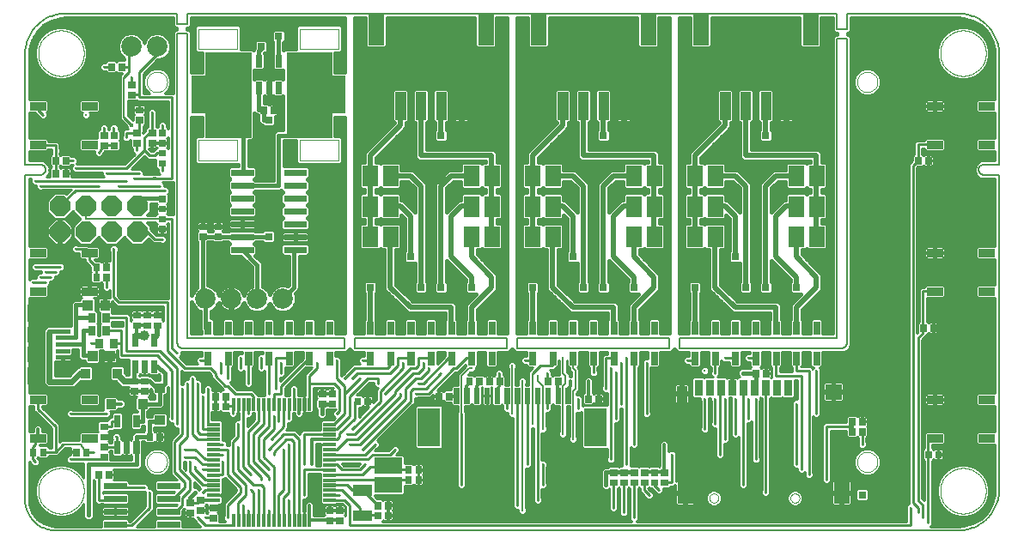
<source format=gtl>
G75*
%MOIN*%
%OFA0B0*%
%FSLAX24Y24*%
%IPPOS*%
%LPD*%
%AMOC8*
5,1,8,0,0,1.08239X$1,22.5*
%
%ADD10C,0.0050*%
%ADD11C,0.0000*%
%ADD12C,0.0015*%
%ADD13C,0.0017*%
%ADD14C,0.0015*%
%ADD15C,0.0015*%
%ADD16C,0.0016*%
%ADD17C,0.0281*%
%ADD18C,0.0018*%
%ADD19C,0.0018*%
%ADD20C,0.0016*%
%ADD21C,0.0018*%
%ADD22C,0.0015*%
%ADD23C,0.0014*%
%ADD24R,0.0866X0.1496*%
%ADD25C,0.0794*%
%ADD26C,0.0017*%
%ADD27C,0.0039*%
%ADD28R,0.0551X0.1496*%
%ADD29OC8,0.0794*%
%ADD30C,0.0016*%
%ADD31C,0.0394*%
%ADD32C,0.0098*%
%ADD33C,0.0118*%
%ADD34C,0.0100*%
%ADD35C,0.0120*%
%ADD36C,0.0160*%
%ADD37C,0.0240*%
%ADD38C,0.0197*%
%ADD39C,0.0079*%
%ADD40R,0.0118X0.0118*%
%ADD41R,0.0276X0.0276*%
%ADD42C,0.0157*%
%ADD43C,0.0150*%
D10*
X005787Y006405D02*
X005787Y019043D01*
X006417Y019043D01*
X006442Y019048D01*
X006466Y019056D01*
X006488Y019067D01*
X006509Y019082D01*
X006528Y019099D01*
X006544Y019119D01*
X006556Y019141D01*
X006566Y019164D01*
X006572Y019189D01*
X006575Y019214D01*
X006574Y019240D01*
X006574Y019239D02*
X006575Y019265D01*
X006572Y019290D01*
X006566Y019315D01*
X006556Y019338D01*
X006544Y019360D01*
X006528Y019380D01*
X006509Y019397D01*
X006488Y019412D01*
X006466Y019423D01*
X006442Y019431D01*
X006417Y019436D01*
X006417Y019437D02*
X005787Y019437D01*
X005787Y023728D01*
X005789Y023805D01*
X005795Y023882D01*
X005804Y023959D01*
X005817Y024035D01*
X005834Y024111D01*
X005855Y024185D01*
X005879Y024259D01*
X005907Y024331D01*
X005938Y024401D01*
X005973Y024470D01*
X006011Y024538D01*
X006052Y024603D01*
X006097Y024666D01*
X006145Y024727D01*
X006195Y024786D01*
X006248Y024842D01*
X006304Y024895D01*
X006363Y024945D01*
X006424Y024993D01*
X006487Y025038D01*
X006552Y025079D01*
X006620Y025117D01*
X006689Y025152D01*
X006759Y025183D01*
X006831Y025211D01*
X006905Y025235D01*
X006979Y025256D01*
X007055Y025273D01*
X007131Y025286D01*
X007208Y025295D01*
X007285Y025301D01*
X007362Y025303D01*
X011693Y025303D01*
X011693Y024909D01*
X012086Y024909D01*
X012086Y025303D01*
X037283Y025303D01*
X037283Y024712D01*
X037677Y024712D01*
X037677Y025303D01*
X042008Y025303D01*
X042085Y025301D01*
X042162Y025295D01*
X042239Y025286D01*
X042315Y025273D01*
X042391Y025256D01*
X042465Y025235D01*
X042539Y025211D01*
X042611Y025183D01*
X042681Y025152D01*
X042750Y025117D01*
X042818Y025079D01*
X042883Y025038D01*
X042946Y024993D01*
X043007Y024945D01*
X043066Y024895D01*
X043122Y024842D01*
X043175Y024786D01*
X043225Y024727D01*
X043273Y024666D01*
X043318Y024603D01*
X043359Y024538D01*
X043397Y024470D01*
X043432Y024401D01*
X043463Y024331D01*
X043491Y024259D01*
X043515Y024185D01*
X043536Y024111D01*
X043553Y024035D01*
X043566Y023959D01*
X043575Y023882D01*
X043581Y023805D01*
X043583Y023728D01*
X043582Y023728D02*
X043582Y019437D01*
X042952Y019437D01*
X042952Y019436D02*
X042927Y019431D01*
X042903Y019423D01*
X042881Y019412D01*
X042860Y019397D01*
X042841Y019380D01*
X042825Y019360D01*
X042813Y019338D01*
X042803Y019315D01*
X042797Y019290D01*
X042794Y019265D01*
X042795Y019239D01*
X042795Y019240D02*
X042794Y019214D01*
X042797Y019189D01*
X042803Y019164D01*
X042813Y019141D01*
X042825Y019119D01*
X042841Y019099D01*
X042860Y019082D01*
X042881Y019067D01*
X042903Y019056D01*
X042927Y019048D01*
X042952Y019043D01*
X043582Y019043D01*
X043582Y006799D01*
X043583Y006799D02*
X043581Y006722D01*
X043575Y006645D01*
X043566Y006568D01*
X043553Y006492D01*
X043536Y006416D01*
X043515Y006342D01*
X043491Y006268D01*
X043463Y006196D01*
X043432Y006126D01*
X043397Y006057D01*
X043359Y005989D01*
X043318Y005924D01*
X043273Y005861D01*
X043225Y005800D01*
X043175Y005741D01*
X043122Y005685D01*
X043066Y005632D01*
X043007Y005582D01*
X042946Y005534D01*
X042883Y005489D01*
X042818Y005448D01*
X042750Y005410D01*
X042681Y005375D01*
X042611Y005344D01*
X042539Y005316D01*
X042465Y005292D01*
X042391Y005271D01*
X042315Y005254D01*
X042239Y005241D01*
X042162Y005232D01*
X042085Y005226D01*
X042008Y005224D01*
X006968Y005224D01*
X006902Y005226D01*
X006836Y005231D01*
X006770Y005241D01*
X006705Y005254D01*
X006641Y005270D01*
X006578Y005290D01*
X006516Y005314D01*
X006456Y005341D01*
X006397Y005371D01*
X006340Y005405D01*
X006285Y005442D01*
X006232Y005482D01*
X006181Y005524D01*
X006133Y005570D01*
X006087Y005618D01*
X006045Y005669D01*
X006005Y005722D01*
X005968Y005777D01*
X005934Y005834D01*
X005904Y005893D01*
X005877Y005953D01*
X005853Y006015D01*
X005833Y006078D01*
X005817Y006142D01*
X005804Y006207D01*
X005794Y006273D01*
X005789Y006339D01*
X005787Y006405D01*
X011693Y012507D02*
X011693Y024515D01*
X012086Y024515D01*
X012086Y012704D01*
X018189Y012704D01*
X018189Y012311D01*
X011889Y012311D01*
X011889Y012310D02*
X011863Y012312D01*
X011838Y012317D01*
X011814Y012325D01*
X011791Y012336D01*
X011769Y012351D01*
X011750Y012368D01*
X011733Y012387D01*
X011718Y012409D01*
X011707Y012432D01*
X011699Y012456D01*
X011694Y012481D01*
X011692Y012507D01*
X018582Y012311D02*
X018582Y012704D01*
X024488Y012704D01*
X024488Y012311D01*
X018582Y012311D01*
X024882Y012311D02*
X024882Y012704D01*
X030787Y012704D01*
X030787Y012311D01*
X024882Y012311D01*
X031181Y012311D02*
X031181Y012704D01*
X037283Y012704D01*
X037283Y024319D01*
X037677Y024319D01*
X037677Y012507D01*
X037675Y012481D01*
X037670Y012456D01*
X037662Y012432D01*
X037651Y012409D01*
X037636Y012387D01*
X037619Y012368D01*
X037600Y012351D01*
X037579Y012336D01*
X037555Y012325D01*
X037531Y012317D01*
X037506Y012312D01*
X037480Y012310D01*
X037480Y012311D02*
X031181Y012311D01*
D11*
X032336Y006481D02*
X032338Y006507D01*
X032344Y006533D01*
X032353Y006557D01*
X032366Y006580D01*
X032383Y006600D01*
X032402Y006618D01*
X032424Y006633D01*
X032447Y006644D01*
X032472Y006652D01*
X032498Y006656D01*
X032524Y006656D01*
X032550Y006652D01*
X032575Y006644D01*
X032599Y006633D01*
X032620Y006618D01*
X032639Y006600D01*
X032656Y006580D01*
X032669Y006557D01*
X032678Y006533D01*
X032684Y006507D01*
X032686Y006481D01*
X032684Y006455D01*
X032678Y006429D01*
X032669Y006405D01*
X032656Y006382D01*
X032639Y006362D01*
X032620Y006344D01*
X032598Y006329D01*
X032575Y006318D01*
X032550Y006310D01*
X032524Y006306D01*
X032498Y006306D01*
X032472Y006310D01*
X032447Y006318D01*
X032423Y006329D01*
X032402Y006344D01*
X032383Y006362D01*
X032366Y006382D01*
X032353Y006405D01*
X032344Y006429D01*
X032338Y006455D01*
X032336Y006481D01*
X035486Y006481D02*
X035488Y006507D01*
X035494Y006533D01*
X035503Y006557D01*
X035516Y006580D01*
X035533Y006600D01*
X035552Y006618D01*
X035574Y006633D01*
X035597Y006644D01*
X035622Y006652D01*
X035648Y006656D01*
X035674Y006656D01*
X035700Y006652D01*
X035725Y006644D01*
X035749Y006633D01*
X035770Y006618D01*
X035789Y006600D01*
X035806Y006580D01*
X035819Y006557D01*
X035828Y006533D01*
X035834Y006507D01*
X035836Y006481D01*
X035834Y006455D01*
X035828Y006429D01*
X035819Y006405D01*
X035806Y006382D01*
X035789Y006362D01*
X035770Y006344D01*
X035748Y006329D01*
X035725Y006318D01*
X035700Y006310D01*
X035674Y006306D01*
X035648Y006306D01*
X035622Y006310D01*
X035597Y006318D01*
X035573Y006329D01*
X035552Y006344D01*
X035533Y006362D01*
X035516Y006382D01*
X035503Y006405D01*
X035494Y006429D01*
X035488Y006455D01*
X035486Y006481D01*
X038070Y007881D02*
X038072Y007920D01*
X038078Y007959D01*
X038088Y007997D01*
X038101Y008034D01*
X038118Y008069D01*
X038138Y008103D01*
X038162Y008134D01*
X038189Y008163D01*
X038218Y008189D01*
X038250Y008212D01*
X038284Y008232D01*
X038320Y008248D01*
X038357Y008260D01*
X038396Y008269D01*
X038435Y008274D01*
X038474Y008275D01*
X038513Y008272D01*
X038552Y008265D01*
X038589Y008254D01*
X038626Y008240D01*
X038661Y008222D01*
X038694Y008201D01*
X038725Y008176D01*
X038753Y008149D01*
X038778Y008119D01*
X038800Y008086D01*
X038819Y008052D01*
X038834Y008016D01*
X038846Y007978D01*
X038854Y007940D01*
X038858Y007901D01*
X038858Y007861D01*
X038854Y007822D01*
X038846Y007784D01*
X038834Y007746D01*
X038819Y007710D01*
X038800Y007676D01*
X038778Y007643D01*
X038753Y007613D01*
X038725Y007586D01*
X038694Y007561D01*
X038661Y007540D01*
X038626Y007522D01*
X038589Y007508D01*
X038552Y007497D01*
X038513Y007490D01*
X038474Y007487D01*
X038435Y007488D01*
X038396Y007493D01*
X038357Y007502D01*
X038320Y007514D01*
X038284Y007530D01*
X038250Y007550D01*
X038218Y007573D01*
X038189Y007599D01*
X038162Y007628D01*
X038138Y007659D01*
X038118Y007693D01*
X038101Y007728D01*
X038088Y007765D01*
X038078Y007803D01*
X038072Y007842D01*
X038070Y007881D01*
X041299Y006763D02*
X041301Y006822D01*
X041307Y006881D01*
X041317Y006939D01*
X041330Y006997D01*
X041348Y007054D01*
X041369Y007109D01*
X041394Y007163D01*
X041423Y007215D01*
X041455Y007264D01*
X041490Y007312D01*
X041528Y007357D01*
X041569Y007400D01*
X041613Y007440D01*
X041659Y007476D01*
X041708Y007510D01*
X041759Y007540D01*
X041812Y007567D01*
X041867Y007590D01*
X041922Y007609D01*
X041980Y007625D01*
X042038Y007637D01*
X042096Y007645D01*
X042155Y007649D01*
X042215Y007649D01*
X042274Y007645D01*
X042332Y007637D01*
X042390Y007625D01*
X042448Y007609D01*
X042503Y007590D01*
X042558Y007567D01*
X042611Y007540D01*
X042662Y007510D01*
X042711Y007476D01*
X042757Y007440D01*
X042801Y007400D01*
X042842Y007357D01*
X042880Y007312D01*
X042915Y007264D01*
X042947Y007215D01*
X042976Y007163D01*
X043001Y007109D01*
X043022Y007054D01*
X043040Y006997D01*
X043053Y006939D01*
X043063Y006881D01*
X043069Y006822D01*
X043071Y006763D01*
X043069Y006704D01*
X043063Y006645D01*
X043053Y006587D01*
X043040Y006529D01*
X043022Y006472D01*
X043001Y006417D01*
X042976Y006363D01*
X042947Y006311D01*
X042915Y006262D01*
X042880Y006214D01*
X042842Y006169D01*
X042801Y006126D01*
X042757Y006086D01*
X042711Y006050D01*
X042662Y006016D01*
X042611Y005986D01*
X042558Y005959D01*
X042503Y005936D01*
X042448Y005917D01*
X042390Y005901D01*
X042332Y005889D01*
X042274Y005881D01*
X042215Y005877D01*
X042155Y005877D01*
X042096Y005881D01*
X042038Y005889D01*
X041980Y005901D01*
X041922Y005917D01*
X041867Y005936D01*
X041812Y005959D01*
X041759Y005986D01*
X041708Y006016D01*
X041659Y006050D01*
X041613Y006086D01*
X041569Y006126D01*
X041528Y006169D01*
X041490Y006214D01*
X041455Y006262D01*
X041423Y006311D01*
X041394Y006363D01*
X041369Y006417D01*
X041348Y006472D01*
X041330Y006529D01*
X041317Y006587D01*
X041307Y006645D01*
X041301Y006704D01*
X041299Y006763D01*
X038070Y022645D02*
X038072Y022684D01*
X038078Y022723D01*
X038088Y022761D01*
X038101Y022798D01*
X038118Y022833D01*
X038138Y022867D01*
X038162Y022898D01*
X038189Y022927D01*
X038218Y022953D01*
X038250Y022976D01*
X038284Y022996D01*
X038320Y023012D01*
X038357Y023024D01*
X038396Y023033D01*
X038435Y023038D01*
X038474Y023039D01*
X038513Y023036D01*
X038552Y023029D01*
X038589Y023018D01*
X038626Y023004D01*
X038661Y022986D01*
X038694Y022965D01*
X038725Y022940D01*
X038753Y022913D01*
X038778Y022883D01*
X038800Y022850D01*
X038819Y022816D01*
X038834Y022780D01*
X038846Y022742D01*
X038854Y022704D01*
X038858Y022665D01*
X038858Y022625D01*
X038854Y022586D01*
X038846Y022548D01*
X038834Y022510D01*
X038819Y022474D01*
X038800Y022440D01*
X038778Y022407D01*
X038753Y022377D01*
X038725Y022350D01*
X038694Y022325D01*
X038661Y022304D01*
X038626Y022286D01*
X038589Y022272D01*
X038552Y022261D01*
X038513Y022254D01*
X038474Y022251D01*
X038435Y022252D01*
X038396Y022257D01*
X038357Y022266D01*
X038320Y022278D01*
X038284Y022294D01*
X038250Y022314D01*
X038218Y022337D01*
X038189Y022363D01*
X038162Y022392D01*
X038138Y022423D01*
X038118Y022457D01*
X038101Y022492D01*
X038088Y022529D01*
X038078Y022567D01*
X038072Y022606D01*
X038070Y022645D01*
X041299Y023763D02*
X041301Y023822D01*
X041307Y023881D01*
X041317Y023939D01*
X041330Y023997D01*
X041348Y024054D01*
X041369Y024109D01*
X041394Y024163D01*
X041423Y024215D01*
X041455Y024264D01*
X041490Y024312D01*
X041528Y024357D01*
X041569Y024400D01*
X041613Y024440D01*
X041659Y024476D01*
X041708Y024510D01*
X041759Y024540D01*
X041812Y024567D01*
X041867Y024590D01*
X041922Y024609D01*
X041980Y024625D01*
X042038Y024637D01*
X042096Y024645D01*
X042155Y024649D01*
X042215Y024649D01*
X042274Y024645D01*
X042332Y024637D01*
X042390Y024625D01*
X042448Y024609D01*
X042503Y024590D01*
X042558Y024567D01*
X042611Y024540D01*
X042662Y024510D01*
X042711Y024476D01*
X042757Y024440D01*
X042801Y024400D01*
X042842Y024357D01*
X042880Y024312D01*
X042915Y024264D01*
X042947Y024215D01*
X042976Y024163D01*
X043001Y024109D01*
X043022Y024054D01*
X043040Y023997D01*
X043053Y023939D01*
X043063Y023881D01*
X043069Y023822D01*
X043071Y023763D01*
X043069Y023704D01*
X043063Y023645D01*
X043053Y023587D01*
X043040Y023529D01*
X043022Y023472D01*
X043001Y023417D01*
X042976Y023363D01*
X042947Y023311D01*
X042915Y023262D01*
X042880Y023214D01*
X042842Y023169D01*
X042801Y023126D01*
X042757Y023086D01*
X042711Y023050D01*
X042662Y023016D01*
X042611Y022986D01*
X042558Y022959D01*
X042503Y022936D01*
X042448Y022917D01*
X042390Y022901D01*
X042332Y022889D01*
X042274Y022881D01*
X042215Y022877D01*
X042155Y022877D01*
X042096Y022881D01*
X042038Y022889D01*
X041980Y022901D01*
X041922Y022917D01*
X041867Y022936D01*
X041812Y022959D01*
X041759Y022986D01*
X041708Y023016D01*
X041659Y023050D01*
X041613Y023086D01*
X041569Y023126D01*
X041528Y023169D01*
X041490Y023214D01*
X041455Y023262D01*
X041423Y023311D01*
X041394Y023363D01*
X041369Y023417D01*
X041348Y023472D01*
X041330Y023529D01*
X041317Y023587D01*
X041307Y023645D01*
X041301Y023704D01*
X041299Y023763D01*
X010511Y022645D02*
X010513Y022684D01*
X010519Y022723D01*
X010529Y022761D01*
X010542Y022798D01*
X010559Y022833D01*
X010579Y022867D01*
X010603Y022898D01*
X010630Y022927D01*
X010659Y022953D01*
X010691Y022976D01*
X010725Y022996D01*
X010761Y023012D01*
X010798Y023024D01*
X010837Y023033D01*
X010876Y023038D01*
X010915Y023039D01*
X010954Y023036D01*
X010993Y023029D01*
X011030Y023018D01*
X011067Y023004D01*
X011102Y022986D01*
X011135Y022965D01*
X011166Y022940D01*
X011194Y022913D01*
X011219Y022883D01*
X011241Y022850D01*
X011260Y022816D01*
X011275Y022780D01*
X011287Y022742D01*
X011295Y022704D01*
X011299Y022665D01*
X011299Y022625D01*
X011295Y022586D01*
X011287Y022548D01*
X011275Y022510D01*
X011260Y022474D01*
X011241Y022440D01*
X011219Y022407D01*
X011194Y022377D01*
X011166Y022350D01*
X011135Y022325D01*
X011102Y022304D01*
X011067Y022286D01*
X011030Y022272D01*
X010993Y022261D01*
X010954Y022254D01*
X010915Y022251D01*
X010876Y022252D01*
X010837Y022257D01*
X010798Y022266D01*
X010761Y022278D01*
X010725Y022294D01*
X010691Y022314D01*
X010659Y022337D01*
X010630Y022363D01*
X010603Y022392D01*
X010579Y022423D01*
X010559Y022457D01*
X010542Y022492D01*
X010529Y022529D01*
X010519Y022567D01*
X010513Y022606D01*
X010511Y022645D01*
X006299Y023763D02*
X006301Y023822D01*
X006307Y023881D01*
X006317Y023939D01*
X006330Y023997D01*
X006348Y024054D01*
X006369Y024109D01*
X006394Y024163D01*
X006423Y024215D01*
X006455Y024264D01*
X006490Y024312D01*
X006528Y024357D01*
X006569Y024400D01*
X006613Y024440D01*
X006659Y024476D01*
X006708Y024510D01*
X006759Y024540D01*
X006812Y024567D01*
X006867Y024590D01*
X006922Y024609D01*
X006980Y024625D01*
X007038Y024637D01*
X007096Y024645D01*
X007155Y024649D01*
X007215Y024649D01*
X007274Y024645D01*
X007332Y024637D01*
X007390Y024625D01*
X007448Y024609D01*
X007503Y024590D01*
X007558Y024567D01*
X007611Y024540D01*
X007662Y024510D01*
X007711Y024476D01*
X007757Y024440D01*
X007801Y024400D01*
X007842Y024357D01*
X007880Y024312D01*
X007915Y024264D01*
X007947Y024215D01*
X007976Y024163D01*
X008001Y024109D01*
X008022Y024054D01*
X008040Y023997D01*
X008053Y023939D01*
X008063Y023881D01*
X008069Y023822D01*
X008071Y023763D01*
X008069Y023704D01*
X008063Y023645D01*
X008053Y023587D01*
X008040Y023529D01*
X008022Y023472D01*
X008001Y023417D01*
X007976Y023363D01*
X007947Y023311D01*
X007915Y023262D01*
X007880Y023214D01*
X007842Y023169D01*
X007801Y023126D01*
X007757Y023086D01*
X007711Y023050D01*
X007662Y023016D01*
X007611Y022986D01*
X007558Y022959D01*
X007503Y022936D01*
X007448Y022917D01*
X007390Y022901D01*
X007332Y022889D01*
X007274Y022881D01*
X007215Y022877D01*
X007155Y022877D01*
X007096Y022881D01*
X007038Y022889D01*
X006980Y022901D01*
X006922Y022917D01*
X006867Y022936D01*
X006812Y022959D01*
X006759Y022986D01*
X006708Y023016D01*
X006659Y023050D01*
X006613Y023086D01*
X006569Y023126D01*
X006528Y023169D01*
X006490Y023214D01*
X006455Y023262D01*
X006423Y023311D01*
X006394Y023363D01*
X006369Y023417D01*
X006348Y023472D01*
X006330Y023529D01*
X006317Y023587D01*
X006307Y023645D01*
X006301Y023704D01*
X006299Y023763D01*
X010511Y007881D02*
X010513Y007920D01*
X010519Y007959D01*
X010529Y007997D01*
X010542Y008034D01*
X010559Y008069D01*
X010579Y008103D01*
X010603Y008134D01*
X010630Y008163D01*
X010659Y008189D01*
X010691Y008212D01*
X010725Y008232D01*
X010761Y008248D01*
X010798Y008260D01*
X010837Y008269D01*
X010876Y008274D01*
X010915Y008275D01*
X010954Y008272D01*
X010993Y008265D01*
X011030Y008254D01*
X011067Y008240D01*
X011102Y008222D01*
X011135Y008201D01*
X011166Y008176D01*
X011194Y008149D01*
X011219Y008119D01*
X011241Y008086D01*
X011260Y008052D01*
X011275Y008016D01*
X011287Y007978D01*
X011295Y007940D01*
X011299Y007901D01*
X011299Y007861D01*
X011295Y007822D01*
X011287Y007784D01*
X011275Y007746D01*
X011260Y007710D01*
X011241Y007676D01*
X011219Y007643D01*
X011194Y007613D01*
X011166Y007586D01*
X011135Y007561D01*
X011102Y007540D01*
X011067Y007522D01*
X011030Y007508D01*
X010993Y007497D01*
X010954Y007490D01*
X010915Y007487D01*
X010876Y007488D01*
X010837Y007493D01*
X010798Y007502D01*
X010761Y007514D01*
X010725Y007530D01*
X010691Y007550D01*
X010659Y007573D01*
X010630Y007599D01*
X010603Y007628D01*
X010579Y007659D01*
X010559Y007693D01*
X010542Y007728D01*
X010529Y007765D01*
X010519Y007803D01*
X010513Y007842D01*
X010511Y007881D01*
X006299Y006763D02*
X006301Y006822D01*
X006307Y006881D01*
X006317Y006939D01*
X006330Y006997D01*
X006348Y007054D01*
X006369Y007109D01*
X006394Y007163D01*
X006423Y007215D01*
X006455Y007264D01*
X006490Y007312D01*
X006528Y007357D01*
X006569Y007400D01*
X006613Y007440D01*
X006659Y007476D01*
X006708Y007510D01*
X006759Y007540D01*
X006812Y007567D01*
X006867Y007590D01*
X006922Y007609D01*
X006980Y007625D01*
X007038Y007637D01*
X007096Y007645D01*
X007155Y007649D01*
X007215Y007649D01*
X007274Y007645D01*
X007332Y007637D01*
X007390Y007625D01*
X007448Y007609D01*
X007503Y007590D01*
X007558Y007567D01*
X007611Y007540D01*
X007662Y007510D01*
X007711Y007476D01*
X007757Y007440D01*
X007801Y007400D01*
X007842Y007357D01*
X007880Y007312D01*
X007915Y007264D01*
X007947Y007215D01*
X007976Y007163D01*
X008001Y007109D01*
X008022Y007054D01*
X008040Y006997D01*
X008053Y006939D01*
X008063Y006881D01*
X008069Y006822D01*
X008071Y006763D01*
X008069Y006704D01*
X008063Y006645D01*
X008053Y006587D01*
X008040Y006529D01*
X008022Y006472D01*
X008001Y006417D01*
X007976Y006363D01*
X007947Y006311D01*
X007915Y006262D01*
X007880Y006214D01*
X007842Y006169D01*
X007801Y006126D01*
X007757Y006086D01*
X007711Y006050D01*
X007662Y006016D01*
X007611Y005986D01*
X007558Y005959D01*
X007503Y005936D01*
X007448Y005917D01*
X007390Y005901D01*
X007332Y005889D01*
X007274Y005881D01*
X007215Y005877D01*
X007155Y005877D01*
X007096Y005881D01*
X007038Y005889D01*
X006980Y005901D01*
X006922Y005917D01*
X006867Y005936D01*
X006812Y005959D01*
X006759Y005986D01*
X006708Y006016D01*
X006659Y006050D01*
X006613Y006086D01*
X006569Y006126D01*
X006528Y006169D01*
X006490Y006214D01*
X006455Y006262D01*
X006423Y006311D01*
X006394Y006363D01*
X006369Y006417D01*
X006348Y006472D01*
X006330Y006529D01*
X006317Y006587D01*
X006307Y006645D01*
X006301Y006704D01*
X006299Y006763D01*
D12*
X009249Y008223D02*
X009451Y008223D01*
X009249Y008223D02*
X009249Y008681D01*
X009451Y008681D01*
X009451Y008223D01*
X009451Y008237D02*
X009249Y008237D01*
X009249Y008251D02*
X009451Y008251D01*
X009451Y008265D02*
X009249Y008265D01*
X009249Y008279D02*
X009451Y008279D01*
X009451Y008293D02*
X009249Y008293D01*
X009249Y008307D02*
X009451Y008307D01*
X009451Y008321D02*
X009249Y008321D01*
X009249Y008335D02*
X009451Y008335D01*
X009451Y008349D02*
X009249Y008349D01*
X009249Y008363D02*
X009451Y008363D01*
X009451Y008377D02*
X009249Y008377D01*
X009249Y008391D02*
X009451Y008391D01*
X009451Y008405D02*
X009249Y008405D01*
X009249Y008419D02*
X009451Y008419D01*
X009451Y008433D02*
X009249Y008433D01*
X009249Y008447D02*
X009451Y008447D01*
X009451Y008461D02*
X009249Y008461D01*
X009249Y008475D02*
X009451Y008475D01*
X009451Y008489D02*
X009249Y008489D01*
X009249Y008503D02*
X009451Y008503D01*
X009451Y008517D02*
X009249Y008517D01*
X009249Y008531D02*
X009451Y008531D01*
X009451Y008545D02*
X009249Y008545D01*
X009249Y008559D02*
X009451Y008559D01*
X009451Y008573D02*
X009249Y008573D01*
X009249Y008587D02*
X009451Y008587D01*
X009451Y008601D02*
X009249Y008601D01*
X009249Y008615D02*
X009451Y008615D01*
X009451Y008629D02*
X009249Y008629D01*
X009249Y008643D02*
X009451Y008643D01*
X009451Y008657D02*
X009249Y008657D01*
X009249Y008671D02*
X009451Y008671D01*
X009623Y008223D02*
X009825Y008223D01*
X009623Y008223D02*
X009623Y008681D01*
X009825Y008681D01*
X009825Y008223D01*
X009825Y008237D02*
X009623Y008237D01*
X009623Y008251D02*
X009825Y008251D01*
X009825Y008265D02*
X009623Y008265D01*
X009623Y008279D02*
X009825Y008279D01*
X009825Y008293D02*
X009623Y008293D01*
X009623Y008307D02*
X009825Y008307D01*
X009825Y008321D02*
X009623Y008321D01*
X009623Y008335D02*
X009825Y008335D01*
X009825Y008349D02*
X009623Y008349D01*
X009623Y008363D02*
X009825Y008363D01*
X009825Y008377D02*
X009623Y008377D01*
X009623Y008391D02*
X009825Y008391D01*
X009825Y008405D02*
X009623Y008405D01*
X009623Y008419D02*
X009825Y008419D01*
X009825Y008433D02*
X009623Y008433D01*
X009623Y008447D02*
X009825Y008447D01*
X009825Y008461D02*
X009623Y008461D01*
X009623Y008475D02*
X009825Y008475D01*
X009825Y008489D02*
X009623Y008489D01*
X009623Y008503D02*
X009825Y008503D01*
X009825Y008517D02*
X009623Y008517D01*
X009623Y008531D02*
X009825Y008531D01*
X009825Y008545D02*
X009623Y008545D01*
X009623Y008559D02*
X009825Y008559D01*
X009825Y008573D02*
X009623Y008573D01*
X009623Y008587D02*
X009825Y008587D01*
X009825Y008601D02*
X009623Y008601D01*
X009623Y008615D02*
X009825Y008615D01*
X009825Y008629D02*
X009623Y008629D01*
X009623Y008643D02*
X009825Y008643D01*
X009825Y008657D02*
X009623Y008657D01*
X009623Y008671D02*
X009825Y008671D01*
X009997Y008223D02*
X010199Y008223D01*
X009997Y008223D02*
X009997Y008681D01*
X010199Y008681D01*
X010199Y008223D01*
X010199Y008237D02*
X009997Y008237D01*
X009997Y008251D02*
X010199Y008251D01*
X010199Y008265D02*
X009997Y008265D01*
X009997Y008279D02*
X010199Y008279D01*
X010199Y008293D02*
X009997Y008293D01*
X009997Y008307D02*
X010199Y008307D01*
X010199Y008321D02*
X009997Y008321D01*
X009997Y008335D02*
X010199Y008335D01*
X010199Y008349D02*
X009997Y008349D01*
X009997Y008363D02*
X010199Y008363D01*
X010199Y008377D02*
X009997Y008377D01*
X009997Y008391D02*
X010199Y008391D01*
X010199Y008405D02*
X009997Y008405D01*
X009997Y008419D02*
X010199Y008419D01*
X010199Y008433D02*
X009997Y008433D01*
X009997Y008447D02*
X010199Y008447D01*
X010199Y008461D02*
X009997Y008461D01*
X009997Y008475D02*
X010199Y008475D01*
X010199Y008489D02*
X009997Y008489D01*
X009997Y008503D02*
X010199Y008503D01*
X010199Y008517D02*
X009997Y008517D01*
X009997Y008531D02*
X010199Y008531D01*
X010199Y008545D02*
X009997Y008545D01*
X009997Y008559D02*
X010199Y008559D01*
X010199Y008573D02*
X009997Y008573D01*
X009997Y008587D02*
X010199Y008587D01*
X010199Y008601D02*
X009997Y008601D01*
X009997Y008615D02*
X010199Y008615D01*
X010199Y008629D02*
X009997Y008629D01*
X009997Y008643D02*
X010199Y008643D01*
X010199Y008657D02*
X009997Y008657D01*
X009997Y008671D02*
X010199Y008671D01*
X010199Y009247D02*
X009997Y009247D01*
X009997Y009705D01*
X010199Y009705D01*
X010199Y009247D01*
X010199Y009261D02*
X009997Y009261D01*
X009997Y009275D02*
X010199Y009275D01*
X010199Y009289D02*
X009997Y009289D01*
X009997Y009303D02*
X010199Y009303D01*
X010199Y009317D02*
X009997Y009317D01*
X009997Y009331D02*
X010199Y009331D01*
X010199Y009345D02*
X009997Y009345D01*
X009997Y009359D02*
X010199Y009359D01*
X010199Y009373D02*
X009997Y009373D01*
X009997Y009387D02*
X010199Y009387D01*
X010199Y009401D02*
X009997Y009401D01*
X009997Y009415D02*
X010199Y009415D01*
X010199Y009429D02*
X009997Y009429D01*
X009997Y009443D02*
X010199Y009443D01*
X010199Y009457D02*
X009997Y009457D01*
X009997Y009471D02*
X010199Y009471D01*
X010199Y009485D02*
X009997Y009485D01*
X009997Y009499D02*
X010199Y009499D01*
X010199Y009513D02*
X009997Y009513D01*
X009997Y009527D02*
X010199Y009527D01*
X010199Y009541D02*
X009997Y009541D01*
X009997Y009555D02*
X010199Y009555D01*
X010199Y009569D02*
X009997Y009569D01*
X009997Y009583D02*
X010199Y009583D01*
X010199Y009597D02*
X009997Y009597D01*
X009997Y009611D02*
X010199Y009611D01*
X010199Y009625D02*
X009997Y009625D01*
X009997Y009639D02*
X010199Y009639D01*
X010199Y009653D02*
X009997Y009653D01*
X009997Y009667D02*
X010199Y009667D01*
X010199Y009681D02*
X009997Y009681D01*
X009997Y009695D02*
X010199Y009695D01*
X009451Y009247D02*
X009249Y009247D01*
X009249Y009705D01*
X009451Y009705D01*
X009451Y009247D01*
X009451Y009261D02*
X009249Y009261D01*
X009249Y009275D02*
X009451Y009275D01*
X009451Y009289D02*
X009249Y009289D01*
X009249Y009303D02*
X009451Y009303D01*
X009451Y009317D02*
X009249Y009317D01*
X009249Y009331D02*
X009451Y009331D01*
X009451Y009345D02*
X009249Y009345D01*
X009249Y009359D02*
X009451Y009359D01*
X009451Y009373D02*
X009249Y009373D01*
X009249Y009387D02*
X009451Y009387D01*
X009451Y009401D02*
X009249Y009401D01*
X009249Y009415D02*
X009451Y009415D01*
X009451Y009429D02*
X009249Y009429D01*
X009249Y009443D02*
X009451Y009443D01*
X009451Y009457D02*
X009249Y009457D01*
X009249Y009471D02*
X009451Y009471D01*
X009451Y009485D02*
X009249Y009485D01*
X009249Y009499D02*
X009451Y009499D01*
X009451Y009513D02*
X009249Y009513D01*
X009249Y009527D02*
X009451Y009527D01*
X009451Y009541D02*
X009249Y009541D01*
X009249Y009555D02*
X009451Y009555D01*
X009451Y009569D02*
X009249Y009569D01*
X009249Y009583D02*
X009451Y009583D01*
X009451Y009597D02*
X009249Y009597D01*
X009249Y009611D02*
X009451Y009611D01*
X009451Y009625D02*
X009249Y009625D01*
X009249Y009639D02*
X009451Y009639D01*
X009451Y009653D02*
X009249Y009653D01*
X009249Y009667D02*
X009451Y009667D01*
X009451Y009681D02*
X009249Y009681D01*
X009249Y009695D02*
X009451Y009695D01*
X009938Y011373D02*
X010140Y011373D01*
X009938Y011373D02*
X009938Y011831D01*
X010140Y011831D01*
X010140Y011373D01*
X010140Y011387D02*
X009938Y011387D01*
X009938Y011401D02*
X010140Y011401D01*
X010140Y011415D02*
X009938Y011415D01*
X009938Y011429D02*
X010140Y011429D01*
X010140Y011443D02*
X009938Y011443D01*
X009938Y011457D02*
X010140Y011457D01*
X010140Y011471D02*
X009938Y011471D01*
X009938Y011485D02*
X010140Y011485D01*
X010140Y011499D02*
X009938Y011499D01*
X009938Y011513D02*
X010140Y011513D01*
X010140Y011527D02*
X009938Y011527D01*
X009938Y011541D02*
X010140Y011541D01*
X010140Y011555D02*
X009938Y011555D01*
X009938Y011569D02*
X010140Y011569D01*
X010140Y011583D02*
X009938Y011583D01*
X009938Y011597D02*
X010140Y011597D01*
X010140Y011611D02*
X009938Y011611D01*
X009938Y011625D02*
X010140Y011625D01*
X010140Y011639D02*
X009938Y011639D01*
X009938Y011653D02*
X010140Y011653D01*
X010140Y011667D02*
X009938Y011667D01*
X009938Y011681D02*
X010140Y011681D01*
X010140Y011695D02*
X009938Y011695D01*
X009938Y011709D02*
X010140Y011709D01*
X010140Y011723D02*
X009938Y011723D01*
X009938Y011737D02*
X010140Y011737D01*
X010140Y011751D02*
X009938Y011751D01*
X009938Y011765D02*
X010140Y011765D01*
X010140Y011779D02*
X009938Y011779D01*
X009938Y011793D02*
X010140Y011793D01*
X010140Y011807D02*
X009938Y011807D01*
X009938Y011821D02*
X010140Y011821D01*
X010312Y011373D02*
X010514Y011373D01*
X010312Y011373D02*
X010312Y011831D01*
X010514Y011831D01*
X010514Y011373D01*
X010514Y011387D02*
X010312Y011387D01*
X010312Y011401D02*
X010514Y011401D01*
X010514Y011415D02*
X010312Y011415D01*
X010312Y011429D02*
X010514Y011429D01*
X010514Y011443D02*
X010312Y011443D01*
X010312Y011457D02*
X010514Y011457D01*
X010514Y011471D02*
X010312Y011471D01*
X010312Y011485D02*
X010514Y011485D01*
X010514Y011499D02*
X010312Y011499D01*
X010312Y011513D02*
X010514Y011513D01*
X010514Y011527D02*
X010312Y011527D01*
X010312Y011541D02*
X010514Y011541D01*
X010514Y011555D02*
X010312Y011555D01*
X010312Y011569D02*
X010514Y011569D01*
X010514Y011583D02*
X010312Y011583D01*
X010312Y011597D02*
X010514Y011597D01*
X010514Y011611D02*
X010312Y011611D01*
X010312Y011625D02*
X010514Y011625D01*
X010514Y011639D02*
X010312Y011639D01*
X010312Y011653D02*
X010514Y011653D01*
X010514Y011667D02*
X010312Y011667D01*
X010312Y011681D02*
X010514Y011681D01*
X010514Y011695D02*
X010312Y011695D01*
X010312Y011709D02*
X010514Y011709D01*
X010514Y011723D02*
X010312Y011723D01*
X010312Y011737D02*
X010514Y011737D01*
X010514Y011751D02*
X010312Y011751D01*
X010312Y011765D02*
X010514Y011765D01*
X010514Y011779D02*
X010312Y011779D01*
X010312Y011793D02*
X010514Y011793D01*
X010514Y011807D02*
X010312Y011807D01*
X010312Y011821D02*
X010514Y011821D01*
X010686Y011373D02*
X010888Y011373D01*
X010686Y011373D02*
X010686Y011831D01*
X010888Y011831D01*
X010888Y011373D01*
X010888Y011387D02*
X010686Y011387D01*
X010686Y011401D02*
X010888Y011401D01*
X010888Y011415D02*
X010686Y011415D01*
X010686Y011429D02*
X010888Y011429D01*
X010888Y011443D02*
X010686Y011443D01*
X010686Y011457D02*
X010888Y011457D01*
X010888Y011471D02*
X010686Y011471D01*
X010686Y011485D02*
X010888Y011485D01*
X010888Y011499D02*
X010686Y011499D01*
X010686Y011513D02*
X010888Y011513D01*
X010888Y011527D02*
X010686Y011527D01*
X010686Y011541D02*
X010888Y011541D01*
X010888Y011555D02*
X010686Y011555D01*
X010686Y011569D02*
X010888Y011569D01*
X010888Y011583D02*
X010686Y011583D01*
X010686Y011597D02*
X010888Y011597D01*
X010888Y011611D02*
X010686Y011611D01*
X010686Y011625D02*
X010888Y011625D01*
X010888Y011639D02*
X010686Y011639D01*
X010686Y011653D02*
X010888Y011653D01*
X010888Y011667D02*
X010686Y011667D01*
X010686Y011681D02*
X010888Y011681D01*
X010888Y011695D02*
X010686Y011695D01*
X010686Y011709D02*
X010888Y011709D01*
X010888Y011723D02*
X010686Y011723D01*
X010686Y011737D02*
X010888Y011737D01*
X010888Y011751D02*
X010686Y011751D01*
X010686Y011765D02*
X010888Y011765D01*
X010888Y011779D02*
X010686Y011779D01*
X010686Y011793D02*
X010888Y011793D01*
X010888Y011807D02*
X010686Y011807D01*
X010686Y011821D02*
X010888Y011821D01*
X010888Y012397D02*
X010686Y012397D01*
X010686Y012855D01*
X010888Y012855D01*
X010888Y012397D01*
X010888Y012411D02*
X010686Y012411D01*
X010686Y012425D02*
X010888Y012425D01*
X010888Y012439D02*
X010686Y012439D01*
X010686Y012453D02*
X010888Y012453D01*
X010888Y012467D02*
X010686Y012467D01*
X010686Y012481D02*
X010888Y012481D01*
X010888Y012495D02*
X010686Y012495D01*
X010686Y012509D02*
X010888Y012509D01*
X010888Y012523D02*
X010686Y012523D01*
X010686Y012537D02*
X010888Y012537D01*
X010888Y012551D02*
X010686Y012551D01*
X010686Y012565D02*
X010888Y012565D01*
X010888Y012579D02*
X010686Y012579D01*
X010686Y012593D02*
X010888Y012593D01*
X010888Y012607D02*
X010686Y012607D01*
X010686Y012621D02*
X010888Y012621D01*
X010888Y012635D02*
X010686Y012635D01*
X010686Y012649D02*
X010888Y012649D01*
X010888Y012663D02*
X010686Y012663D01*
X010686Y012677D02*
X010888Y012677D01*
X010888Y012691D02*
X010686Y012691D01*
X010686Y012705D02*
X010888Y012705D01*
X010888Y012719D02*
X010686Y012719D01*
X010686Y012733D02*
X010888Y012733D01*
X010888Y012747D02*
X010686Y012747D01*
X010686Y012761D02*
X010888Y012761D01*
X010888Y012775D02*
X010686Y012775D01*
X010686Y012789D02*
X010888Y012789D01*
X010888Y012803D02*
X010686Y012803D01*
X010686Y012817D02*
X010888Y012817D01*
X010888Y012831D02*
X010686Y012831D01*
X010686Y012845D02*
X010888Y012845D01*
X010140Y012397D02*
X009938Y012397D01*
X009938Y012855D01*
X010140Y012855D01*
X010140Y012397D01*
X010140Y012411D02*
X009938Y012411D01*
X009938Y012425D02*
X010140Y012425D01*
X010140Y012439D02*
X009938Y012439D01*
X009938Y012453D02*
X010140Y012453D01*
X010140Y012467D02*
X009938Y012467D01*
X009938Y012481D02*
X010140Y012481D01*
X010140Y012495D02*
X009938Y012495D01*
X009938Y012509D02*
X010140Y012509D01*
X010140Y012523D02*
X009938Y012523D01*
X009938Y012537D02*
X010140Y012537D01*
X010140Y012551D02*
X009938Y012551D01*
X009938Y012565D02*
X010140Y012565D01*
X010140Y012579D02*
X009938Y012579D01*
X009938Y012593D02*
X010140Y012593D01*
X010140Y012607D02*
X009938Y012607D01*
X009938Y012621D02*
X010140Y012621D01*
X010140Y012635D02*
X009938Y012635D01*
X009938Y012649D02*
X010140Y012649D01*
X010140Y012663D02*
X009938Y012663D01*
X009938Y012677D02*
X010140Y012677D01*
X010140Y012691D02*
X009938Y012691D01*
X009938Y012705D02*
X010140Y012705D01*
X010140Y012719D02*
X009938Y012719D01*
X009938Y012733D02*
X010140Y012733D01*
X010140Y012747D02*
X009938Y012747D01*
X009938Y012761D02*
X010140Y012761D01*
X010140Y012775D02*
X009938Y012775D01*
X009938Y012789D02*
X010140Y012789D01*
X010140Y012803D02*
X009938Y012803D01*
X009938Y012817D02*
X010140Y012817D01*
X010140Y012831D02*
X009938Y012831D01*
X009938Y012845D02*
X010140Y012845D01*
X014761Y022200D02*
X014963Y022200D01*
X014761Y022200D02*
X014761Y022658D01*
X014963Y022658D01*
X014963Y022200D01*
X014963Y022214D02*
X014761Y022214D01*
X014761Y022228D02*
X014963Y022228D01*
X014963Y022242D02*
X014761Y022242D01*
X014761Y022256D02*
X014963Y022256D01*
X014963Y022270D02*
X014761Y022270D01*
X014761Y022284D02*
X014963Y022284D01*
X014963Y022298D02*
X014761Y022298D01*
X014761Y022312D02*
X014963Y022312D01*
X014963Y022326D02*
X014761Y022326D01*
X014761Y022340D02*
X014963Y022340D01*
X014963Y022354D02*
X014761Y022354D01*
X014761Y022368D02*
X014963Y022368D01*
X014963Y022382D02*
X014761Y022382D01*
X014761Y022396D02*
X014963Y022396D01*
X014963Y022410D02*
X014761Y022410D01*
X014761Y022424D02*
X014963Y022424D01*
X014963Y022438D02*
X014761Y022438D01*
X014761Y022452D02*
X014963Y022452D01*
X014963Y022466D02*
X014761Y022466D01*
X014761Y022480D02*
X014963Y022480D01*
X014963Y022494D02*
X014761Y022494D01*
X014761Y022508D02*
X014963Y022508D01*
X014963Y022522D02*
X014761Y022522D01*
X014761Y022536D02*
X014963Y022536D01*
X014963Y022550D02*
X014761Y022550D01*
X014761Y022564D02*
X014963Y022564D01*
X014963Y022578D02*
X014761Y022578D01*
X014761Y022592D02*
X014963Y022592D01*
X014963Y022606D02*
X014761Y022606D01*
X014761Y022620D02*
X014963Y022620D01*
X014963Y022634D02*
X014761Y022634D01*
X014761Y022648D02*
X014963Y022648D01*
X015135Y022200D02*
X015337Y022200D01*
X015135Y022200D02*
X015135Y022658D01*
X015337Y022658D01*
X015337Y022200D01*
X015337Y022214D02*
X015135Y022214D01*
X015135Y022228D02*
X015337Y022228D01*
X015337Y022242D02*
X015135Y022242D01*
X015135Y022256D02*
X015337Y022256D01*
X015337Y022270D02*
X015135Y022270D01*
X015135Y022284D02*
X015337Y022284D01*
X015337Y022298D02*
X015135Y022298D01*
X015135Y022312D02*
X015337Y022312D01*
X015337Y022326D02*
X015135Y022326D01*
X015135Y022340D02*
X015337Y022340D01*
X015337Y022354D02*
X015135Y022354D01*
X015135Y022368D02*
X015337Y022368D01*
X015337Y022382D02*
X015135Y022382D01*
X015135Y022396D02*
X015337Y022396D01*
X015337Y022410D02*
X015135Y022410D01*
X015135Y022424D02*
X015337Y022424D01*
X015337Y022438D02*
X015135Y022438D01*
X015135Y022452D02*
X015337Y022452D01*
X015337Y022466D02*
X015135Y022466D01*
X015135Y022480D02*
X015337Y022480D01*
X015337Y022494D02*
X015135Y022494D01*
X015135Y022508D02*
X015337Y022508D01*
X015337Y022522D02*
X015135Y022522D01*
X015135Y022536D02*
X015337Y022536D01*
X015337Y022550D02*
X015135Y022550D01*
X015135Y022564D02*
X015337Y022564D01*
X015337Y022578D02*
X015135Y022578D01*
X015135Y022592D02*
X015337Y022592D01*
X015337Y022606D02*
X015135Y022606D01*
X015135Y022620D02*
X015337Y022620D01*
X015337Y022634D02*
X015135Y022634D01*
X015135Y022648D02*
X015337Y022648D01*
X015509Y022200D02*
X015711Y022200D01*
X015509Y022200D02*
X015509Y022658D01*
X015711Y022658D01*
X015711Y022200D01*
X015711Y022214D02*
X015509Y022214D01*
X015509Y022228D02*
X015711Y022228D01*
X015711Y022242D02*
X015509Y022242D01*
X015509Y022256D02*
X015711Y022256D01*
X015711Y022270D02*
X015509Y022270D01*
X015509Y022284D02*
X015711Y022284D01*
X015711Y022298D02*
X015509Y022298D01*
X015509Y022312D02*
X015711Y022312D01*
X015711Y022326D02*
X015509Y022326D01*
X015509Y022340D02*
X015711Y022340D01*
X015711Y022354D02*
X015509Y022354D01*
X015509Y022368D02*
X015711Y022368D01*
X015711Y022382D02*
X015509Y022382D01*
X015509Y022396D02*
X015711Y022396D01*
X015711Y022410D02*
X015509Y022410D01*
X015509Y022424D02*
X015711Y022424D01*
X015711Y022438D02*
X015509Y022438D01*
X015509Y022452D02*
X015711Y022452D01*
X015711Y022466D02*
X015509Y022466D01*
X015509Y022480D02*
X015711Y022480D01*
X015711Y022494D02*
X015509Y022494D01*
X015509Y022508D02*
X015711Y022508D01*
X015711Y022522D02*
X015509Y022522D01*
X015509Y022536D02*
X015711Y022536D01*
X015711Y022550D02*
X015509Y022550D01*
X015509Y022564D02*
X015711Y022564D01*
X015711Y022578D02*
X015509Y022578D01*
X015509Y022592D02*
X015711Y022592D01*
X015711Y022606D02*
X015509Y022606D01*
X015509Y022620D02*
X015711Y022620D01*
X015711Y022634D02*
X015509Y022634D01*
X015509Y022648D02*
X015711Y022648D01*
X015711Y023223D02*
X015509Y023223D01*
X015509Y023681D01*
X015711Y023681D01*
X015711Y023223D01*
X015711Y023237D02*
X015509Y023237D01*
X015509Y023251D02*
X015711Y023251D01*
X015711Y023265D02*
X015509Y023265D01*
X015509Y023279D02*
X015711Y023279D01*
X015711Y023293D02*
X015509Y023293D01*
X015509Y023307D02*
X015711Y023307D01*
X015711Y023321D02*
X015509Y023321D01*
X015509Y023335D02*
X015711Y023335D01*
X015711Y023349D02*
X015509Y023349D01*
X015509Y023363D02*
X015711Y023363D01*
X015711Y023377D02*
X015509Y023377D01*
X015509Y023391D02*
X015711Y023391D01*
X015711Y023405D02*
X015509Y023405D01*
X015509Y023419D02*
X015711Y023419D01*
X015711Y023433D02*
X015509Y023433D01*
X015509Y023447D02*
X015711Y023447D01*
X015711Y023461D02*
X015509Y023461D01*
X015509Y023475D02*
X015711Y023475D01*
X015711Y023489D02*
X015509Y023489D01*
X015509Y023503D02*
X015711Y023503D01*
X015711Y023517D02*
X015509Y023517D01*
X015509Y023531D02*
X015711Y023531D01*
X015711Y023545D02*
X015509Y023545D01*
X015509Y023559D02*
X015711Y023559D01*
X015711Y023573D02*
X015509Y023573D01*
X015509Y023587D02*
X015711Y023587D01*
X015711Y023601D02*
X015509Y023601D01*
X015509Y023615D02*
X015711Y023615D01*
X015711Y023629D02*
X015509Y023629D01*
X015509Y023643D02*
X015711Y023643D01*
X015711Y023657D02*
X015509Y023657D01*
X015509Y023671D02*
X015711Y023671D01*
X014963Y023223D02*
X014761Y023223D01*
X014761Y023681D01*
X014963Y023681D01*
X014963Y023223D01*
X014963Y023237D02*
X014761Y023237D01*
X014761Y023251D02*
X014963Y023251D01*
X014963Y023265D02*
X014761Y023265D01*
X014761Y023279D02*
X014963Y023279D01*
X014963Y023293D02*
X014761Y023293D01*
X014761Y023307D02*
X014963Y023307D01*
X014963Y023321D02*
X014761Y023321D01*
X014761Y023335D02*
X014963Y023335D01*
X014963Y023349D02*
X014761Y023349D01*
X014761Y023363D02*
X014963Y023363D01*
X014963Y023377D02*
X014761Y023377D01*
X014761Y023391D02*
X014963Y023391D01*
X014963Y023405D02*
X014761Y023405D01*
X014761Y023419D02*
X014963Y023419D01*
X014963Y023433D02*
X014761Y023433D01*
X014761Y023447D02*
X014963Y023447D01*
X014963Y023461D02*
X014761Y023461D01*
X014761Y023475D02*
X014963Y023475D01*
X014963Y023489D02*
X014761Y023489D01*
X014761Y023503D02*
X014963Y023503D01*
X014963Y023517D02*
X014761Y023517D01*
X014761Y023531D02*
X014963Y023531D01*
X014963Y023545D02*
X014761Y023545D01*
X014761Y023559D02*
X014963Y023559D01*
X014963Y023573D02*
X014761Y023573D01*
X014761Y023587D02*
X014963Y023587D01*
X014963Y023601D02*
X014761Y023601D01*
X014761Y023615D02*
X014963Y023615D01*
X014963Y023629D02*
X014761Y023629D01*
X014761Y023643D02*
X014963Y023643D01*
X014963Y023657D02*
X014761Y023657D01*
X014761Y023671D02*
X014963Y023671D01*
D13*
X014929Y021693D02*
X015149Y021693D01*
X015149Y021433D01*
X014929Y021433D01*
X014929Y021693D01*
X014929Y021449D02*
X015149Y021449D01*
X015149Y021465D02*
X014929Y021465D01*
X014929Y021481D02*
X015149Y021481D01*
X015149Y021497D02*
X014929Y021497D01*
X014929Y021513D02*
X015149Y021513D01*
X015149Y021529D02*
X014929Y021529D01*
X014929Y021545D02*
X015149Y021545D01*
X015149Y021561D02*
X014929Y021561D01*
X014929Y021577D02*
X015149Y021577D01*
X015149Y021593D02*
X014929Y021593D01*
X014929Y021609D02*
X015149Y021609D01*
X015149Y021625D02*
X014929Y021625D01*
X014929Y021641D02*
X015149Y021641D01*
X015149Y021657D02*
X014929Y021657D01*
X014929Y021673D02*
X015149Y021673D01*
X015149Y021689D02*
X014929Y021689D01*
X015323Y021693D02*
X015543Y021693D01*
X015543Y021433D01*
X015323Y021433D01*
X015323Y021693D01*
X015323Y021449D02*
X015543Y021449D01*
X015543Y021465D02*
X015323Y021465D01*
X015323Y021481D02*
X015543Y021481D01*
X015543Y021497D02*
X015323Y021497D01*
X015323Y021513D02*
X015543Y021513D01*
X015543Y021529D02*
X015323Y021529D01*
X015323Y021545D02*
X015543Y021545D01*
X015543Y021561D02*
X015323Y021561D01*
X015323Y021577D02*
X015543Y021577D01*
X015543Y021593D02*
X015323Y021593D01*
X015323Y021609D02*
X015543Y021609D01*
X015543Y021625D02*
X015323Y021625D01*
X015323Y021641D02*
X015543Y021641D01*
X015543Y021657D02*
X015323Y021657D01*
X015323Y021673D02*
X015543Y021673D01*
X015543Y021689D02*
X015323Y021689D01*
X011232Y020787D02*
X011232Y020567D01*
X010972Y020567D01*
X010972Y020787D01*
X011232Y020787D01*
X011232Y020583D02*
X010972Y020583D01*
X010972Y020599D02*
X011232Y020599D01*
X011232Y020615D02*
X010972Y020615D01*
X010972Y020631D02*
X011232Y020631D01*
X011232Y020647D02*
X010972Y020647D01*
X010972Y020663D02*
X011232Y020663D01*
X011232Y020679D02*
X010972Y020679D01*
X010972Y020695D02*
X011232Y020695D01*
X011232Y020711D02*
X010972Y020711D01*
X010972Y020727D02*
X011232Y020727D01*
X011232Y020743D02*
X010972Y020743D01*
X010972Y020759D02*
X011232Y020759D01*
X011232Y020775D02*
X010972Y020775D01*
X010578Y020787D02*
X010578Y020567D01*
X010578Y020787D02*
X010838Y020787D01*
X010838Y020567D01*
X010578Y020567D01*
X010578Y020583D02*
X010838Y020583D01*
X010838Y020599D02*
X010578Y020599D01*
X010578Y020615D02*
X010838Y020615D01*
X010838Y020631D02*
X010578Y020631D01*
X010578Y020647D02*
X010838Y020647D01*
X010838Y020663D02*
X010578Y020663D01*
X010578Y020679D02*
X010838Y020679D01*
X010838Y020695D02*
X010578Y020695D01*
X010578Y020711D02*
X010838Y020711D01*
X010838Y020727D02*
X010578Y020727D01*
X010578Y020743D02*
X010838Y020743D01*
X010838Y020759D02*
X010578Y020759D01*
X010578Y020775D02*
X010838Y020775D01*
X010578Y020393D02*
X010578Y020173D01*
X010578Y020393D02*
X010838Y020393D01*
X010838Y020173D01*
X010578Y020173D01*
X010578Y020189D02*
X010838Y020189D01*
X010838Y020205D02*
X010578Y020205D01*
X010578Y020221D02*
X010838Y020221D01*
X010838Y020237D02*
X010578Y020237D01*
X010578Y020253D02*
X010838Y020253D01*
X010838Y020269D02*
X010578Y020269D01*
X010578Y020285D02*
X010838Y020285D01*
X010838Y020301D02*
X010578Y020301D01*
X010578Y020317D02*
X010838Y020317D01*
X010838Y020333D02*
X010578Y020333D01*
X010578Y020349D02*
X010838Y020349D01*
X010838Y020365D02*
X010578Y020365D01*
X010578Y020381D02*
X010838Y020381D01*
X011232Y020393D02*
X011232Y020173D01*
X010972Y020173D01*
X010972Y020393D01*
X011232Y020393D01*
X011232Y020189D02*
X010972Y020189D01*
X010972Y020205D02*
X011232Y020205D01*
X011232Y020221D02*
X010972Y020221D01*
X010972Y020237D02*
X011232Y020237D01*
X011232Y020253D02*
X010972Y020253D01*
X010972Y020269D02*
X011232Y020269D01*
X011232Y020285D02*
X010972Y020285D01*
X010972Y020301D02*
X011232Y020301D01*
X011232Y020317D02*
X010972Y020317D01*
X010972Y020333D02*
X011232Y020333D01*
X011232Y020349D02*
X010972Y020349D01*
X010972Y020365D02*
X011232Y020365D01*
X011232Y020381D02*
X010972Y020381D01*
X011232Y019999D02*
X011232Y019779D01*
X010972Y019779D01*
X010972Y019999D01*
X011232Y019999D01*
X011232Y019795D02*
X010972Y019795D01*
X010972Y019811D02*
X011232Y019811D01*
X011232Y019827D02*
X010972Y019827D01*
X010972Y019843D02*
X011232Y019843D01*
X011232Y019859D02*
X010972Y019859D01*
X010972Y019875D02*
X011232Y019875D01*
X011232Y019891D02*
X010972Y019891D01*
X010972Y019907D02*
X011232Y019907D01*
X011232Y019923D02*
X010972Y019923D01*
X010972Y019939D02*
X011232Y019939D01*
X011232Y019955D02*
X010972Y019955D01*
X010972Y019971D02*
X011232Y019971D01*
X011232Y019987D02*
X010972Y019987D01*
X011232Y019606D02*
X011232Y019386D01*
X010972Y019386D01*
X010972Y019606D01*
X011232Y019606D01*
X011232Y019402D02*
X010972Y019402D01*
X010972Y019418D02*
X011232Y019418D01*
X011232Y019434D02*
X010972Y019434D01*
X010972Y019450D02*
X011232Y019450D01*
X011232Y019466D02*
X010972Y019466D01*
X010972Y019482D02*
X011232Y019482D01*
X011232Y019498D02*
X010972Y019498D01*
X010972Y019514D02*
X011232Y019514D01*
X011232Y019530D02*
X010972Y019530D01*
X010972Y019546D02*
X011232Y019546D01*
X011232Y019562D02*
X010972Y019562D01*
X010972Y019578D02*
X011232Y019578D01*
X011232Y019594D02*
X010972Y019594D01*
X009988Y020173D02*
X009988Y020393D01*
X010248Y020393D01*
X010248Y020173D01*
X009988Y020173D01*
X009988Y020189D02*
X010248Y020189D01*
X010248Y020205D02*
X009988Y020205D01*
X009988Y020221D02*
X010248Y020221D01*
X010248Y020237D02*
X009988Y020237D01*
X009988Y020253D02*
X010248Y020253D01*
X010248Y020269D02*
X009988Y020269D01*
X009988Y020285D02*
X010248Y020285D01*
X010248Y020301D02*
X009988Y020301D01*
X009988Y020317D02*
X010248Y020317D01*
X010248Y020333D02*
X009988Y020333D01*
X009988Y020349D02*
X010248Y020349D01*
X010248Y020365D02*
X009988Y020365D01*
X009988Y020381D02*
X010248Y020381D01*
X009988Y020567D02*
X009988Y020787D01*
X010248Y020787D01*
X010248Y020567D01*
X009988Y020567D01*
X009988Y020583D02*
X010248Y020583D01*
X010248Y020599D02*
X009988Y020599D01*
X009988Y020615D02*
X010248Y020615D01*
X010248Y020631D02*
X009988Y020631D01*
X009988Y020647D02*
X010248Y020647D01*
X010248Y020663D02*
X009988Y020663D01*
X009988Y020679D02*
X010248Y020679D01*
X010248Y020695D02*
X009988Y020695D01*
X009988Y020711D02*
X010248Y020711D01*
X010248Y020727D02*
X009988Y020727D01*
X009988Y020743D02*
X010248Y020743D01*
X010248Y020759D02*
X009988Y020759D01*
X009988Y020775D02*
X010248Y020775D01*
X010346Y021059D02*
X010346Y021279D01*
X010346Y021059D02*
X010086Y021059D01*
X010086Y021279D01*
X010346Y021279D01*
X010346Y021075D02*
X010086Y021075D01*
X010086Y021091D02*
X010346Y021091D01*
X010346Y021107D02*
X010086Y021107D01*
X010086Y021123D02*
X010346Y021123D01*
X010346Y021139D02*
X010086Y021139D01*
X010086Y021155D02*
X010346Y021155D01*
X010346Y021171D02*
X010086Y021171D01*
X010086Y021187D02*
X010346Y021187D01*
X010346Y021203D02*
X010086Y021203D01*
X010086Y021219D02*
X010346Y021219D01*
X010346Y021235D02*
X010086Y021235D01*
X010086Y021251D02*
X010346Y021251D01*
X010346Y021267D02*
X010086Y021267D01*
X010346Y021453D02*
X010346Y021673D01*
X010346Y021453D02*
X010086Y021453D01*
X010086Y021673D01*
X010346Y021673D01*
X010346Y021469D02*
X010086Y021469D01*
X010086Y021485D02*
X010346Y021485D01*
X010346Y021501D02*
X010086Y021501D01*
X010086Y021517D02*
X010346Y021517D01*
X010346Y021533D02*
X010086Y021533D01*
X010086Y021549D02*
X010346Y021549D01*
X010346Y021565D02*
X010086Y021565D01*
X010086Y021581D02*
X010346Y021581D01*
X010346Y021597D02*
X010086Y021597D01*
X010086Y021613D02*
X010346Y021613D01*
X010346Y021629D02*
X010086Y021629D01*
X010086Y021645D02*
X010346Y021645D01*
X010346Y021661D02*
X010086Y021661D01*
X009791Y022043D02*
X009791Y022263D01*
X010051Y022263D01*
X010051Y022043D01*
X009791Y022043D01*
X009791Y022059D02*
X010051Y022059D01*
X010051Y022075D02*
X009791Y022075D01*
X009791Y022091D02*
X010051Y022091D01*
X010051Y022107D02*
X009791Y022107D01*
X009791Y022123D02*
X010051Y022123D01*
X010051Y022139D02*
X009791Y022139D01*
X009791Y022155D02*
X010051Y022155D01*
X010051Y022171D02*
X009791Y022171D01*
X009791Y022187D02*
X010051Y022187D01*
X010051Y022203D02*
X009791Y022203D01*
X009791Y022219D02*
X010051Y022219D01*
X010051Y022235D02*
X009791Y022235D01*
X009791Y022251D02*
X010051Y022251D01*
X009791Y022437D02*
X009791Y022657D01*
X010051Y022657D01*
X010051Y022437D01*
X009791Y022437D01*
X009791Y022453D02*
X010051Y022453D01*
X010051Y022469D02*
X009791Y022469D01*
X009791Y022485D02*
X010051Y022485D01*
X010051Y022501D02*
X009791Y022501D01*
X009791Y022517D02*
X010051Y022517D01*
X010051Y022533D02*
X009791Y022533D01*
X009791Y022549D02*
X010051Y022549D01*
X010051Y022565D02*
X009791Y022565D01*
X009791Y022581D02*
X010051Y022581D01*
X010051Y022597D02*
X009791Y022597D01*
X009791Y022613D02*
X010051Y022613D01*
X010051Y022629D02*
X009791Y022629D01*
X009791Y022645D02*
X010051Y022645D01*
X009637Y023106D02*
X009417Y023106D01*
X009417Y023366D01*
X009637Y023366D01*
X009637Y023106D01*
X009637Y023122D02*
X009417Y023122D01*
X009417Y023138D02*
X009637Y023138D01*
X009637Y023154D02*
X009417Y023154D01*
X009417Y023170D02*
X009637Y023170D01*
X009637Y023186D02*
X009417Y023186D01*
X009417Y023202D02*
X009637Y023202D01*
X009637Y023218D02*
X009417Y023218D01*
X009417Y023234D02*
X009637Y023234D01*
X009637Y023250D02*
X009417Y023250D01*
X009417Y023266D02*
X009637Y023266D01*
X009637Y023282D02*
X009417Y023282D01*
X009417Y023298D02*
X009637Y023298D01*
X009637Y023314D02*
X009417Y023314D01*
X009417Y023330D02*
X009637Y023330D01*
X009637Y023346D02*
X009417Y023346D01*
X009417Y023362D02*
X009637Y023362D01*
X009244Y023106D02*
X009024Y023106D01*
X009024Y023366D01*
X009244Y023366D01*
X009244Y023106D01*
X009244Y023122D02*
X009024Y023122D01*
X009024Y023138D02*
X009244Y023138D01*
X009244Y023154D02*
X009024Y023154D01*
X009024Y023170D02*
X009244Y023170D01*
X009244Y023186D02*
X009024Y023186D01*
X009024Y023202D02*
X009244Y023202D01*
X009244Y023218D02*
X009024Y023218D01*
X009024Y023234D02*
X009244Y023234D01*
X009244Y023250D02*
X009024Y023250D01*
X009024Y023266D02*
X009244Y023266D01*
X009244Y023282D02*
X009024Y023282D01*
X009024Y023298D02*
X009244Y023298D01*
X009244Y023314D02*
X009024Y023314D01*
X009024Y023330D02*
X009244Y023330D01*
X009244Y023346D02*
X009024Y023346D01*
X009024Y023362D02*
X009244Y023362D01*
X009362Y020688D02*
X009362Y020468D01*
X009102Y020468D01*
X009102Y020688D01*
X009362Y020688D01*
X009362Y020484D02*
X009102Y020484D01*
X009102Y020500D02*
X009362Y020500D01*
X009362Y020516D02*
X009102Y020516D01*
X009102Y020532D02*
X009362Y020532D01*
X009362Y020548D02*
X009102Y020548D01*
X009102Y020564D02*
X009362Y020564D01*
X009362Y020580D02*
X009102Y020580D01*
X009102Y020596D02*
X009362Y020596D01*
X009362Y020612D02*
X009102Y020612D01*
X009102Y020628D02*
X009362Y020628D01*
X009362Y020644D02*
X009102Y020644D01*
X009102Y020660D02*
X009362Y020660D01*
X009362Y020676D02*
X009102Y020676D01*
X008968Y020688D02*
X008968Y020468D01*
X008708Y020468D01*
X008708Y020688D01*
X008968Y020688D01*
X008968Y020484D02*
X008708Y020484D01*
X008708Y020500D02*
X008968Y020500D01*
X008968Y020516D02*
X008708Y020516D01*
X008708Y020532D02*
X008968Y020532D01*
X008968Y020548D02*
X008708Y020548D01*
X008708Y020564D02*
X008968Y020564D01*
X008968Y020580D02*
X008708Y020580D01*
X008708Y020596D02*
X008968Y020596D01*
X008968Y020612D02*
X008708Y020612D01*
X008708Y020628D02*
X008968Y020628D01*
X008968Y020644D02*
X008708Y020644D01*
X008708Y020660D02*
X008968Y020660D01*
X008968Y020676D02*
X008708Y020676D01*
X008968Y020295D02*
X008968Y020075D01*
X008708Y020075D01*
X008708Y020295D01*
X008968Y020295D01*
X008968Y020091D02*
X008708Y020091D01*
X008708Y020107D02*
X008968Y020107D01*
X008968Y020123D02*
X008708Y020123D01*
X008708Y020139D02*
X008968Y020139D01*
X008968Y020155D02*
X008708Y020155D01*
X008708Y020171D02*
X008968Y020171D01*
X008968Y020187D02*
X008708Y020187D01*
X008708Y020203D02*
X008968Y020203D01*
X008968Y020219D02*
X008708Y020219D01*
X008708Y020235D02*
X008968Y020235D01*
X008968Y020251D02*
X008708Y020251D01*
X008708Y020267D02*
X008968Y020267D01*
X008968Y020283D02*
X008708Y020283D01*
X009362Y020295D02*
X009362Y020075D01*
X009102Y020075D01*
X009102Y020295D01*
X009362Y020295D01*
X009362Y020091D02*
X009102Y020091D01*
X009102Y020107D02*
X009362Y020107D01*
X009362Y020123D02*
X009102Y020123D01*
X009102Y020139D02*
X009362Y020139D01*
X009362Y020155D02*
X009102Y020155D01*
X009102Y020171D02*
X009362Y020171D01*
X009362Y020187D02*
X009102Y020187D01*
X009102Y020203D02*
X009362Y020203D01*
X009362Y020219D02*
X009102Y020219D01*
X009102Y020235D02*
X009362Y020235D01*
X009362Y020251D02*
X009102Y020251D01*
X009102Y020267D02*
X009362Y020267D01*
X009362Y020283D02*
X009102Y020283D01*
X007472Y019464D02*
X007252Y019464D01*
X007252Y019724D01*
X007472Y019724D01*
X007472Y019464D01*
X007472Y019480D02*
X007252Y019480D01*
X007252Y019496D02*
X007472Y019496D01*
X007472Y019512D02*
X007252Y019512D01*
X007252Y019528D02*
X007472Y019528D01*
X007472Y019544D02*
X007252Y019544D01*
X007252Y019560D02*
X007472Y019560D01*
X007472Y019576D02*
X007252Y019576D01*
X007252Y019592D02*
X007472Y019592D01*
X007472Y019608D02*
X007252Y019608D01*
X007252Y019624D02*
X007472Y019624D01*
X007472Y019640D02*
X007252Y019640D01*
X007252Y019656D02*
X007472Y019656D01*
X007472Y019672D02*
X007252Y019672D01*
X007252Y019688D02*
X007472Y019688D01*
X007472Y019704D02*
X007252Y019704D01*
X007252Y019720D02*
X007472Y019720D01*
X007078Y019464D02*
X006858Y019464D01*
X006858Y019724D01*
X007078Y019724D01*
X007078Y019464D01*
X007078Y019480D02*
X006858Y019480D01*
X006858Y019496D02*
X007078Y019496D01*
X007078Y019512D02*
X006858Y019512D01*
X006858Y019528D02*
X007078Y019528D01*
X007078Y019544D02*
X006858Y019544D01*
X006858Y019560D02*
X007078Y019560D01*
X007078Y019576D02*
X006858Y019576D01*
X006858Y019592D02*
X007078Y019592D01*
X007078Y019608D02*
X006858Y019608D01*
X006858Y019624D02*
X007078Y019624D01*
X007078Y019640D02*
X006858Y019640D01*
X006858Y019656D02*
X007078Y019656D01*
X007078Y019672D02*
X006858Y019672D01*
X006858Y019688D02*
X007078Y019688D01*
X007078Y019704D02*
X006858Y019704D01*
X006858Y019720D02*
X007078Y019720D01*
X007078Y019232D02*
X006858Y019232D01*
X007078Y019232D02*
X007078Y018972D01*
X006858Y018972D01*
X006858Y019232D01*
X006858Y018988D02*
X007078Y018988D01*
X007078Y019004D02*
X006858Y019004D01*
X006858Y019020D02*
X007078Y019020D01*
X007078Y019036D02*
X006858Y019036D01*
X006858Y019052D02*
X007078Y019052D01*
X007078Y019068D02*
X006858Y019068D01*
X006858Y019084D02*
X007078Y019084D01*
X007078Y019100D02*
X006858Y019100D01*
X006858Y019116D02*
X007078Y019116D01*
X007078Y019132D02*
X006858Y019132D01*
X006858Y019148D02*
X007078Y019148D01*
X007078Y019164D02*
X006858Y019164D01*
X006858Y019180D02*
X007078Y019180D01*
X007078Y019196D02*
X006858Y019196D01*
X006858Y019212D02*
X007078Y019212D01*
X007078Y019228D02*
X006858Y019228D01*
X007252Y019232D02*
X007472Y019232D01*
X007472Y018972D01*
X007252Y018972D01*
X007252Y019232D01*
X007252Y018988D02*
X007472Y018988D01*
X007472Y019004D02*
X007252Y019004D01*
X007252Y019020D02*
X007472Y019020D01*
X007472Y019036D02*
X007252Y019036D01*
X007252Y019052D02*
X007472Y019052D01*
X007472Y019068D02*
X007252Y019068D01*
X007252Y019084D02*
X007472Y019084D01*
X007472Y019100D02*
X007252Y019100D01*
X007252Y019116D02*
X007472Y019116D01*
X007472Y019132D02*
X007252Y019132D01*
X007252Y019148D02*
X007472Y019148D01*
X007472Y019164D02*
X007252Y019164D01*
X007252Y019180D02*
X007472Y019180D01*
X007472Y019196D02*
X007252Y019196D01*
X007252Y019212D02*
X007472Y019212D01*
X007472Y019228D02*
X007252Y019228D01*
X008433Y015590D02*
X008653Y015590D01*
X008653Y015330D01*
X008433Y015330D01*
X008433Y015590D01*
X008433Y015346D02*
X008653Y015346D01*
X008653Y015362D02*
X008433Y015362D01*
X008433Y015378D02*
X008653Y015378D01*
X008653Y015394D02*
X008433Y015394D01*
X008433Y015410D02*
X008653Y015410D01*
X008653Y015426D02*
X008433Y015426D01*
X008433Y015442D02*
X008653Y015442D01*
X008653Y015458D02*
X008433Y015458D01*
X008433Y015474D02*
X008653Y015474D01*
X008653Y015490D02*
X008433Y015490D01*
X008433Y015506D02*
X008653Y015506D01*
X008653Y015522D02*
X008433Y015522D01*
X008433Y015538D02*
X008653Y015538D01*
X008653Y015554D02*
X008433Y015554D01*
X008433Y015570D02*
X008653Y015570D01*
X008653Y015586D02*
X008433Y015586D01*
X008827Y015590D02*
X009047Y015590D01*
X009047Y015330D01*
X008827Y015330D01*
X008827Y015590D01*
X008827Y015346D02*
X009047Y015346D01*
X009047Y015362D02*
X008827Y015362D01*
X008827Y015378D02*
X009047Y015378D01*
X009047Y015394D02*
X008827Y015394D01*
X008827Y015410D02*
X009047Y015410D01*
X009047Y015426D02*
X008827Y015426D01*
X008827Y015442D02*
X009047Y015442D01*
X009047Y015458D02*
X008827Y015458D01*
X008827Y015474D02*
X009047Y015474D01*
X009047Y015490D02*
X008827Y015490D01*
X008827Y015506D02*
X009047Y015506D01*
X009047Y015522D02*
X008827Y015522D01*
X008827Y015538D02*
X009047Y015538D01*
X009047Y015554D02*
X008827Y015554D01*
X008827Y015570D02*
X009047Y015570D01*
X009047Y015586D02*
X008827Y015586D01*
X008827Y015197D02*
X009047Y015197D01*
X009047Y014937D01*
X008827Y014937D01*
X008827Y015197D01*
X008827Y014953D02*
X009047Y014953D01*
X009047Y014969D02*
X008827Y014969D01*
X008827Y014985D02*
X009047Y014985D01*
X009047Y015001D02*
X008827Y015001D01*
X008827Y015017D02*
X009047Y015017D01*
X009047Y015033D02*
X008827Y015033D01*
X008827Y015049D02*
X009047Y015049D01*
X009047Y015065D02*
X008827Y015065D01*
X008827Y015081D02*
X009047Y015081D01*
X009047Y015097D02*
X008827Y015097D01*
X008827Y015113D02*
X009047Y015113D01*
X009047Y015129D02*
X008827Y015129D01*
X008827Y015145D02*
X009047Y015145D01*
X009047Y015161D02*
X008827Y015161D01*
X008827Y015177D02*
X009047Y015177D01*
X009047Y015193D02*
X008827Y015193D01*
X008653Y015197D02*
X008433Y015197D01*
X008653Y015197D02*
X008653Y014937D01*
X008433Y014937D01*
X008433Y015197D01*
X008433Y014953D02*
X008653Y014953D01*
X008653Y014969D02*
X008433Y014969D01*
X008433Y014985D02*
X008653Y014985D01*
X008653Y015001D02*
X008433Y015001D01*
X008433Y015017D02*
X008653Y015017D01*
X008653Y015033D02*
X008433Y015033D01*
X008433Y015049D02*
X008653Y015049D01*
X008653Y015065D02*
X008433Y015065D01*
X008433Y015081D02*
X008653Y015081D01*
X008653Y015097D02*
X008433Y015097D01*
X008433Y015113D02*
X008653Y015113D01*
X008653Y015129D02*
X008433Y015129D01*
X008433Y015145D02*
X008653Y015145D01*
X008653Y015161D02*
X008433Y015161D01*
X008433Y015177D02*
X008653Y015177D01*
X008653Y015193D02*
X008433Y015193D01*
X008496Y013323D02*
X008236Y013323D01*
X008236Y013661D01*
X008496Y013661D01*
X008496Y013323D01*
X008496Y013339D02*
X008236Y013339D01*
X008236Y013355D02*
X008496Y013355D01*
X008496Y013371D02*
X008236Y013371D01*
X008236Y013387D02*
X008496Y013387D01*
X008496Y013403D02*
X008236Y013403D01*
X008236Y013419D02*
X008496Y013419D01*
X008496Y013435D02*
X008236Y013435D01*
X008236Y013451D02*
X008496Y013451D01*
X008496Y013467D02*
X008236Y013467D01*
X008236Y013483D02*
X008496Y013483D01*
X008496Y013499D02*
X008236Y013499D01*
X008236Y013515D02*
X008496Y013515D01*
X008496Y013531D02*
X008236Y013531D01*
X008236Y013547D02*
X008496Y013547D01*
X008496Y013563D02*
X008236Y013563D01*
X008236Y013579D02*
X008496Y013579D01*
X008496Y013595D02*
X008236Y013595D01*
X008236Y013611D02*
X008496Y013611D01*
X008496Y013627D02*
X008236Y013627D01*
X008236Y013643D02*
X008496Y013643D01*
X008496Y013659D02*
X008236Y013659D01*
X008236Y012831D02*
X008496Y012831D01*
X008236Y012831D02*
X008236Y013169D01*
X008496Y013169D01*
X008496Y012831D01*
X008496Y012847D02*
X008236Y012847D01*
X008236Y012863D02*
X008496Y012863D01*
X008496Y012879D02*
X008236Y012879D01*
X008236Y012895D02*
X008496Y012895D01*
X008496Y012911D02*
X008236Y012911D01*
X008236Y012927D02*
X008496Y012927D01*
X008496Y012943D02*
X008236Y012943D01*
X008236Y012959D02*
X008496Y012959D01*
X008496Y012975D02*
X008236Y012975D01*
X008236Y012991D02*
X008496Y012991D01*
X008496Y013007D02*
X008236Y013007D01*
X008236Y013023D02*
X008496Y013023D01*
X008496Y013039D02*
X008236Y013039D01*
X008236Y013055D02*
X008496Y013055D01*
X008496Y013071D02*
X008236Y013071D01*
X008236Y013087D02*
X008496Y013087D01*
X008496Y013103D02*
X008236Y013103D01*
X008236Y013119D02*
X008496Y013119D01*
X008496Y013135D02*
X008236Y013135D01*
X008236Y013151D02*
X008496Y013151D01*
X008496Y013167D02*
X008236Y013167D01*
X008787Y012831D02*
X009047Y012831D01*
X008787Y012831D02*
X008787Y013169D01*
X009047Y013169D01*
X009047Y012831D01*
X009047Y012847D02*
X008787Y012847D01*
X008787Y012863D02*
X009047Y012863D01*
X009047Y012879D02*
X008787Y012879D01*
X008787Y012895D02*
X009047Y012895D01*
X009047Y012911D02*
X008787Y012911D01*
X008787Y012927D02*
X009047Y012927D01*
X009047Y012943D02*
X008787Y012943D01*
X008787Y012959D02*
X009047Y012959D01*
X009047Y012975D02*
X008787Y012975D01*
X008787Y012991D02*
X009047Y012991D01*
X009047Y013007D02*
X008787Y013007D01*
X008787Y013023D02*
X009047Y013023D01*
X009047Y013039D02*
X008787Y013039D01*
X008787Y013055D02*
X009047Y013055D01*
X009047Y013071D02*
X008787Y013071D01*
X008787Y013087D02*
X009047Y013087D01*
X009047Y013103D02*
X008787Y013103D01*
X008787Y013119D02*
X009047Y013119D01*
X009047Y013135D02*
X008787Y013135D01*
X008787Y013151D02*
X009047Y013151D01*
X009047Y013167D02*
X008787Y013167D01*
X008787Y013323D02*
X009047Y013323D01*
X008787Y013323D02*
X008787Y013661D01*
X009047Y013661D01*
X009047Y013323D01*
X009047Y013339D02*
X008787Y013339D01*
X008787Y013355D02*
X009047Y013355D01*
X009047Y013371D02*
X008787Y013371D01*
X008787Y013387D02*
X009047Y013387D01*
X009047Y013403D02*
X008787Y013403D01*
X008787Y013419D02*
X009047Y013419D01*
X009047Y013435D02*
X008787Y013435D01*
X008787Y013451D02*
X009047Y013451D01*
X009047Y013467D02*
X008787Y013467D01*
X008787Y013483D02*
X009047Y013483D01*
X009047Y013499D02*
X008787Y013499D01*
X008787Y013515D02*
X009047Y013515D01*
X009047Y013531D02*
X008787Y013531D01*
X008787Y013547D02*
X009047Y013547D01*
X009047Y013563D02*
X008787Y013563D01*
X008787Y013579D02*
X009047Y013579D01*
X009047Y013595D02*
X008787Y013595D01*
X008787Y013611D02*
X009047Y013611D01*
X009047Y013627D02*
X008787Y013627D01*
X008787Y013643D02*
X009047Y013643D01*
X009047Y013659D02*
X008787Y013659D01*
X008791Y012338D02*
X008531Y012338D01*
X008531Y012676D01*
X008791Y012676D01*
X008791Y012338D01*
X008791Y012354D02*
X008531Y012354D01*
X008531Y012370D02*
X008791Y012370D01*
X008791Y012386D02*
X008531Y012386D01*
X008531Y012402D02*
X008791Y012402D01*
X008791Y012418D02*
X008531Y012418D01*
X008531Y012434D02*
X008791Y012434D01*
X008791Y012450D02*
X008531Y012450D01*
X008531Y012466D02*
X008791Y012466D01*
X008791Y012482D02*
X008531Y012482D01*
X008531Y012498D02*
X008791Y012498D01*
X008791Y012514D02*
X008531Y012514D01*
X008531Y012530D02*
X008791Y012530D01*
X008791Y012546D02*
X008531Y012546D01*
X008531Y012562D02*
X008791Y012562D01*
X008791Y012578D02*
X008531Y012578D01*
X008531Y012594D02*
X008791Y012594D01*
X008791Y012610D02*
X008531Y012610D01*
X008531Y012626D02*
X008791Y012626D01*
X008791Y012642D02*
X008531Y012642D01*
X008531Y012658D02*
X008791Y012658D01*
X008791Y012674D02*
X008531Y012674D01*
X009082Y012338D02*
X009342Y012338D01*
X009082Y012338D02*
X009082Y012676D01*
X009342Y012676D01*
X009342Y012338D01*
X009342Y012354D02*
X009082Y012354D01*
X009082Y012370D02*
X009342Y012370D01*
X009342Y012386D02*
X009082Y012386D01*
X009082Y012402D02*
X009342Y012402D01*
X009342Y012418D02*
X009082Y012418D01*
X009082Y012434D02*
X009342Y012434D01*
X009342Y012450D02*
X009082Y012450D01*
X009082Y012466D02*
X009342Y012466D01*
X009342Y012482D02*
X009082Y012482D01*
X009082Y012498D02*
X009342Y012498D01*
X009342Y012514D02*
X009082Y012514D01*
X009082Y012530D02*
X009342Y012530D01*
X009342Y012546D02*
X009082Y012546D01*
X009082Y012562D02*
X009342Y012562D01*
X009342Y012578D02*
X009082Y012578D01*
X009082Y012594D02*
X009342Y012594D01*
X009342Y012610D02*
X009082Y012610D01*
X009082Y012626D02*
X009342Y012626D01*
X009342Y012642D02*
X009082Y012642D01*
X009082Y012658D02*
X009342Y012658D01*
X009342Y012674D02*
X009082Y012674D01*
X009988Y013086D02*
X009988Y013306D01*
X010248Y013306D01*
X010248Y013086D01*
X009988Y013086D01*
X009988Y013102D02*
X010248Y013102D01*
X010248Y013118D02*
X009988Y013118D01*
X009988Y013134D02*
X010248Y013134D01*
X010248Y013150D02*
X009988Y013150D01*
X009988Y013166D02*
X010248Y013166D01*
X010248Y013182D02*
X009988Y013182D01*
X009988Y013198D02*
X010248Y013198D01*
X010248Y013214D02*
X009988Y013214D01*
X009988Y013230D02*
X010248Y013230D01*
X010248Y013246D02*
X009988Y013246D01*
X009988Y013262D02*
X010248Y013262D01*
X010248Y013278D02*
X009988Y013278D01*
X009988Y013294D02*
X010248Y013294D01*
X010381Y013306D02*
X010381Y013086D01*
X010381Y013306D02*
X010641Y013306D01*
X010641Y013086D01*
X010381Y013086D01*
X010381Y013102D02*
X010641Y013102D01*
X010641Y013118D02*
X010381Y013118D01*
X010381Y013134D02*
X010641Y013134D01*
X010641Y013150D02*
X010381Y013150D01*
X010381Y013166D02*
X010641Y013166D01*
X010641Y013182D02*
X010381Y013182D01*
X010381Y013198D02*
X010641Y013198D01*
X010641Y013214D02*
X010381Y013214D01*
X010381Y013230D02*
X010641Y013230D01*
X010641Y013246D02*
X010381Y013246D01*
X010381Y013262D02*
X010641Y013262D01*
X010641Y013278D02*
X010381Y013278D01*
X010381Y013294D02*
X010641Y013294D01*
X011035Y013306D02*
X011035Y013086D01*
X010775Y013086D01*
X010775Y013306D01*
X011035Y013306D01*
X011035Y013102D02*
X010775Y013102D01*
X010775Y013118D02*
X011035Y013118D01*
X011035Y013134D02*
X010775Y013134D01*
X010775Y013150D02*
X011035Y013150D01*
X011035Y013166D02*
X010775Y013166D01*
X010775Y013182D02*
X011035Y013182D01*
X011035Y013198D02*
X010775Y013198D01*
X010775Y013214D02*
X011035Y013214D01*
X011035Y013230D02*
X010775Y013230D01*
X010775Y013246D02*
X011035Y013246D01*
X011035Y013262D02*
X010775Y013262D01*
X010775Y013278D02*
X011035Y013278D01*
X011035Y013294D02*
X010775Y013294D01*
X011035Y013480D02*
X011035Y013700D01*
X011035Y013480D02*
X010775Y013480D01*
X010775Y013700D01*
X011035Y013700D01*
X011035Y013496D02*
X010775Y013496D01*
X010775Y013512D02*
X011035Y013512D01*
X011035Y013528D02*
X010775Y013528D01*
X010775Y013544D02*
X011035Y013544D01*
X011035Y013560D02*
X010775Y013560D01*
X010775Y013576D02*
X011035Y013576D01*
X011035Y013592D02*
X010775Y013592D01*
X010775Y013608D02*
X011035Y013608D01*
X011035Y013624D02*
X010775Y013624D01*
X010775Y013640D02*
X011035Y013640D01*
X011035Y013656D02*
X010775Y013656D01*
X010775Y013672D02*
X011035Y013672D01*
X011035Y013688D02*
X010775Y013688D01*
X010381Y013700D02*
X010381Y013480D01*
X010381Y013700D02*
X010641Y013700D01*
X010641Y013480D01*
X010381Y013480D01*
X010381Y013496D02*
X010641Y013496D01*
X010641Y013512D02*
X010381Y013512D01*
X010381Y013528D02*
X010641Y013528D01*
X010641Y013544D02*
X010381Y013544D01*
X010381Y013560D02*
X010641Y013560D01*
X010641Y013576D02*
X010381Y013576D01*
X010381Y013592D02*
X010641Y013592D01*
X010641Y013608D02*
X010381Y013608D01*
X010381Y013624D02*
X010641Y013624D01*
X010641Y013640D02*
X010381Y013640D01*
X010381Y013656D02*
X010641Y013656D01*
X010641Y013672D02*
X010381Y013672D01*
X010381Y013688D02*
X010641Y013688D01*
X009988Y013700D02*
X009988Y013480D01*
X009988Y013700D02*
X010248Y013700D01*
X010248Y013480D01*
X009988Y013480D01*
X009988Y013496D02*
X010248Y013496D01*
X010248Y013512D02*
X009988Y013512D01*
X009988Y013528D02*
X010248Y013528D01*
X010248Y013544D02*
X009988Y013544D01*
X009988Y013560D02*
X010248Y013560D01*
X010248Y013576D02*
X009988Y013576D01*
X009988Y013592D02*
X010248Y013592D01*
X010248Y013608D02*
X009988Y013608D01*
X009988Y013624D02*
X010248Y013624D01*
X010248Y013640D02*
X009988Y013640D01*
X009988Y013656D02*
X010248Y013656D01*
X010248Y013672D02*
X009988Y013672D01*
X009988Y013688D02*
X010248Y013688D01*
X010543Y011141D02*
X010543Y010921D01*
X010283Y010921D01*
X010283Y011141D01*
X010543Y011141D01*
X010543Y010937D02*
X010283Y010937D01*
X010283Y010953D02*
X010543Y010953D01*
X010543Y010969D02*
X010283Y010969D01*
X010283Y010985D02*
X010543Y010985D01*
X010543Y011001D02*
X010283Y011001D01*
X010283Y011017D02*
X010543Y011017D01*
X010543Y011033D02*
X010283Y011033D01*
X010283Y011049D02*
X010543Y011049D01*
X010543Y011065D02*
X010283Y011065D01*
X010283Y011081D02*
X010543Y011081D01*
X010543Y011097D02*
X010283Y011097D01*
X010283Y011113D02*
X010543Y011113D01*
X010543Y011129D02*
X010283Y011129D01*
X010149Y011141D02*
X010149Y010921D01*
X009889Y010921D01*
X009889Y011141D01*
X010149Y011141D01*
X010149Y010937D02*
X009889Y010937D01*
X009889Y010953D02*
X010149Y010953D01*
X010149Y010969D02*
X009889Y010969D01*
X009889Y010985D02*
X010149Y010985D01*
X010149Y011001D02*
X009889Y011001D01*
X009889Y011017D02*
X010149Y011017D01*
X010149Y011033D02*
X009889Y011033D01*
X009889Y011049D02*
X010149Y011049D01*
X010149Y011065D02*
X009889Y011065D01*
X009889Y011081D02*
X010149Y011081D01*
X010149Y011097D02*
X009889Y011097D01*
X009889Y011113D02*
X010149Y011113D01*
X010149Y011129D02*
X009889Y011129D01*
X010149Y010747D02*
X010149Y010527D01*
X009889Y010527D01*
X009889Y010747D01*
X010149Y010747D01*
X010149Y010543D02*
X009889Y010543D01*
X009889Y010559D02*
X010149Y010559D01*
X010149Y010575D02*
X009889Y010575D01*
X009889Y010591D02*
X010149Y010591D01*
X010149Y010607D02*
X009889Y010607D01*
X009889Y010623D02*
X010149Y010623D01*
X010149Y010639D02*
X009889Y010639D01*
X009889Y010655D02*
X010149Y010655D01*
X010149Y010671D02*
X009889Y010671D01*
X009889Y010687D02*
X010149Y010687D01*
X010149Y010703D02*
X009889Y010703D01*
X009889Y010719D02*
X010149Y010719D01*
X010149Y010735D02*
X009889Y010735D01*
X010543Y010747D02*
X010543Y010527D01*
X010283Y010527D01*
X010283Y010747D01*
X010543Y010747D01*
X010543Y010543D02*
X010283Y010543D01*
X010283Y010559D02*
X010543Y010559D01*
X010543Y010575D02*
X010283Y010575D01*
X010283Y010591D02*
X010543Y010591D01*
X010543Y010607D02*
X010283Y010607D01*
X010283Y010623D02*
X010543Y010623D01*
X010543Y010639D02*
X010283Y010639D01*
X010283Y010655D02*
X010543Y010655D01*
X010543Y010671D02*
X010283Y010671D01*
X010283Y010687D02*
X010543Y010687D01*
X010543Y010703D02*
X010283Y010703D01*
X010283Y010719D02*
X010543Y010719D01*
X010543Y010735D02*
X010283Y010735D01*
X008708Y009369D02*
X008708Y009149D01*
X008708Y009369D02*
X008968Y009369D01*
X008968Y009149D01*
X008708Y009149D01*
X008708Y009165D02*
X008968Y009165D01*
X008968Y009181D02*
X008708Y009181D01*
X008708Y009197D02*
X008968Y009197D01*
X008968Y009213D02*
X008708Y009213D01*
X008708Y009229D02*
X008968Y009229D01*
X008968Y009245D02*
X008708Y009245D01*
X008708Y009261D02*
X008968Y009261D01*
X008968Y009277D02*
X008708Y009277D01*
X008708Y009293D02*
X008968Y009293D01*
X008968Y009309D02*
X008708Y009309D01*
X008708Y009325D02*
X008968Y009325D01*
X008968Y009341D02*
X008708Y009341D01*
X008708Y009357D02*
X008968Y009357D01*
X008708Y008976D02*
X008708Y008756D01*
X008708Y008976D02*
X008968Y008976D01*
X008968Y008756D01*
X008708Y008756D01*
X008708Y008772D02*
X008968Y008772D01*
X008968Y008788D02*
X008708Y008788D01*
X008708Y008804D02*
X008968Y008804D01*
X008968Y008820D02*
X008708Y008820D01*
X008708Y008836D02*
X008968Y008836D01*
X008968Y008852D02*
X008708Y008852D01*
X008708Y008868D02*
X008968Y008868D01*
X008968Y008884D02*
X008708Y008884D01*
X008708Y008900D02*
X008968Y008900D01*
X008968Y008916D02*
X008708Y008916D01*
X008708Y008932D02*
X008968Y008932D01*
X008968Y008948D02*
X008708Y008948D01*
X008708Y008964D02*
X008968Y008964D01*
X008708Y008582D02*
X008708Y008362D01*
X008708Y008582D02*
X008968Y008582D01*
X008968Y008362D01*
X008708Y008362D01*
X008708Y008378D02*
X008968Y008378D01*
X008968Y008394D02*
X008708Y008394D01*
X008708Y008410D02*
X008968Y008410D01*
X008968Y008426D02*
X008708Y008426D01*
X008708Y008442D02*
X008968Y008442D01*
X008968Y008458D02*
X008708Y008458D01*
X008708Y008474D02*
X008968Y008474D01*
X008968Y008490D02*
X008708Y008490D01*
X008708Y008506D02*
X008968Y008506D01*
X008968Y008522D02*
X008708Y008522D01*
X008708Y008538D02*
X008968Y008538D01*
X008968Y008554D02*
X008708Y008554D01*
X008708Y008570D02*
X008968Y008570D01*
X008708Y008188D02*
X008708Y007968D01*
X008708Y008188D02*
X008968Y008188D01*
X008968Y007968D01*
X008708Y007968D01*
X008708Y007984D02*
X008968Y007984D01*
X008968Y008000D02*
X008708Y008000D01*
X008708Y008016D02*
X008968Y008016D01*
X008968Y008032D02*
X008708Y008032D01*
X008708Y008048D02*
X008968Y008048D01*
X008968Y008064D02*
X008708Y008064D01*
X008708Y008080D02*
X008968Y008080D01*
X008968Y008096D02*
X008708Y008096D01*
X008708Y008112D02*
X008968Y008112D01*
X008968Y008128D02*
X008708Y008128D01*
X008708Y008144D02*
X008968Y008144D01*
X008968Y008160D02*
X008708Y008160D01*
X008708Y008176D02*
X008968Y008176D01*
X008925Y007519D02*
X009145Y007519D01*
X009145Y007259D01*
X008925Y007259D01*
X008925Y007519D01*
X008925Y007275D02*
X009145Y007275D01*
X009145Y007291D02*
X008925Y007291D01*
X008925Y007307D02*
X009145Y007307D01*
X009145Y007323D02*
X008925Y007323D01*
X008925Y007339D02*
X009145Y007339D01*
X009145Y007355D02*
X008925Y007355D01*
X008925Y007371D02*
X009145Y007371D01*
X009145Y007387D02*
X008925Y007387D01*
X008925Y007403D02*
X009145Y007403D01*
X009145Y007419D02*
X008925Y007419D01*
X008925Y007435D02*
X009145Y007435D01*
X009145Y007451D02*
X008925Y007451D01*
X008925Y007467D02*
X009145Y007467D01*
X009145Y007483D02*
X008925Y007483D01*
X008925Y007499D02*
X009145Y007499D01*
X009145Y007515D02*
X008925Y007515D01*
X008751Y007519D02*
X008531Y007519D01*
X008751Y007519D02*
X008751Y007259D01*
X008531Y007259D01*
X008531Y007519D01*
X008531Y007275D02*
X008751Y007275D01*
X008751Y007291D02*
X008531Y007291D01*
X008531Y007307D02*
X008751Y007307D01*
X008751Y007323D02*
X008531Y007323D01*
X008531Y007339D02*
X008751Y007339D01*
X008751Y007355D02*
X008531Y007355D01*
X008531Y007371D02*
X008751Y007371D01*
X008751Y007387D02*
X008531Y007387D01*
X008531Y007403D02*
X008751Y007403D01*
X008751Y007419D02*
X008531Y007419D01*
X008531Y007435D02*
X008751Y007435D01*
X008751Y007451D02*
X008531Y007451D01*
X008531Y007467D02*
X008751Y007467D01*
X008751Y007483D02*
X008531Y007483D01*
X008531Y007499D02*
X008751Y007499D01*
X008751Y007515D02*
X008531Y007515D01*
X008259Y008145D02*
X008039Y008145D01*
X008039Y008405D01*
X008259Y008405D01*
X008259Y008145D01*
X008259Y008161D02*
X008039Y008161D01*
X008039Y008177D02*
X008259Y008177D01*
X008259Y008193D02*
X008039Y008193D01*
X008039Y008209D02*
X008259Y008209D01*
X008259Y008225D02*
X008039Y008225D01*
X008039Y008241D02*
X008259Y008241D01*
X008259Y008257D02*
X008039Y008257D01*
X008039Y008273D02*
X008259Y008273D01*
X008259Y008289D02*
X008039Y008289D01*
X008039Y008305D02*
X008259Y008305D01*
X008259Y008321D02*
X008039Y008321D01*
X008039Y008337D02*
X008259Y008337D01*
X008259Y008353D02*
X008039Y008353D01*
X008039Y008369D02*
X008259Y008369D01*
X008259Y008385D02*
X008039Y008385D01*
X008039Y008401D02*
X008259Y008401D01*
X007866Y008145D02*
X007646Y008145D01*
X007646Y008405D01*
X007866Y008405D01*
X007866Y008145D01*
X007866Y008161D02*
X007646Y008161D01*
X007646Y008177D02*
X007866Y008177D01*
X007866Y008193D02*
X007646Y008193D01*
X007646Y008209D02*
X007866Y008209D01*
X007866Y008225D02*
X007646Y008225D01*
X007646Y008241D02*
X007866Y008241D01*
X007866Y008257D02*
X007646Y008257D01*
X007646Y008273D02*
X007866Y008273D01*
X007866Y008289D02*
X007646Y008289D01*
X007646Y008305D02*
X007866Y008305D01*
X007866Y008321D02*
X007646Y008321D01*
X007646Y008337D02*
X007866Y008337D01*
X007866Y008353D02*
X007646Y008353D01*
X007646Y008369D02*
X007866Y008369D01*
X007866Y008385D02*
X007646Y008385D01*
X007646Y008401D02*
X007866Y008401D01*
X006586Y008405D02*
X006366Y008405D01*
X006586Y008405D02*
X006586Y008145D01*
X006366Y008145D01*
X006366Y008405D01*
X006366Y008161D02*
X006586Y008161D01*
X006586Y008177D02*
X006366Y008177D01*
X006366Y008193D02*
X006586Y008193D01*
X006586Y008209D02*
X006366Y008209D01*
X006366Y008225D02*
X006586Y008225D01*
X006586Y008241D02*
X006366Y008241D01*
X006366Y008257D02*
X006586Y008257D01*
X006586Y008273D02*
X006366Y008273D01*
X006366Y008289D02*
X006586Y008289D01*
X006586Y008305D02*
X006366Y008305D01*
X006366Y008321D02*
X006586Y008321D01*
X006586Y008337D02*
X006366Y008337D01*
X006366Y008353D02*
X006586Y008353D01*
X006586Y008369D02*
X006366Y008369D01*
X006366Y008385D02*
X006586Y008385D01*
X006586Y008401D02*
X006366Y008401D01*
X006192Y008405D02*
X005972Y008405D01*
X006192Y008405D02*
X006192Y008145D01*
X005972Y008145D01*
X005972Y008405D01*
X005972Y008161D02*
X006192Y008161D01*
X006192Y008177D02*
X005972Y008177D01*
X005972Y008193D02*
X006192Y008193D01*
X006192Y008209D02*
X005972Y008209D01*
X005972Y008225D02*
X006192Y008225D01*
X006192Y008241D02*
X005972Y008241D01*
X005972Y008257D02*
X006192Y008257D01*
X006192Y008273D02*
X005972Y008273D01*
X005972Y008289D02*
X006192Y008289D01*
X006192Y008305D02*
X005972Y008305D01*
X005972Y008321D02*
X006192Y008321D01*
X006192Y008337D02*
X005972Y008337D01*
X005972Y008353D02*
X006192Y008353D01*
X006192Y008369D02*
X005972Y008369D01*
X005972Y008385D02*
X006192Y008385D01*
X006192Y008401D02*
X005972Y008401D01*
X010500Y008736D02*
X010720Y008736D01*
X010500Y008736D02*
X010500Y008996D01*
X010720Y008996D01*
X010720Y008736D01*
X010720Y008752D02*
X010500Y008752D01*
X010500Y008768D02*
X010720Y008768D01*
X010720Y008784D02*
X010500Y008784D01*
X010500Y008800D02*
X010720Y008800D01*
X010720Y008816D02*
X010500Y008816D01*
X010500Y008832D02*
X010720Y008832D01*
X010720Y008848D02*
X010500Y008848D01*
X010500Y008864D02*
X010720Y008864D01*
X010720Y008880D02*
X010500Y008880D01*
X010500Y008896D02*
X010720Y008896D01*
X010720Y008912D02*
X010500Y008912D01*
X010500Y008928D02*
X010720Y008928D01*
X010720Y008944D02*
X010500Y008944D01*
X010500Y008960D02*
X010720Y008960D01*
X010720Y008976D02*
X010500Y008976D01*
X010500Y008992D02*
X010720Y008992D01*
X010894Y008736D02*
X011114Y008736D01*
X010894Y008736D02*
X010894Y008996D01*
X011114Y008996D01*
X011114Y008736D01*
X011114Y008752D02*
X010894Y008752D01*
X010894Y008768D02*
X011114Y008768D01*
X011114Y008784D02*
X010894Y008784D01*
X010894Y008800D02*
X011114Y008800D01*
X011114Y008816D02*
X010894Y008816D01*
X010894Y008832D02*
X011114Y008832D01*
X011114Y008848D02*
X010894Y008848D01*
X010894Y008864D02*
X011114Y008864D01*
X011114Y008880D02*
X010894Y008880D01*
X010894Y008896D02*
X011114Y008896D01*
X011114Y008912D02*
X010894Y008912D01*
X010894Y008928D02*
X011114Y008928D01*
X011114Y008944D02*
X010894Y008944D01*
X010894Y008960D02*
X011114Y008960D01*
X011114Y008976D02*
X010894Y008976D01*
X010894Y008992D02*
X011114Y008992D01*
X013059Y010177D02*
X013279Y010177D01*
X013279Y009917D01*
X013059Y009917D01*
X013059Y010177D01*
X013059Y009933D02*
X013279Y009933D01*
X013279Y009949D02*
X013059Y009949D01*
X013059Y009965D02*
X013279Y009965D01*
X013279Y009981D02*
X013059Y009981D01*
X013059Y009997D02*
X013279Y009997D01*
X013279Y010013D02*
X013059Y010013D01*
X013059Y010029D02*
X013279Y010029D01*
X013279Y010045D02*
X013059Y010045D01*
X013059Y010061D02*
X013279Y010061D01*
X013279Y010077D02*
X013059Y010077D01*
X013059Y010093D02*
X013279Y010093D01*
X013279Y010109D02*
X013059Y010109D01*
X013059Y010125D02*
X013279Y010125D01*
X013279Y010141D02*
X013059Y010141D01*
X013059Y010157D02*
X013279Y010157D01*
X013279Y010173D02*
X013059Y010173D01*
X013059Y010571D02*
X013279Y010571D01*
X013279Y010311D01*
X013059Y010311D01*
X013059Y010571D01*
X013059Y010327D02*
X013279Y010327D01*
X013279Y010343D02*
X013059Y010343D01*
X013059Y010359D02*
X013279Y010359D01*
X013279Y010375D02*
X013059Y010375D01*
X013059Y010391D02*
X013279Y010391D01*
X013279Y010407D02*
X013059Y010407D01*
X013059Y010423D02*
X013279Y010423D01*
X013279Y010439D02*
X013059Y010439D01*
X013059Y010455D02*
X013279Y010455D01*
X013279Y010471D02*
X013059Y010471D01*
X013059Y010487D02*
X013279Y010487D01*
X013279Y010503D02*
X013059Y010503D01*
X013059Y010519D02*
X013279Y010519D01*
X013279Y010535D02*
X013059Y010535D01*
X013059Y010551D02*
X013279Y010551D01*
X013279Y010567D02*
X013059Y010567D01*
X013453Y010571D02*
X013673Y010571D01*
X013673Y010311D01*
X013453Y010311D01*
X013453Y010571D01*
X013453Y010327D02*
X013673Y010327D01*
X013673Y010343D02*
X013453Y010343D01*
X013453Y010359D02*
X013673Y010359D01*
X013673Y010375D02*
X013453Y010375D01*
X013453Y010391D02*
X013673Y010391D01*
X013673Y010407D02*
X013453Y010407D01*
X013453Y010423D02*
X013673Y010423D01*
X013673Y010439D02*
X013453Y010439D01*
X013453Y010455D02*
X013673Y010455D01*
X013673Y010471D02*
X013453Y010471D01*
X013453Y010487D02*
X013673Y010487D01*
X013673Y010503D02*
X013453Y010503D01*
X013453Y010519D02*
X013673Y010519D01*
X013673Y010535D02*
X013453Y010535D01*
X013453Y010551D02*
X013673Y010551D01*
X013673Y010567D02*
X013453Y010567D01*
X013453Y010177D02*
X013673Y010177D01*
X013673Y009917D01*
X013453Y009917D01*
X013453Y010177D01*
X013453Y009933D02*
X013673Y009933D01*
X013673Y009949D02*
X013453Y009949D01*
X013453Y009965D02*
X013673Y009965D01*
X013673Y009981D02*
X013453Y009981D01*
X013453Y009997D02*
X013673Y009997D01*
X013673Y010013D02*
X013453Y010013D01*
X013453Y010029D02*
X013673Y010029D01*
X013673Y010045D02*
X013453Y010045D01*
X013453Y010061D02*
X013673Y010061D01*
X013673Y010077D02*
X013453Y010077D01*
X013453Y010093D02*
X013673Y010093D01*
X013673Y010109D02*
X013453Y010109D01*
X013453Y010125D02*
X013673Y010125D01*
X013673Y010141D02*
X013453Y010141D01*
X013453Y010157D02*
X013673Y010157D01*
X013673Y010173D02*
X013453Y010173D01*
X012448Y006515D02*
X012448Y006295D01*
X012448Y006515D02*
X012708Y006515D01*
X012708Y006295D01*
X012448Y006295D01*
X012448Y006311D02*
X012708Y006311D01*
X012708Y006327D02*
X012448Y006327D01*
X012448Y006343D02*
X012708Y006343D01*
X012708Y006359D02*
X012448Y006359D01*
X012448Y006375D02*
X012708Y006375D01*
X012708Y006391D02*
X012448Y006391D01*
X012448Y006407D02*
X012708Y006407D01*
X012708Y006423D02*
X012448Y006423D01*
X012448Y006439D02*
X012708Y006439D01*
X012708Y006455D02*
X012448Y006455D01*
X012448Y006471D02*
X012708Y006471D01*
X012708Y006487D02*
X012448Y006487D01*
X012448Y006503D02*
X012708Y006503D01*
X012448Y006121D02*
X012448Y005901D01*
X012448Y006121D02*
X012708Y006121D01*
X012708Y005901D01*
X012448Y005901D01*
X012448Y005917D02*
X012708Y005917D01*
X012708Y005933D02*
X012448Y005933D01*
X012448Y005949D02*
X012708Y005949D01*
X012708Y005965D02*
X012448Y005965D01*
X012448Y005981D02*
X012708Y005981D01*
X012708Y005997D02*
X012448Y005997D01*
X012448Y006013D02*
X012708Y006013D01*
X012708Y006029D02*
X012448Y006029D01*
X012448Y006045D02*
X012708Y006045D01*
X012708Y006061D02*
X012448Y006061D01*
X012448Y006077D02*
X012708Y006077D01*
X012708Y006093D02*
X012448Y006093D01*
X012448Y006109D02*
X012708Y006109D01*
X012941Y006000D02*
X012941Y006220D01*
X013201Y006220D01*
X013201Y006000D01*
X012941Y006000D01*
X012941Y006016D02*
X013201Y006016D01*
X013201Y006032D02*
X012941Y006032D01*
X012941Y006048D02*
X013201Y006048D01*
X013201Y006064D02*
X012941Y006064D01*
X012941Y006080D02*
X013201Y006080D01*
X013201Y006096D02*
X012941Y006096D01*
X012941Y006112D02*
X013201Y006112D01*
X013201Y006128D02*
X012941Y006128D01*
X012941Y006144D02*
X013201Y006144D01*
X013201Y006160D02*
X012941Y006160D01*
X012941Y006176D02*
X013201Y006176D01*
X013201Y006192D02*
X012941Y006192D01*
X012941Y006208D02*
X013201Y006208D01*
X012941Y005826D02*
X012941Y005606D01*
X012941Y005826D02*
X013201Y005826D01*
X013201Y005606D01*
X012941Y005606D01*
X012941Y005622D02*
X013201Y005622D01*
X013201Y005638D02*
X012941Y005638D01*
X012941Y005654D02*
X013201Y005654D01*
X013201Y005670D02*
X012941Y005670D01*
X012941Y005686D02*
X013201Y005686D01*
X013201Y005702D02*
X012941Y005702D01*
X012941Y005718D02*
X013201Y005718D01*
X013201Y005734D02*
X012941Y005734D01*
X012941Y005750D02*
X013201Y005750D01*
X013201Y005766D02*
X012941Y005766D01*
X012941Y005782D02*
X013201Y005782D01*
X013201Y005798D02*
X012941Y005798D01*
X012941Y005814D02*
X013201Y005814D01*
X012055Y005803D02*
X012055Y006023D01*
X012315Y006023D01*
X012315Y005803D01*
X012055Y005803D01*
X012055Y005819D02*
X012315Y005819D01*
X012315Y005835D02*
X012055Y005835D01*
X012055Y005851D02*
X012315Y005851D01*
X012315Y005867D02*
X012055Y005867D01*
X012055Y005883D02*
X012315Y005883D01*
X012315Y005899D02*
X012055Y005899D01*
X012055Y005915D02*
X012315Y005915D01*
X012315Y005931D02*
X012055Y005931D01*
X012055Y005947D02*
X012315Y005947D01*
X012315Y005963D02*
X012055Y005963D01*
X012055Y005979D02*
X012315Y005979D01*
X012315Y005995D02*
X012055Y005995D01*
X012055Y006011D02*
X012315Y006011D01*
X012055Y006197D02*
X012055Y006417D01*
X012315Y006417D01*
X012315Y006197D01*
X012055Y006197D01*
X012055Y006213D02*
X012315Y006213D01*
X012315Y006229D02*
X012055Y006229D01*
X012055Y006245D02*
X012315Y006245D01*
X012315Y006261D02*
X012055Y006261D01*
X012055Y006277D02*
X012315Y006277D01*
X012315Y006293D02*
X012055Y006293D01*
X012055Y006309D02*
X012315Y006309D01*
X012315Y006325D02*
X012055Y006325D01*
X012055Y006341D02*
X012315Y006341D01*
X012315Y006357D02*
X012055Y006357D01*
X012055Y006373D02*
X012315Y006373D01*
X012315Y006389D02*
X012055Y006389D01*
X012055Y006405D02*
X012315Y006405D01*
X017728Y006121D02*
X017728Y005901D01*
X017468Y005901D01*
X017468Y006121D01*
X017728Y006121D01*
X017728Y005917D02*
X017468Y005917D01*
X017468Y005933D02*
X017728Y005933D01*
X017728Y005949D02*
X017468Y005949D01*
X017468Y005965D02*
X017728Y005965D01*
X017728Y005981D02*
X017468Y005981D01*
X017468Y005997D02*
X017728Y005997D01*
X017728Y006013D02*
X017468Y006013D01*
X017468Y006029D02*
X017728Y006029D01*
X017728Y006045D02*
X017468Y006045D01*
X017468Y006061D02*
X017728Y006061D01*
X017728Y006077D02*
X017468Y006077D01*
X017468Y006093D02*
X017728Y006093D01*
X017728Y006109D02*
X017468Y006109D01*
X017728Y005728D02*
X017728Y005508D01*
X017468Y005508D01*
X017468Y005728D01*
X017728Y005728D01*
X017728Y005524D02*
X017468Y005524D01*
X017468Y005540D02*
X017728Y005540D01*
X017728Y005556D02*
X017468Y005556D01*
X017468Y005572D02*
X017728Y005572D01*
X017728Y005588D02*
X017468Y005588D01*
X017468Y005604D02*
X017728Y005604D01*
X017728Y005620D02*
X017468Y005620D01*
X017468Y005636D02*
X017728Y005636D01*
X017728Y005652D02*
X017468Y005652D01*
X017468Y005668D02*
X017728Y005668D01*
X017728Y005684D02*
X017468Y005684D01*
X017468Y005700D02*
X017728Y005700D01*
X017728Y005716D02*
X017468Y005716D01*
X018122Y005728D02*
X018122Y005508D01*
X017862Y005508D01*
X017862Y005728D01*
X018122Y005728D01*
X018122Y005524D02*
X017862Y005524D01*
X017862Y005540D02*
X018122Y005540D01*
X018122Y005556D02*
X017862Y005556D01*
X017862Y005572D02*
X018122Y005572D01*
X018122Y005588D02*
X017862Y005588D01*
X017862Y005604D02*
X018122Y005604D01*
X018122Y005620D02*
X017862Y005620D01*
X017862Y005636D02*
X018122Y005636D01*
X018122Y005652D02*
X017862Y005652D01*
X017862Y005668D02*
X018122Y005668D01*
X018122Y005684D02*
X017862Y005684D01*
X017862Y005700D02*
X018122Y005700D01*
X018122Y005716D02*
X017862Y005716D01*
X018122Y005901D02*
X018122Y006121D01*
X018122Y005901D02*
X017862Y005901D01*
X017862Y006121D01*
X018122Y006121D01*
X018122Y005917D02*
X017862Y005917D01*
X017862Y005933D02*
X018122Y005933D01*
X018122Y005949D02*
X017862Y005949D01*
X017862Y005965D02*
X018122Y005965D01*
X018122Y005981D02*
X017862Y005981D01*
X017862Y005997D02*
X018122Y005997D01*
X018122Y006013D02*
X017862Y006013D01*
X017862Y006029D02*
X018122Y006029D01*
X018122Y006045D02*
X017862Y006045D01*
X017862Y006061D02*
X018122Y006061D01*
X018122Y006077D02*
X017862Y006077D01*
X017862Y006093D02*
X018122Y006093D01*
X018122Y006109D02*
X017862Y006109D01*
X019358Y006078D02*
X019578Y006078D01*
X019358Y006078D02*
X019358Y006338D01*
X019578Y006338D01*
X019578Y006078D01*
X019578Y006094D02*
X019358Y006094D01*
X019358Y006110D02*
X019578Y006110D01*
X019578Y006126D02*
X019358Y006126D01*
X019358Y006142D02*
X019578Y006142D01*
X019578Y006158D02*
X019358Y006158D01*
X019358Y006174D02*
X019578Y006174D01*
X019578Y006190D02*
X019358Y006190D01*
X019358Y006206D02*
X019578Y006206D01*
X019578Y006222D02*
X019358Y006222D01*
X019358Y006238D02*
X019578Y006238D01*
X019578Y006254D02*
X019358Y006254D01*
X019358Y006270D02*
X019578Y006270D01*
X019578Y006286D02*
X019358Y006286D01*
X019358Y006302D02*
X019578Y006302D01*
X019578Y006318D02*
X019358Y006318D01*
X019358Y006334D02*
X019578Y006334D01*
X019752Y006078D02*
X019972Y006078D01*
X019752Y006078D02*
X019752Y006338D01*
X019972Y006338D01*
X019972Y006078D01*
X019972Y006094D02*
X019752Y006094D01*
X019752Y006110D02*
X019972Y006110D01*
X019972Y006126D02*
X019752Y006126D01*
X019752Y006142D02*
X019972Y006142D01*
X019972Y006158D02*
X019752Y006158D01*
X019752Y006174D02*
X019972Y006174D01*
X019972Y006190D02*
X019752Y006190D01*
X019752Y006206D02*
X019972Y006206D01*
X019972Y006222D02*
X019752Y006222D01*
X019752Y006238D02*
X019972Y006238D01*
X019972Y006254D02*
X019752Y006254D01*
X019752Y006270D02*
X019972Y006270D01*
X019972Y006286D02*
X019752Y006286D01*
X019752Y006302D02*
X019972Y006302D01*
X019972Y006318D02*
X019752Y006318D01*
X019752Y006334D02*
X019972Y006334D01*
X019972Y005685D02*
X019752Y005685D01*
X019752Y005945D01*
X019972Y005945D01*
X019972Y005685D01*
X019972Y005701D02*
X019752Y005701D01*
X019752Y005717D02*
X019972Y005717D01*
X019972Y005733D02*
X019752Y005733D01*
X019752Y005749D02*
X019972Y005749D01*
X019972Y005765D02*
X019752Y005765D01*
X019752Y005781D02*
X019972Y005781D01*
X019972Y005797D02*
X019752Y005797D01*
X019752Y005813D02*
X019972Y005813D01*
X019972Y005829D02*
X019752Y005829D01*
X019752Y005845D02*
X019972Y005845D01*
X019972Y005861D02*
X019752Y005861D01*
X019752Y005877D02*
X019972Y005877D01*
X019972Y005893D02*
X019752Y005893D01*
X019752Y005909D02*
X019972Y005909D01*
X019972Y005925D02*
X019752Y005925D01*
X019752Y005941D02*
X019972Y005941D01*
X019578Y005685D02*
X019358Y005685D01*
X019358Y005945D01*
X019578Y005945D01*
X019578Y005685D01*
X019578Y005701D02*
X019358Y005701D01*
X019358Y005717D02*
X019578Y005717D01*
X019578Y005733D02*
X019358Y005733D01*
X019358Y005749D02*
X019578Y005749D01*
X019578Y005765D02*
X019358Y005765D01*
X019358Y005781D02*
X019578Y005781D01*
X019578Y005797D02*
X019358Y005797D01*
X019358Y005813D02*
X019578Y005813D01*
X019578Y005829D02*
X019358Y005829D01*
X019358Y005845D02*
X019578Y005845D01*
X019578Y005861D02*
X019358Y005861D01*
X019358Y005877D02*
X019578Y005877D01*
X019578Y005893D02*
X019358Y005893D01*
X019358Y005909D02*
X019578Y005909D01*
X019578Y005925D02*
X019358Y005925D01*
X019358Y005941D02*
X019578Y005941D01*
X020539Y007063D02*
X020759Y007063D01*
X020539Y007063D02*
X020539Y007323D01*
X020759Y007323D01*
X020759Y007063D01*
X020759Y007079D02*
X020539Y007079D01*
X020539Y007095D02*
X020759Y007095D01*
X020759Y007111D02*
X020539Y007111D01*
X020539Y007127D02*
X020759Y007127D01*
X020759Y007143D02*
X020539Y007143D01*
X020539Y007159D02*
X020759Y007159D01*
X020759Y007175D02*
X020539Y007175D01*
X020539Y007191D02*
X020759Y007191D01*
X020759Y007207D02*
X020539Y007207D01*
X020539Y007223D02*
X020759Y007223D01*
X020759Y007239D02*
X020539Y007239D01*
X020539Y007255D02*
X020759Y007255D01*
X020759Y007271D02*
X020539Y007271D01*
X020539Y007287D02*
X020759Y007287D01*
X020759Y007303D02*
X020539Y007303D01*
X020539Y007319D02*
X020759Y007319D01*
X020759Y007456D02*
X020539Y007456D01*
X020539Y007716D01*
X020759Y007716D01*
X020759Y007456D01*
X020759Y007472D02*
X020539Y007472D01*
X020539Y007488D02*
X020759Y007488D01*
X020759Y007504D02*
X020539Y007504D01*
X020539Y007520D02*
X020759Y007520D01*
X020759Y007536D02*
X020539Y007536D01*
X020539Y007552D02*
X020759Y007552D01*
X020759Y007568D02*
X020539Y007568D01*
X020539Y007584D02*
X020759Y007584D01*
X020759Y007600D02*
X020539Y007600D01*
X020539Y007616D02*
X020759Y007616D01*
X020759Y007632D02*
X020539Y007632D01*
X020539Y007648D02*
X020759Y007648D01*
X020759Y007664D02*
X020539Y007664D01*
X020539Y007680D02*
X020759Y007680D01*
X020759Y007696D02*
X020539Y007696D01*
X020539Y007712D02*
X020759Y007712D01*
X020933Y007456D02*
X021153Y007456D01*
X020933Y007456D02*
X020933Y007716D01*
X021153Y007716D01*
X021153Y007456D01*
X021153Y007472D02*
X020933Y007472D01*
X020933Y007488D02*
X021153Y007488D01*
X021153Y007504D02*
X020933Y007504D01*
X020933Y007520D02*
X021153Y007520D01*
X021153Y007536D02*
X020933Y007536D01*
X020933Y007552D02*
X021153Y007552D01*
X021153Y007568D02*
X020933Y007568D01*
X020933Y007584D02*
X021153Y007584D01*
X021153Y007600D02*
X020933Y007600D01*
X020933Y007616D02*
X021153Y007616D01*
X021153Y007632D02*
X020933Y007632D01*
X020933Y007648D02*
X021153Y007648D01*
X021153Y007664D02*
X020933Y007664D01*
X020933Y007680D02*
X021153Y007680D01*
X021153Y007696D02*
X020933Y007696D01*
X020933Y007712D02*
X021153Y007712D01*
X021153Y007063D02*
X020933Y007063D01*
X020933Y007323D01*
X021153Y007323D01*
X021153Y007063D01*
X021153Y007079D02*
X020933Y007079D01*
X020933Y007095D02*
X021153Y007095D01*
X021153Y007111D02*
X020933Y007111D01*
X020933Y007127D02*
X021153Y007127D01*
X021153Y007143D02*
X020933Y007143D01*
X020933Y007159D02*
X021153Y007159D01*
X021153Y007175D02*
X020933Y007175D01*
X020933Y007191D02*
X021153Y007191D01*
X021153Y007207D02*
X020933Y007207D01*
X020933Y007223D02*
X021153Y007223D01*
X021153Y007239D02*
X020933Y007239D01*
X020933Y007255D02*
X021153Y007255D01*
X021153Y007271D02*
X020933Y007271D01*
X020933Y007287D02*
X021153Y007287D01*
X021153Y007303D02*
X020933Y007303D01*
X020933Y007319D02*
X021153Y007319D01*
X019184Y010114D02*
X018964Y010114D01*
X018964Y010374D01*
X019184Y010374D01*
X019184Y010114D01*
X019184Y010130D02*
X018964Y010130D01*
X018964Y010146D02*
X019184Y010146D01*
X019184Y010162D02*
X018964Y010162D01*
X018964Y010178D02*
X019184Y010178D01*
X019184Y010194D02*
X018964Y010194D01*
X018964Y010210D02*
X019184Y010210D01*
X019184Y010226D02*
X018964Y010226D01*
X018964Y010242D02*
X019184Y010242D01*
X019184Y010258D02*
X018964Y010258D01*
X018964Y010274D02*
X019184Y010274D01*
X019184Y010290D02*
X018964Y010290D01*
X018964Y010306D02*
X019184Y010306D01*
X019184Y010322D02*
X018964Y010322D01*
X018964Y010338D02*
X019184Y010338D01*
X019184Y010354D02*
X018964Y010354D01*
X018964Y010370D02*
X019184Y010370D01*
X018791Y010114D02*
X018571Y010114D01*
X018571Y010374D01*
X018791Y010374D01*
X018791Y010114D01*
X018791Y010130D02*
X018571Y010130D01*
X018571Y010146D02*
X018791Y010146D01*
X018791Y010162D02*
X018571Y010162D01*
X018571Y010178D02*
X018791Y010178D01*
X018791Y010194D02*
X018571Y010194D01*
X018571Y010210D02*
X018791Y010210D01*
X018791Y010226D02*
X018571Y010226D01*
X018571Y010242D02*
X018791Y010242D01*
X018791Y010258D02*
X018571Y010258D01*
X018571Y010274D02*
X018791Y010274D01*
X018791Y010290D02*
X018571Y010290D01*
X018571Y010306D02*
X018791Y010306D01*
X018791Y010322D02*
X018571Y010322D01*
X018571Y010338D02*
X018791Y010338D01*
X018791Y010354D02*
X018571Y010354D01*
X018571Y010370D02*
X018791Y010370D01*
X017827Y010429D02*
X017827Y010649D01*
X017827Y010429D02*
X017567Y010429D01*
X017567Y010649D01*
X017827Y010649D01*
X017827Y010445D02*
X017567Y010445D01*
X017567Y010461D02*
X017827Y010461D01*
X017827Y010477D02*
X017567Y010477D01*
X017567Y010493D02*
X017827Y010493D01*
X017827Y010509D02*
X017567Y010509D01*
X017567Y010525D02*
X017827Y010525D01*
X017827Y010541D02*
X017567Y010541D01*
X017567Y010557D02*
X017827Y010557D01*
X017827Y010573D02*
X017567Y010573D01*
X017567Y010589D02*
X017827Y010589D01*
X017827Y010605D02*
X017567Y010605D01*
X017567Y010621D02*
X017827Y010621D01*
X017827Y010637D02*
X017567Y010637D01*
X017433Y010649D02*
X017433Y010429D01*
X017173Y010429D01*
X017173Y010649D01*
X017433Y010649D01*
X017433Y010445D02*
X017173Y010445D01*
X017173Y010461D02*
X017433Y010461D01*
X017433Y010477D02*
X017173Y010477D01*
X017173Y010493D02*
X017433Y010493D01*
X017433Y010509D02*
X017173Y010509D01*
X017173Y010525D02*
X017433Y010525D01*
X017433Y010541D02*
X017173Y010541D01*
X017173Y010557D02*
X017433Y010557D01*
X017433Y010573D02*
X017173Y010573D01*
X017173Y010589D02*
X017433Y010589D01*
X017433Y010605D02*
X017173Y010605D01*
X017173Y010621D02*
X017433Y010621D01*
X017433Y010637D02*
X017173Y010637D01*
X017433Y010255D02*
X017433Y010035D01*
X017173Y010035D01*
X017173Y010255D01*
X017433Y010255D01*
X017433Y010051D02*
X017173Y010051D01*
X017173Y010067D02*
X017433Y010067D01*
X017433Y010083D02*
X017173Y010083D01*
X017173Y010099D02*
X017433Y010099D01*
X017433Y010115D02*
X017173Y010115D01*
X017173Y010131D02*
X017433Y010131D01*
X017433Y010147D02*
X017173Y010147D01*
X017173Y010163D02*
X017433Y010163D01*
X017433Y010179D02*
X017173Y010179D01*
X017173Y010195D02*
X017433Y010195D01*
X017433Y010211D02*
X017173Y010211D01*
X017173Y010227D02*
X017433Y010227D01*
X017433Y010243D02*
X017173Y010243D01*
X017827Y010255D02*
X017827Y010035D01*
X017567Y010035D01*
X017567Y010255D01*
X017827Y010255D01*
X017827Y010051D02*
X017567Y010051D01*
X017567Y010067D02*
X017827Y010067D01*
X017827Y010083D02*
X017567Y010083D01*
X017567Y010099D02*
X017827Y010099D01*
X017827Y010115D02*
X017567Y010115D01*
X017567Y010131D02*
X017827Y010131D01*
X017827Y010147D02*
X017567Y010147D01*
X017567Y010163D02*
X017827Y010163D01*
X017827Y010179D02*
X017567Y010179D01*
X017567Y010195D02*
X017827Y010195D01*
X017827Y010211D02*
X017567Y010211D01*
X017567Y010227D02*
X017827Y010227D01*
X017827Y010243D02*
X017567Y010243D01*
X021720Y010311D02*
X021940Y010311D01*
X021720Y010311D02*
X021720Y010571D01*
X021940Y010571D01*
X021940Y010311D01*
X021940Y010327D02*
X021720Y010327D01*
X021720Y010343D02*
X021940Y010343D01*
X021940Y010359D02*
X021720Y010359D01*
X021720Y010375D02*
X021940Y010375D01*
X021940Y010391D02*
X021720Y010391D01*
X021720Y010407D02*
X021940Y010407D01*
X021940Y010423D02*
X021720Y010423D01*
X021720Y010439D02*
X021940Y010439D01*
X021940Y010455D02*
X021720Y010455D01*
X021720Y010471D02*
X021940Y010471D01*
X021940Y010487D02*
X021720Y010487D01*
X021720Y010503D02*
X021940Y010503D01*
X021940Y010519D02*
X021720Y010519D01*
X021720Y010535D02*
X021940Y010535D01*
X021940Y010551D02*
X021720Y010551D01*
X021720Y010567D02*
X021940Y010567D01*
X022114Y010311D02*
X022334Y010311D01*
X022114Y010311D02*
X022114Y010571D01*
X022334Y010571D01*
X022334Y010311D01*
X022334Y010327D02*
X022114Y010327D01*
X022114Y010343D02*
X022334Y010343D01*
X022334Y010359D02*
X022114Y010359D01*
X022114Y010375D02*
X022334Y010375D01*
X022334Y010391D02*
X022114Y010391D01*
X022114Y010407D02*
X022334Y010407D01*
X022334Y010423D02*
X022114Y010423D01*
X022114Y010439D02*
X022334Y010439D01*
X022334Y010455D02*
X022114Y010455D01*
X022114Y010471D02*
X022334Y010471D01*
X022334Y010487D02*
X022114Y010487D01*
X022114Y010503D02*
X022334Y010503D01*
X022334Y010519D02*
X022114Y010519D01*
X022114Y010535D02*
X022334Y010535D01*
X022334Y010551D02*
X022114Y010551D01*
X022114Y010567D02*
X022334Y010567D01*
X022901Y011161D02*
X023121Y011161D01*
X023121Y010901D01*
X022901Y010901D01*
X022901Y011161D01*
X022901Y010917D02*
X023121Y010917D01*
X023121Y010933D02*
X022901Y010933D01*
X022901Y010949D02*
X023121Y010949D01*
X023121Y010965D02*
X022901Y010965D01*
X022901Y010981D02*
X023121Y010981D01*
X023121Y010997D02*
X022901Y010997D01*
X022901Y011013D02*
X023121Y011013D01*
X023121Y011029D02*
X022901Y011029D01*
X022901Y011045D02*
X023121Y011045D01*
X023121Y011061D02*
X022901Y011061D01*
X022901Y011077D02*
X023121Y011077D01*
X023121Y011093D02*
X022901Y011093D01*
X022901Y011109D02*
X023121Y011109D01*
X023121Y011125D02*
X022901Y011125D01*
X022901Y011141D02*
X023121Y011141D01*
X023121Y011157D02*
X022901Y011157D01*
X023295Y011161D02*
X023515Y011161D01*
X023515Y010901D01*
X023295Y010901D01*
X023295Y011161D01*
X023295Y010917D02*
X023515Y010917D01*
X023515Y010933D02*
X023295Y010933D01*
X023295Y010949D02*
X023515Y010949D01*
X023515Y010965D02*
X023295Y010965D01*
X023295Y010981D02*
X023515Y010981D01*
X023515Y010997D02*
X023295Y010997D01*
X023295Y011013D02*
X023515Y011013D01*
X023515Y011029D02*
X023295Y011029D01*
X023295Y011045D02*
X023515Y011045D01*
X023515Y011061D02*
X023295Y011061D01*
X023295Y011077D02*
X023515Y011077D01*
X023515Y011093D02*
X023295Y011093D01*
X023295Y011109D02*
X023515Y011109D01*
X023515Y011125D02*
X023295Y011125D01*
X023295Y011141D02*
X023515Y011141D01*
X023515Y011157D02*
X023295Y011157D01*
X023689Y010901D02*
X023909Y010901D01*
X023689Y010901D02*
X023689Y011161D01*
X023909Y011161D01*
X023909Y010901D01*
X023909Y010917D02*
X023689Y010917D01*
X023689Y010933D02*
X023909Y010933D01*
X023909Y010949D02*
X023689Y010949D01*
X023689Y010965D02*
X023909Y010965D01*
X023909Y010981D02*
X023689Y010981D01*
X023689Y010997D02*
X023909Y010997D01*
X023909Y011013D02*
X023689Y011013D01*
X023689Y011029D02*
X023909Y011029D01*
X023909Y011045D02*
X023689Y011045D01*
X023689Y011061D02*
X023909Y011061D01*
X023909Y011077D02*
X023689Y011077D01*
X023689Y011093D02*
X023909Y011093D01*
X023909Y011109D02*
X023689Y011109D01*
X023689Y011125D02*
X023909Y011125D01*
X023909Y011141D02*
X023689Y011141D01*
X023689Y011157D02*
X023909Y011157D01*
X024083Y010901D02*
X024303Y010901D01*
X024083Y010901D02*
X024083Y011161D01*
X024303Y011161D01*
X024303Y010901D01*
X024303Y010917D02*
X024083Y010917D01*
X024083Y010933D02*
X024303Y010933D01*
X024303Y010949D02*
X024083Y010949D01*
X024083Y010965D02*
X024303Y010965D01*
X024303Y010981D02*
X024083Y010981D01*
X024083Y010997D02*
X024303Y010997D01*
X024303Y011013D02*
X024083Y011013D01*
X024083Y011029D02*
X024303Y011029D01*
X024303Y011045D02*
X024083Y011045D01*
X024083Y011061D02*
X024303Y011061D01*
X024303Y011077D02*
X024083Y011077D01*
X024083Y011093D02*
X024303Y011093D01*
X024303Y011109D02*
X024083Y011109D01*
X024083Y011125D02*
X024303Y011125D01*
X024303Y011141D02*
X024083Y011141D01*
X024083Y011157D02*
X024303Y011157D01*
X025953Y011161D02*
X026173Y011161D01*
X026173Y010901D01*
X025953Y010901D01*
X025953Y011161D01*
X025953Y010917D02*
X026173Y010917D01*
X026173Y010933D02*
X025953Y010933D01*
X025953Y010949D02*
X026173Y010949D01*
X026173Y010965D02*
X025953Y010965D01*
X025953Y010981D02*
X026173Y010981D01*
X026173Y010997D02*
X025953Y010997D01*
X025953Y011013D02*
X026173Y011013D01*
X026173Y011029D02*
X025953Y011029D01*
X025953Y011045D02*
X026173Y011045D01*
X026173Y011061D02*
X025953Y011061D01*
X025953Y011077D02*
X026173Y011077D01*
X026173Y011093D02*
X025953Y011093D01*
X025953Y011109D02*
X026173Y011109D01*
X026173Y011125D02*
X025953Y011125D01*
X025953Y011141D02*
X026173Y011141D01*
X026173Y011157D02*
X025953Y011157D01*
X026346Y011161D02*
X026566Y011161D01*
X026566Y010901D01*
X026346Y010901D01*
X026346Y011161D01*
X026346Y010917D02*
X026566Y010917D01*
X026566Y010933D02*
X026346Y010933D01*
X026346Y010949D02*
X026566Y010949D01*
X026566Y010965D02*
X026346Y010965D01*
X026346Y010981D02*
X026566Y010981D01*
X026566Y010997D02*
X026346Y010997D01*
X026346Y011013D02*
X026566Y011013D01*
X026566Y011029D02*
X026346Y011029D01*
X026346Y011045D02*
X026566Y011045D01*
X026566Y011061D02*
X026346Y011061D01*
X026346Y011077D02*
X026566Y011077D01*
X026566Y011093D02*
X026346Y011093D01*
X026346Y011109D02*
X026566Y011109D01*
X026566Y011125D02*
X026346Y011125D01*
X026346Y011141D02*
X026566Y011141D01*
X026566Y011157D02*
X026346Y011157D01*
X027527Y010472D02*
X027747Y010472D01*
X027747Y010212D01*
X027527Y010212D01*
X027527Y010472D01*
X027527Y010228D02*
X027747Y010228D01*
X027747Y010244D02*
X027527Y010244D01*
X027527Y010260D02*
X027747Y010260D01*
X027747Y010276D02*
X027527Y010276D01*
X027527Y010292D02*
X027747Y010292D01*
X027747Y010308D02*
X027527Y010308D01*
X027527Y010324D02*
X027747Y010324D01*
X027747Y010340D02*
X027527Y010340D01*
X027527Y010356D02*
X027747Y010356D01*
X027747Y010372D02*
X027527Y010372D01*
X027527Y010388D02*
X027747Y010388D01*
X027747Y010404D02*
X027527Y010404D01*
X027527Y010420D02*
X027747Y010420D01*
X027747Y010436D02*
X027527Y010436D01*
X027527Y010452D02*
X027747Y010452D01*
X027747Y010468D02*
X027527Y010468D01*
X027921Y010472D02*
X028141Y010472D01*
X028141Y010212D01*
X027921Y010212D01*
X027921Y010472D01*
X027921Y010228D02*
X028141Y010228D01*
X028141Y010244D02*
X027921Y010244D01*
X027921Y010260D02*
X028141Y010260D01*
X028141Y010276D02*
X027921Y010276D01*
X027921Y010292D02*
X028141Y010292D01*
X028141Y010308D02*
X027921Y010308D01*
X027921Y010324D02*
X028141Y010324D01*
X028141Y010340D02*
X027921Y010340D01*
X027921Y010356D02*
X028141Y010356D01*
X028141Y010372D02*
X027921Y010372D01*
X027921Y010388D02*
X028141Y010388D01*
X028141Y010404D02*
X027921Y010404D01*
X027921Y010420D02*
X028141Y010420D01*
X028141Y010436D02*
X027921Y010436D01*
X027921Y010452D02*
X028141Y010452D01*
X028141Y010468D02*
X027921Y010468D01*
X028492Y007598D02*
X028492Y007378D01*
X028492Y007598D02*
X028752Y007598D01*
X028752Y007378D01*
X028492Y007378D01*
X028492Y007394D02*
X028752Y007394D01*
X028752Y007410D02*
X028492Y007410D01*
X028492Y007426D02*
X028752Y007426D01*
X028752Y007442D02*
X028492Y007442D01*
X028492Y007458D02*
X028752Y007458D01*
X028752Y007474D02*
X028492Y007474D01*
X028492Y007490D02*
X028752Y007490D01*
X028752Y007506D02*
X028492Y007506D01*
X028492Y007522D02*
X028752Y007522D01*
X028752Y007538D02*
X028492Y007538D01*
X028492Y007554D02*
X028752Y007554D01*
X028752Y007570D02*
X028492Y007570D01*
X028492Y007586D02*
X028752Y007586D01*
X028885Y007598D02*
X028885Y007378D01*
X028885Y007598D02*
X029145Y007598D01*
X029145Y007378D01*
X028885Y007378D01*
X028885Y007394D02*
X029145Y007394D01*
X029145Y007410D02*
X028885Y007410D01*
X028885Y007426D02*
X029145Y007426D01*
X029145Y007442D02*
X028885Y007442D01*
X028885Y007458D02*
X029145Y007458D01*
X029145Y007474D02*
X028885Y007474D01*
X028885Y007490D02*
X029145Y007490D01*
X029145Y007506D02*
X028885Y007506D01*
X028885Y007522D02*
X029145Y007522D01*
X029145Y007538D02*
X028885Y007538D01*
X028885Y007554D02*
X029145Y007554D01*
X029145Y007570D02*
X028885Y007570D01*
X028885Y007586D02*
X029145Y007586D01*
X029279Y007598D02*
X029279Y007378D01*
X029279Y007598D02*
X029539Y007598D01*
X029539Y007378D01*
X029279Y007378D01*
X029279Y007394D02*
X029539Y007394D01*
X029539Y007410D02*
X029279Y007410D01*
X029279Y007426D02*
X029539Y007426D01*
X029539Y007442D02*
X029279Y007442D01*
X029279Y007458D02*
X029539Y007458D01*
X029539Y007474D02*
X029279Y007474D01*
X029279Y007490D02*
X029539Y007490D01*
X029539Y007506D02*
X029279Y007506D01*
X029279Y007522D02*
X029539Y007522D01*
X029539Y007538D02*
X029279Y007538D01*
X029279Y007554D02*
X029539Y007554D01*
X029539Y007570D02*
X029279Y007570D01*
X029279Y007586D02*
X029539Y007586D01*
X029933Y007598D02*
X029933Y007378D01*
X029673Y007378D01*
X029673Y007598D01*
X029933Y007598D01*
X029933Y007394D02*
X029673Y007394D01*
X029673Y007410D02*
X029933Y007410D01*
X029933Y007426D02*
X029673Y007426D01*
X029673Y007442D02*
X029933Y007442D01*
X029933Y007458D02*
X029673Y007458D01*
X029673Y007474D02*
X029933Y007474D01*
X029933Y007490D02*
X029673Y007490D01*
X029673Y007506D02*
X029933Y007506D01*
X029933Y007522D02*
X029673Y007522D01*
X029673Y007538D02*
X029933Y007538D01*
X029933Y007554D02*
X029673Y007554D01*
X029673Y007570D02*
X029933Y007570D01*
X029933Y007586D02*
X029673Y007586D01*
X029933Y007204D02*
X029933Y006984D01*
X029673Y006984D01*
X029673Y007204D01*
X029933Y007204D01*
X029933Y007000D02*
X029673Y007000D01*
X029673Y007016D02*
X029933Y007016D01*
X029933Y007032D02*
X029673Y007032D01*
X029673Y007048D02*
X029933Y007048D01*
X029933Y007064D02*
X029673Y007064D01*
X029673Y007080D02*
X029933Y007080D01*
X029933Y007096D02*
X029673Y007096D01*
X029673Y007112D02*
X029933Y007112D01*
X029933Y007128D02*
X029673Y007128D01*
X029673Y007144D02*
X029933Y007144D01*
X029933Y007160D02*
X029673Y007160D01*
X029673Y007176D02*
X029933Y007176D01*
X029933Y007192D02*
X029673Y007192D01*
X029279Y007204D02*
X029279Y006984D01*
X029279Y007204D02*
X029539Y007204D01*
X029539Y006984D01*
X029279Y006984D01*
X029279Y007000D02*
X029539Y007000D01*
X029539Y007016D02*
X029279Y007016D01*
X029279Y007032D02*
X029539Y007032D01*
X029539Y007048D02*
X029279Y007048D01*
X029279Y007064D02*
X029539Y007064D01*
X029539Y007080D02*
X029279Y007080D01*
X029279Y007096D02*
X029539Y007096D01*
X029539Y007112D02*
X029279Y007112D01*
X029279Y007128D02*
X029539Y007128D01*
X029539Y007144D02*
X029279Y007144D01*
X029279Y007160D02*
X029539Y007160D01*
X029539Y007176D02*
X029279Y007176D01*
X029279Y007192D02*
X029539Y007192D01*
X028885Y007204D02*
X028885Y006984D01*
X028885Y007204D02*
X029145Y007204D01*
X029145Y006984D01*
X028885Y006984D01*
X028885Y007000D02*
X029145Y007000D01*
X029145Y007016D02*
X028885Y007016D01*
X028885Y007032D02*
X029145Y007032D01*
X029145Y007048D02*
X028885Y007048D01*
X028885Y007064D02*
X029145Y007064D01*
X029145Y007080D02*
X028885Y007080D01*
X028885Y007096D02*
X029145Y007096D01*
X029145Y007112D02*
X028885Y007112D01*
X028885Y007128D02*
X029145Y007128D01*
X029145Y007144D02*
X028885Y007144D01*
X028885Y007160D02*
X029145Y007160D01*
X029145Y007176D02*
X028885Y007176D01*
X028885Y007192D02*
X029145Y007192D01*
X028492Y007204D02*
X028492Y006984D01*
X028492Y007204D02*
X028752Y007204D01*
X028752Y006984D01*
X028492Y006984D01*
X028492Y007000D02*
X028752Y007000D01*
X028752Y007016D02*
X028492Y007016D01*
X028492Y007032D02*
X028752Y007032D01*
X028752Y007048D02*
X028492Y007048D01*
X028492Y007064D02*
X028752Y007064D01*
X028752Y007080D02*
X028492Y007080D01*
X028492Y007096D02*
X028752Y007096D01*
X028752Y007112D02*
X028492Y007112D01*
X028492Y007128D02*
X028752Y007128D01*
X028752Y007144D02*
X028492Y007144D01*
X028492Y007160D02*
X028752Y007160D01*
X028752Y007176D02*
X028492Y007176D01*
X028492Y007192D02*
X028752Y007192D01*
X030327Y007204D02*
X030327Y006984D01*
X030067Y006984D01*
X030067Y007204D01*
X030327Y007204D01*
X030327Y007000D02*
X030067Y007000D01*
X030067Y007016D02*
X030327Y007016D01*
X030327Y007032D02*
X030067Y007032D01*
X030067Y007048D02*
X030327Y007048D01*
X030327Y007064D02*
X030067Y007064D01*
X030067Y007080D02*
X030327Y007080D01*
X030327Y007096D02*
X030067Y007096D01*
X030067Y007112D02*
X030327Y007112D01*
X030327Y007128D02*
X030067Y007128D01*
X030067Y007144D02*
X030327Y007144D01*
X030327Y007160D02*
X030067Y007160D01*
X030067Y007176D02*
X030327Y007176D01*
X030327Y007192D02*
X030067Y007192D01*
X030327Y007378D02*
X030327Y007598D01*
X030327Y007378D02*
X030067Y007378D01*
X030067Y007598D01*
X030327Y007598D01*
X030327Y007394D02*
X030067Y007394D01*
X030067Y007410D02*
X030327Y007410D01*
X030327Y007426D02*
X030067Y007426D01*
X030067Y007442D02*
X030327Y007442D01*
X030327Y007458D02*
X030067Y007458D01*
X030067Y007474D02*
X030327Y007474D01*
X030327Y007490D02*
X030067Y007490D01*
X030067Y007506D02*
X030327Y007506D01*
X030327Y007522D02*
X030067Y007522D01*
X030067Y007538D02*
X030327Y007538D01*
X030327Y007554D02*
X030067Y007554D01*
X030067Y007570D02*
X030327Y007570D01*
X030327Y007586D02*
X030067Y007586D01*
X030720Y007598D02*
X030720Y007378D01*
X030460Y007378D01*
X030460Y007598D01*
X030720Y007598D01*
X030720Y007394D02*
X030460Y007394D01*
X030460Y007410D02*
X030720Y007410D01*
X030720Y007426D02*
X030460Y007426D01*
X030460Y007442D02*
X030720Y007442D01*
X030720Y007458D02*
X030460Y007458D01*
X030460Y007474D02*
X030720Y007474D01*
X030720Y007490D02*
X030460Y007490D01*
X030460Y007506D02*
X030720Y007506D01*
X030720Y007522D02*
X030460Y007522D01*
X030460Y007538D02*
X030720Y007538D01*
X030720Y007554D02*
X030460Y007554D01*
X030460Y007570D02*
X030720Y007570D01*
X030720Y007586D02*
X030460Y007586D01*
X030720Y007204D02*
X030720Y006984D01*
X030460Y006984D01*
X030460Y007204D01*
X030720Y007204D01*
X030720Y007000D02*
X030460Y007000D01*
X030460Y007016D02*
X030720Y007016D01*
X030720Y007032D02*
X030460Y007032D01*
X030460Y007048D02*
X030720Y007048D01*
X030720Y007064D02*
X030460Y007064D01*
X030460Y007080D02*
X030720Y007080D01*
X030720Y007096D02*
X030460Y007096D01*
X030460Y007112D02*
X030720Y007112D01*
X030720Y007128D02*
X030460Y007128D01*
X030460Y007144D02*
X030720Y007144D01*
X030720Y007160D02*
X030460Y007160D01*
X030460Y007176D02*
X030720Y007176D01*
X030720Y007192D02*
X030460Y007192D01*
X034024Y011456D02*
X034244Y011456D01*
X034244Y011196D01*
X034024Y011196D01*
X034024Y011456D01*
X034024Y011212D02*
X034244Y011212D01*
X034244Y011228D02*
X034024Y011228D01*
X034024Y011244D02*
X034244Y011244D01*
X034244Y011260D02*
X034024Y011260D01*
X034024Y011276D02*
X034244Y011276D01*
X034244Y011292D02*
X034024Y011292D01*
X034024Y011308D02*
X034244Y011308D01*
X034244Y011324D02*
X034024Y011324D01*
X034024Y011340D02*
X034244Y011340D01*
X034244Y011356D02*
X034024Y011356D01*
X034024Y011372D02*
X034244Y011372D01*
X034244Y011388D02*
X034024Y011388D01*
X034024Y011404D02*
X034244Y011404D01*
X034244Y011420D02*
X034024Y011420D01*
X034024Y011436D02*
X034244Y011436D01*
X034244Y011452D02*
X034024Y011452D01*
X034417Y011456D02*
X034637Y011456D01*
X034637Y011196D01*
X034417Y011196D01*
X034417Y011456D01*
X034417Y011212D02*
X034637Y011212D01*
X034637Y011228D02*
X034417Y011228D01*
X034417Y011244D02*
X034637Y011244D01*
X034637Y011260D02*
X034417Y011260D01*
X034417Y011276D02*
X034637Y011276D01*
X034637Y011292D02*
X034417Y011292D01*
X034417Y011308D02*
X034637Y011308D01*
X034637Y011324D02*
X034417Y011324D01*
X034417Y011340D02*
X034637Y011340D01*
X034637Y011356D02*
X034417Y011356D01*
X034417Y011372D02*
X034637Y011372D01*
X034637Y011388D02*
X034417Y011388D01*
X034417Y011404D02*
X034637Y011404D01*
X034637Y011420D02*
X034417Y011420D01*
X034417Y011436D02*
X034637Y011436D01*
X034637Y011452D02*
X034417Y011452D01*
X037764Y009326D02*
X037984Y009326D01*
X037764Y009326D02*
X037764Y009586D01*
X037984Y009586D01*
X037984Y009326D01*
X037984Y009342D02*
X037764Y009342D01*
X037764Y009358D02*
X037984Y009358D01*
X037984Y009374D02*
X037764Y009374D01*
X037764Y009390D02*
X037984Y009390D01*
X037984Y009406D02*
X037764Y009406D01*
X037764Y009422D02*
X037984Y009422D01*
X037984Y009438D02*
X037764Y009438D01*
X037764Y009454D02*
X037984Y009454D01*
X037984Y009470D02*
X037764Y009470D01*
X037764Y009486D02*
X037984Y009486D01*
X037984Y009502D02*
X037764Y009502D01*
X037764Y009518D02*
X037984Y009518D01*
X037984Y009534D02*
X037764Y009534D01*
X037764Y009550D02*
X037984Y009550D01*
X037984Y009566D02*
X037764Y009566D01*
X037764Y009582D02*
X037984Y009582D01*
X038157Y009326D02*
X038377Y009326D01*
X038157Y009326D02*
X038157Y009586D01*
X038377Y009586D01*
X038377Y009326D01*
X038377Y009342D02*
X038157Y009342D01*
X038157Y009358D02*
X038377Y009358D01*
X038377Y009374D02*
X038157Y009374D01*
X038157Y009390D02*
X038377Y009390D01*
X038377Y009406D02*
X038157Y009406D01*
X038157Y009422D02*
X038377Y009422D01*
X038377Y009438D02*
X038157Y009438D01*
X038157Y009454D02*
X038377Y009454D01*
X038377Y009470D02*
X038157Y009470D01*
X038157Y009486D02*
X038377Y009486D01*
X038377Y009502D02*
X038157Y009502D01*
X038157Y009518D02*
X038377Y009518D01*
X038377Y009534D02*
X038157Y009534D01*
X038157Y009550D02*
X038377Y009550D01*
X038377Y009566D02*
X038157Y009566D01*
X038157Y009582D02*
X038377Y009582D01*
X038377Y009193D02*
X038157Y009193D01*
X038377Y009193D02*
X038377Y008933D01*
X038157Y008933D01*
X038157Y009193D01*
X038157Y008949D02*
X038377Y008949D01*
X038377Y008965D02*
X038157Y008965D01*
X038157Y008981D02*
X038377Y008981D01*
X038377Y008997D02*
X038157Y008997D01*
X038157Y009013D02*
X038377Y009013D01*
X038377Y009029D02*
X038157Y009029D01*
X038157Y009045D02*
X038377Y009045D01*
X038377Y009061D02*
X038157Y009061D01*
X038157Y009077D02*
X038377Y009077D01*
X038377Y009093D02*
X038157Y009093D01*
X038157Y009109D02*
X038377Y009109D01*
X038377Y009125D02*
X038157Y009125D01*
X038157Y009141D02*
X038377Y009141D01*
X038377Y009157D02*
X038157Y009157D01*
X038157Y009173D02*
X038377Y009173D01*
X038377Y009189D02*
X038157Y009189D01*
X037984Y009193D02*
X037764Y009193D01*
X037984Y009193D02*
X037984Y008933D01*
X037764Y008933D01*
X037764Y009193D01*
X037764Y008949D02*
X037984Y008949D01*
X037984Y008965D02*
X037764Y008965D01*
X037764Y008981D02*
X037984Y008981D01*
X037984Y008997D02*
X037764Y008997D01*
X037764Y009013D02*
X037984Y009013D01*
X037984Y009029D02*
X037764Y009029D01*
X037764Y009045D02*
X037984Y009045D01*
X037984Y009061D02*
X037764Y009061D01*
X037764Y009077D02*
X037984Y009077D01*
X037984Y009093D02*
X037764Y009093D01*
X037764Y009109D02*
X037984Y009109D01*
X037984Y009125D02*
X037764Y009125D01*
X037764Y009141D02*
X037984Y009141D01*
X037984Y009157D02*
X037764Y009157D01*
X037764Y009173D02*
X037984Y009173D01*
X037984Y009189D02*
X037764Y009189D01*
X040716Y008307D02*
X040936Y008307D01*
X040936Y008047D01*
X040716Y008047D01*
X040716Y008307D01*
X040716Y008063D02*
X040936Y008063D01*
X040936Y008079D02*
X040716Y008079D01*
X040716Y008095D02*
X040936Y008095D01*
X040936Y008111D02*
X040716Y008111D01*
X040716Y008127D02*
X040936Y008127D01*
X040936Y008143D02*
X040716Y008143D01*
X040716Y008159D02*
X040936Y008159D01*
X040936Y008175D02*
X040716Y008175D01*
X040716Y008191D02*
X040936Y008191D01*
X040936Y008207D02*
X040716Y008207D01*
X040716Y008223D02*
X040936Y008223D01*
X040936Y008239D02*
X040716Y008239D01*
X040716Y008255D02*
X040936Y008255D01*
X040936Y008271D02*
X040716Y008271D01*
X040716Y008287D02*
X040936Y008287D01*
X040936Y008303D02*
X040716Y008303D01*
X041110Y008307D02*
X041330Y008307D01*
X041330Y008047D01*
X041110Y008047D01*
X041110Y008307D01*
X041110Y008063D02*
X041330Y008063D01*
X041330Y008079D02*
X041110Y008079D01*
X041110Y008095D02*
X041330Y008095D01*
X041330Y008111D02*
X041110Y008111D01*
X041110Y008127D02*
X041330Y008127D01*
X041330Y008143D02*
X041110Y008143D01*
X041110Y008159D02*
X041330Y008159D01*
X041330Y008175D02*
X041110Y008175D01*
X041110Y008191D02*
X041330Y008191D01*
X041330Y008207D02*
X041110Y008207D01*
X041110Y008223D02*
X041330Y008223D01*
X041330Y008239D02*
X041110Y008239D01*
X041110Y008255D02*
X041330Y008255D01*
X041330Y008271D02*
X041110Y008271D01*
X041110Y008287D02*
X041330Y008287D01*
X041330Y008303D02*
X041110Y008303D01*
X041133Y013228D02*
X040913Y013228D01*
X041133Y013228D02*
X041133Y012968D01*
X040913Y012968D01*
X040913Y013228D01*
X040913Y012984D02*
X041133Y012984D01*
X041133Y013000D02*
X040913Y013000D01*
X040913Y013016D02*
X041133Y013016D01*
X041133Y013032D02*
X040913Y013032D01*
X040913Y013048D02*
X041133Y013048D01*
X041133Y013064D02*
X040913Y013064D01*
X040913Y013080D02*
X041133Y013080D01*
X041133Y013096D02*
X040913Y013096D01*
X040913Y013112D02*
X041133Y013112D01*
X041133Y013128D02*
X040913Y013128D01*
X040913Y013144D02*
X041133Y013144D01*
X041133Y013160D02*
X040913Y013160D01*
X040913Y013176D02*
X041133Y013176D01*
X041133Y013192D02*
X040913Y013192D01*
X040913Y013208D02*
X041133Y013208D01*
X041133Y013224D02*
X040913Y013224D01*
X040740Y013228D02*
X040520Y013228D01*
X040740Y013228D02*
X040740Y012968D01*
X040520Y012968D01*
X040520Y013228D01*
X040520Y012984D02*
X040740Y012984D01*
X040740Y013000D02*
X040520Y013000D01*
X040520Y013016D02*
X040740Y013016D01*
X040740Y013032D02*
X040520Y013032D01*
X040520Y013048D02*
X040740Y013048D01*
X040740Y013064D02*
X040520Y013064D01*
X040520Y013080D02*
X040740Y013080D01*
X040740Y013096D02*
X040520Y013096D01*
X040520Y013112D02*
X040740Y013112D01*
X040740Y013128D02*
X040520Y013128D01*
X040520Y013144D02*
X040740Y013144D01*
X040740Y013160D02*
X040520Y013160D01*
X040520Y013176D02*
X040740Y013176D01*
X040740Y013192D02*
X040520Y013192D01*
X040520Y013208D02*
X040740Y013208D01*
X040740Y013224D02*
X040520Y013224D01*
X040543Y019724D02*
X040323Y019724D01*
X040543Y019724D02*
X040543Y019464D01*
X040323Y019464D01*
X040323Y019724D01*
X040323Y019480D02*
X040543Y019480D01*
X040543Y019496D02*
X040323Y019496D01*
X040323Y019512D02*
X040543Y019512D01*
X040543Y019528D02*
X040323Y019528D01*
X040323Y019544D02*
X040543Y019544D01*
X040543Y019560D02*
X040323Y019560D01*
X040323Y019576D02*
X040543Y019576D01*
X040543Y019592D02*
X040323Y019592D01*
X040323Y019608D02*
X040543Y019608D01*
X040543Y019624D02*
X040323Y019624D01*
X040323Y019640D02*
X040543Y019640D01*
X040543Y019656D02*
X040323Y019656D01*
X040323Y019672D02*
X040543Y019672D01*
X040543Y019688D02*
X040323Y019688D01*
X040323Y019704D02*
X040543Y019704D01*
X040543Y019720D02*
X040323Y019720D01*
X040716Y019724D02*
X040936Y019724D01*
X040936Y019464D01*
X040716Y019464D01*
X040716Y019724D01*
X040716Y019480D02*
X040936Y019480D01*
X040936Y019496D02*
X040716Y019496D01*
X040716Y019512D02*
X040936Y019512D01*
X040936Y019528D02*
X040716Y019528D01*
X040716Y019544D02*
X040936Y019544D01*
X040936Y019560D02*
X040716Y019560D01*
X040716Y019576D02*
X040936Y019576D01*
X040936Y019592D02*
X040716Y019592D01*
X040716Y019608D02*
X040936Y019608D01*
X040936Y019624D02*
X040716Y019624D01*
X040716Y019640D02*
X040936Y019640D01*
X040936Y019656D02*
X040716Y019656D01*
X040716Y019672D02*
X040936Y019672D01*
X040936Y019688D02*
X040716Y019688D01*
X040716Y019704D02*
X040936Y019704D01*
X040936Y019720D02*
X040716Y019720D01*
X013137Y017145D02*
X013137Y016925D01*
X013137Y017145D02*
X013397Y017145D01*
X013397Y016925D01*
X013137Y016925D01*
X013137Y016941D02*
X013397Y016941D01*
X013397Y016957D02*
X013137Y016957D01*
X013137Y016973D02*
X013397Y016973D01*
X013397Y016989D02*
X013137Y016989D01*
X013137Y017005D02*
X013397Y017005D01*
X013397Y017021D02*
X013137Y017021D01*
X013137Y017037D02*
X013397Y017037D01*
X013397Y017053D02*
X013137Y017053D01*
X013137Y017069D02*
X013397Y017069D01*
X013397Y017085D02*
X013137Y017085D01*
X013137Y017101D02*
X013397Y017101D01*
X013397Y017117D02*
X013137Y017117D01*
X013137Y017133D02*
X013397Y017133D01*
X013137Y016751D02*
X013137Y016531D01*
X013137Y016751D02*
X013397Y016751D01*
X013397Y016531D01*
X013137Y016531D01*
X013137Y016547D02*
X013397Y016547D01*
X013397Y016563D02*
X013137Y016563D01*
X013137Y016579D02*
X013397Y016579D01*
X013397Y016595D02*
X013137Y016595D01*
X013137Y016611D02*
X013397Y016611D01*
X013397Y016627D02*
X013137Y016627D01*
X013137Y016643D02*
X013397Y016643D01*
X013397Y016659D02*
X013137Y016659D01*
X013137Y016675D02*
X013397Y016675D01*
X013397Y016691D02*
X013137Y016691D01*
X013137Y016707D02*
X013397Y016707D01*
X013397Y016723D02*
X013137Y016723D01*
X013137Y016739D02*
X013397Y016739D01*
X012547Y016751D02*
X012547Y016531D01*
X012547Y016751D02*
X012807Y016751D01*
X012807Y016531D01*
X012547Y016531D01*
X012547Y016547D02*
X012807Y016547D01*
X012807Y016563D02*
X012547Y016563D01*
X012547Y016579D02*
X012807Y016579D01*
X012807Y016595D02*
X012547Y016595D01*
X012547Y016611D02*
X012807Y016611D01*
X012807Y016627D02*
X012547Y016627D01*
X012547Y016643D02*
X012807Y016643D01*
X012807Y016659D02*
X012547Y016659D01*
X012547Y016675D02*
X012807Y016675D01*
X012807Y016691D02*
X012547Y016691D01*
X012547Y016707D02*
X012807Y016707D01*
X012807Y016723D02*
X012547Y016723D01*
X012547Y016739D02*
X012807Y016739D01*
X012547Y016925D02*
X012547Y017145D01*
X012807Y017145D01*
X012807Y016925D01*
X012547Y016925D01*
X012547Y016941D02*
X012807Y016941D01*
X012807Y016957D02*
X012547Y016957D01*
X012547Y016973D02*
X012807Y016973D01*
X012807Y016989D02*
X012547Y016989D01*
X012547Y017005D02*
X012807Y017005D01*
X012807Y017021D02*
X012547Y017021D01*
X012547Y017037D02*
X012807Y017037D01*
X012807Y017053D02*
X012547Y017053D01*
X012547Y017069D02*
X012807Y017069D01*
X012807Y017085D02*
X012547Y017085D01*
X012547Y017101D02*
X012807Y017101D01*
X012807Y017117D02*
X012547Y017117D01*
X012547Y017133D02*
X012807Y017133D01*
X010972Y017047D02*
X010972Y016827D01*
X010972Y017047D02*
X011232Y017047D01*
X011232Y016827D01*
X010972Y016827D01*
X010972Y016843D02*
X011232Y016843D01*
X011232Y016859D02*
X010972Y016859D01*
X010972Y016875D02*
X011232Y016875D01*
X011232Y016891D02*
X010972Y016891D01*
X010972Y016907D02*
X011232Y016907D01*
X011232Y016923D02*
X010972Y016923D01*
X010972Y016939D02*
X011232Y016939D01*
X011232Y016955D02*
X010972Y016955D01*
X010972Y016971D02*
X011232Y016971D01*
X011232Y016987D02*
X010972Y016987D01*
X010972Y017003D02*
X011232Y017003D01*
X011232Y017019D02*
X010972Y017019D01*
X010972Y017035D02*
X011232Y017035D01*
X010972Y017220D02*
X010972Y017440D01*
X011232Y017440D01*
X011232Y017220D01*
X010972Y017220D01*
X010972Y017236D02*
X011232Y017236D01*
X011232Y017252D02*
X010972Y017252D01*
X010972Y017268D02*
X011232Y017268D01*
X011232Y017284D02*
X010972Y017284D01*
X010972Y017300D02*
X011232Y017300D01*
X011232Y017316D02*
X010972Y017316D01*
X010972Y017332D02*
X011232Y017332D01*
X011232Y017348D02*
X010972Y017348D01*
X010972Y017364D02*
X011232Y017364D01*
X011232Y017380D02*
X010972Y017380D01*
X010972Y017396D02*
X011232Y017396D01*
X011232Y017412D02*
X010972Y017412D01*
X010972Y017428D02*
X011232Y017428D01*
X011232Y017614D02*
X011232Y017834D01*
X011232Y017614D02*
X010972Y017614D01*
X010972Y017834D01*
X011232Y017834D01*
X011232Y017630D02*
X010972Y017630D01*
X010972Y017646D02*
X011232Y017646D01*
X011232Y017662D02*
X010972Y017662D01*
X010972Y017678D02*
X011232Y017678D01*
X011232Y017694D02*
X010972Y017694D01*
X010972Y017710D02*
X011232Y017710D01*
X011232Y017726D02*
X010972Y017726D01*
X010972Y017742D02*
X011232Y017742D01*
X011232Y017758D02*
X010972Y017758D01*
X010972Y017774D02*
X011232Y017774D01*
X011232Y017790D02*
X010972Y017790D01*
X010972Y017806D02*
X011232Y017806D01*
X011232Y017822D02*
X010972Y017822D01*
X011232Y018008D02*
X011232Y018228D01*
X011232Y018008D02*
X010972Y018008D01*
X010972Y018228D01*
X011232Y018228D01*
X011232Y018024D02*
X010972Y018024D01*
X010972Y018040D02*
X011232Y018040D01*
X011232Y018056D02*
X010972Y018056D01*
X010972Y018072D02*
X011232Y018072D01*
X011232Y018088D02*
X010972Y018088D01*
X010972Y018104D02*
X011232Y018104D01*
X011232Y018120D02*
X010972Y018120D01*
X010972Y018136D02*
X011232Y018136D01*
X011232Y018152D02*
X010972Y018152D01*
X010972Y018168D02*
X011232Y018168D01*
X011232Y018184D02*
X010972Y018184D01*
X010972Y018200D02*
X011232Y018200D01*
X011232Y018216D02*
X010972Y018216D01*
D14*
X009056Y014177D02*
X008700Y014177D01*
X009056Y014177D02*
X009056Y013791D01*
X008700Y013791D01*
X008700Y014177D01*
X008700Y013805D02*
X009056Y013805D01*
X009056Y013819D02*
X008700Y013819D01*
X008700Y013833D02*
X009056Y013833D01*
X009056Y013847D02*
X008700Y013847D01*
X008700Y013861D02*
X009056Y013861D01*
X009056Y013875D02*
X008700Y013875D01*
X008700Y013889D02*
X009056Y013889D01*
X009056Y013903D02*
X008700Y013903D01*
X008700Y013917D02*
X009056Y013917D01*
X009056Y013931D02*
X008700Y013931D01*
X008700Y013945D02*
X009056Y013945D01*
X009056Y013959D02*
X008700Y013959D01*
X008700Y013973D02*
X009056Y013973D01*
X009056Y013987D02*
X008700Y013987D01*
X008700Y014001D02*
X009056Y014001D01*
X009056Y014015D02*
X008700Y014015D01*
X008700Y014029D02*
X009056Y014029D01*
X009056Y014043D02*
X008700Y014043D01*
X008700Y014057D02*
X009056Y014057D01*
X009056Y014071D02*
X008700Y014071D01*
X008700Y014085D02*
X009056Y014085D01*
X009056Y014099D02*
X008700Y014099D01*
X008700Y014113D02*
X009056Y014113D01*
X009056Y014127D02*
X008700Y014127D01*
X008700Y014141D02*
X009056Y014141D01*
X009056Y014155D02*
X008700Y014155D01*
X008700Y014169D02*
X009056Y014169D01*
X008386Y014177D02*
X008030Y014177D01*
X008386Y014177D02*
X008386Y013791D01*
X008030Y013791D01*
X008030Y014177D01*
X008030Y013805D02*
X008386Y013805D01*
X008386Y013819D02*
X008030Y013819D01*
X008030Y013833D02*
X008386Y013833D01*
X008386Y013847D02*
X008030Y013847D01*
X008030Y013861D02*
X008386Y013861D01*
X008386Y013875D02*
X008030Y013875D01*
X008030Y013889D02*
X008386Y013889D01*
X008386Y013903D02*
X008030Y013903D01*
X008030Y013917D02*
X008386Y013917D01*
X008386Y013931D02*
X008030Y013931D01*
X008030Y013945D02*
X008386Y013945D01*
X008386Y013959D02*
X008030Y013959D01*
X008030Y013973D02*
X008386Y013973D01*
X008386Y013987D02*
X008030Y013987D01*
X008030Y014001D02*
X008386Y014001D01*
X008386Y014015D02*
X008030Y014015D01*
X008030Y014029D02*
X008386Y014029D01*
X008386Y014043D02*
X008030Y014043D01*
X008030Y014057D02*
X008386Y014057D01*
X008386Y014071D02*
X008030Y014071D01*
X008030Y014085D02*
X008386Y014085D01*
X008386Y014099D02*
X008030Y014099D01*
X008030Y014113D02*
X008386Y014113D01*
X008386Y014127D02*
X008030Y014127D01*
X008030Y014141D02*
X008386Y014141D01*
X008386Y014155D02*
X008030Y014155D01*
X008030Y014169D02*
X008386Y014169D01*
X008227Y012208D02*
X008583Y012208D01*
X008583Y011822D01*
X008227Y011822D01*
X008227Y012208D01*
X008227Y011836D02*
X008583Y011836D01*
X008583Y011850D02*
X008227Y011850D01*
X008227Y011864D02*
X008583Y011864D01*
X008583Y011878D02*
X008227Y011878D01*
X008227Y011892D02*
X008583Y011892D01*
X008583Y011906D02*
X008227Y011906D01*
X008227Y011920D02*
X008583Y011920D01*
X008583Y011934D02*
X008227Y011934D01*
X008227Y011948D02*
X008583Y011948D01*
X008583Y011962D02*
X008227Y011962D01*
X008227Y011976D02*
X008583Y011976D01*
X008583Y011990D02*
X008227Y011990D01*
X008227Y012004D02*
X008583Y012004D01*
X008583Y012018D02*
X008227Y012018D01*
X008227Y012032D02*
X008583Y012032D01*
X008583Y012046D02*
X008227Y012046D01*
X008227Y012060D02*
X008583Y012060D01*
X008583Y012074D02*
X008227Y012074D01*
X008227Y012088D02*
X008583Y012088D01*
X008583Y012102D02*
X008227Y012102D01*
X008227Y012116D02*
X008583Y012116D01*
X008583Y012130D02*
X008227Y012130D01*
X008227Y012144D02*
X008583Y012144D01*
X008583Y012158D02*
X008227Y012158D01*
X008227Y012172D02*
X008583Y012172D01*
X008583Y012186D02*
X008227Y012186D01*
X008227Y012200D02*
X008583Y012200D01*
X008896Y012208D02*
X009252Y012208D01*
X009252Y011822D01*
X008896Y011822D01*
X008896Y012208D01*
X008896Y011836D02*
X009252Y011836D01*
X009252Y011850D02*
X008896Y011850D01*
X008896Y011864D02*
X009252Y011864D01*
X009252Y011878D02*
X008896Y011878D01*
X008896Y011892D02*
X009252Y011892D01*
X009252Y011906D02*
X008896Y011906D01*
X008896Y011920D02*
X009252Y011920D01*
X009252Y011934D02*
X008896Y011934D01*
X008896Y011948D02*
X009252Y011948D01*
X009252Y011962D02*
X008896Y011962D01*
X008896Y011976D02*
X009252Y011976D01*
X009252Y011990D02*
X008896Y011990D01*
X008896Y012004D02*
X009252Y012004D01*
X009252Y012018D02*
X008896Y012018D01*
X008896Y012032D02*
X009252Y012032D01*
X009252Y012046D02*
X008896Y012046D01*
X008896Y012060D02*
X009252Y012060D01*
X009252Y012074D02*
X008896Y012074D01*
X008896Y012088D02*
X009252Y012088D01*
X009252Y012102D02*
X008896Y012102D01*
X008896Y012116D02*
X009252Y012116D01*
X009252Y012130D02*
X008896Y012130D01*
X008896Y012144D02*
X009252Y012144D01*
X009252Y012158D02*
X008896Y012158D01*
X008896Y012172D02*
X009252Y012172D01*
X009252Y012186D02*
X008896Y012186D01*
X008896Y012200D02*
X009252Y012200D01*
D15*
X008578Y010456D02*
X008578Y010170D01*
X007992Y010170D01*
X007992Y010456D01*
X008578Y010456D01*
X008578Y010184D02*
X007992Y010184D01*
X007992Y010198D02*
X008578Y010198D01*
X008578Y010212D02*
X007992Y010212D01*
X007992Y010226D02*
X008578Y010226D01*
X008578Y010240D02*
X007992Y010240D01*
X007992Y010254D02*
X008578Y010254D01*
X008578Y010268D02*
X007992Y010268D01*
X007992Y010282D02*
X008578Y010282D01*
X008578Y010296D02*
X007992Y010296D01*
X007992Y010310D02*
X008578Y010310D01*
X008578Y010324D02*
X007992Y010324D01*
X007992Y010338D02*
X008578Y010338D01*
X008578Y010352D02*
X007992Y010352D01*
X007992Y010366D02*
X008578Y010366D01*
X008578Y010380D02*
X007992Y010380D01*
X007992Y010394D02*
X008578Y010394D01*
X008578Y010408D02*
X007992Y010408D01*
X007992Y010422D02*
X008578Y010422D01*
X008578Y010436D02*
X007992Y010436D01*
X007992Y010450D02*
X008578Y010450D01*
X008578Y008956D02*
X008578Y008670D01*
X007992Y008670D01*
X007992Y008956D01*
X008578Y008956D01*
X008578Y008684D02*
X007992Y008684D01*
X007992Y008698D02*
X008578Y008698D01*
X008578Y008712D02*
X007992Y008712D01*
X007992Y008726D02*
X008578Y008726D01*
X008578Y008740D02*
X007992Y008740D01*
X007992Y008754D02*
X008578Y008754D01*
X008578Y008768D02*
X007992Y008768D01*
X007992Y008782D02*
X008578Y008782D01*
X008578Y008796D02*
X007992Y008796D01*
X007992Y008810D02*
X008578Y008810D01*
X008578Y008824D02*
X007992Y008824D01*
X007992Y008838D02*
X008578Y008838D01*
X008578Y008852D02*
X007992Y008852D01*
X007992Y008866D02*
X008578Y008866D01*
X008578Y008880D02*
X007992Y008880D01*
X007992Y008894D02*
X008578Y008894D01*
X008578Y008908D02*
X007992Y008908D01*
X007992Y008922D02*
X008578Y008922D01*
X008578Y008936D02*
X007992Y008936D01*
X007992Y008950D02*
X008578Y008950D01*
X006578Y008956D02*
X006578Y008670D01*
X005992Y008670D01*
X005992Y008956D01*
X006578Y008956D01*
X006578Y008684D02*
X005992Y008684D01*
X005992Y008698D02*
X006578Y008698D01*
X006578Y008712D02*
X005992Y008712D01*
X005992Y008726D02*
X006578Y008726D01*
X006578Y008740D02*
X005992Y008740D01*
X005992Y008754D02*
X006578Y008754D01*
X006578Y008768D02*
X005992Y008768D01*
X005992Y008782D02*
X006578Y008782D01*
X006578Y008796D02*
X005992Y008796D01*
X005992Y008810D02*
X006578Y008810D01*
X006578Y008824D02*
X005992Y008824D01*
X005992Y008838D02*
X006578Y008838D01*
X006578Y008852D02*
X005992Y008852D01*
X005992Y008866D02*
X006578Y008866D01*
X006578Y008880D02*
X005992Y008880D01*
X005992Y008894D02*
X006578Y008894D01*
X006578Y008908D02*
X005992Y008908D01*
X005992Y008922D02*
X006578Y008922D01*
X006578Y008936D02*
X005992Y008936D01*
X005992Y008950D02*
X006578Y008950D01*
X006578Y010170D02*
X006578Y010456D01*
X006578Y010170D02*
X005992Y010170D01*
X005992Y010456D01*
X006578Y010456D01*
X006578Y010184D02*
X005992Y010184D01*
X005992Y010198D02*
X006578Y010198D01*
X006578Y010212D02*
X005992Y010212D01*
X005992Y010226D02*
X006578Y010226D01*
X006578Y010240D02*
X005992Y010240D01*
X005992Y010254D02*
X006578Y010254D01*
X006578Y010268D02*
X005992Y010268D01*
X005992Y010282D02*
X006578Y010282D01*
X006578Y010296D02*
X005992Y010296D01*
X005992Y010310D02*
X006578Y010310D01*
X006578Y010324D02*
X005992Y010324D01*
X005992Y010338D02*
X006578Y010338D01*
X006578Y010352D02*
X005992Y010352D01*
X005992Y010366D02*
X006578Y010366D01*
X006578Y010380D02*
X005992Y010380D01*
X005992Y010394D02*
X006578Y010394D01*
X006578Y010408D02*
X005992Y010408D01*
X005992Y010422D02*
X006578Y010422D01*
X006578Y010436D02*
X005992Y010436D01*
X005992Y010450D02*
X006578Y010450D01*
X005992Y014370D02*
X005992Y014656D01*
X006578Y014656D01*
X006578Y014370D01*
X005992Y014370D01*
X005992Y014384D02*
X006578Y014384D01*
X006578Y014398D02*
X005992Y014398D01*
X005992Y014412D02*
X006578Y014412D01*
X006578Y014426D02*
X005992Y014426D01*
X005992Y014440D02*
X006578Y014440D01*
X006578Y014454D02*
X005992Y014454D01*
X005992Y014468D02*
X006578Y014468D01*
X006578Y014482D02*
X005992Y014482D01*
X005992Y014496D02*
X006578Y014496D01*
X006578Y014510D02*
X005992Y014510D01*
X005992Y014524D02*
X006578Y014524D01*
X006578Y014538D02*
X005992Y014538D01*
X005992Y014552D02*
X006578Y014552D01*
X006578Y014566D02*
X005992Y014566D01*
X005992Y014580D02*
X006578Y014580D01*
X006578Y014594D02*
X005992Y014594D01*
X005992Y014608D02*
X006578Y014608D01*
X006578Y014622D02*
X005992Y014622D01*
X005992Y014636D02*
X006578Y014636D01*
X006578Y014650D02*
X005992Y014650D01*
X005992Y015870D02*
X005992Y016156D01*
X006578Y016156D01*
X006578Y015870D01*
X005992Y015870D01*
X005992Y015884D02*
X006578Y015884D01*
X006578Y015898D02*
X005992Y015898D01*
X005992Y015912D02*
X006578Y015912D01*
X006578Y015926D02*
X005992Y015926D01*
X005992Y015940D02*
X006578Y015940D01*
X006578Y015954D02*
X005992Y015954D01*
X005992Y015968D02*
X006578Y015968D01*
X006578Y015982D02*
X005992Y015982D01*
X005992Y015996D02*
X006578Y015996D01*
X006578Y016010D02*
X005992Y016010D01*
X005992Y016024D02*
X006578Y016024D01*
X006578Y016038D02*
X005992Y016038D01*
X005992Y016052D02*
X006578Y016052D01*
X006578Y016066D02*
X005992Y016066D01*
X005992Y016080D02*
X006578Y016080D01*
X006578Y016094D02*
X005992Y016094D01*
X005992Y016108D02*
X006578Y016108D01*
X006578Y016122D02*
X005992Y016122D01*
X005992Y016136D02*
X006578Y016136D01*
X006578Y016150D02*
X005992Y016150D01*
X007992Y016156D02*
X007992Y015870D01*
X007992Y016156D02*
X008578Y016156D01*
X008578Y015870D01*
X007992Y015870D01*
X007992Y015884D02*
X008578Y015884D01*
X008578Y015898D02*
X007992Y015898D01*
X007992Y015912D02*
X008578Y015912D01*
X008578Y015926D02*
X007992Y015926D01*
X007992Y015940D02*
X008578Y015940D01*
X008578Y015954D02*
X007992Y015954D01*
X007992Y015968D02*
X008578Y015968D01*
X008578Y015982D02*
X007992Y015982D01*
X007992Y015996D02*
X008578Y015996D01*
X008578Y016010D02*
X007992Y016010D01*
X007992Y016024D02*
X008578Y016024D01*
X008578Y016038D02*
X007992Y016038D01*
X007992Y016052D02*
X008578Y016052D01*
X008578Y016066D02*
X007992Y016066D01*
X007992Y016080D02*
X008578Y016080D01*
X008578Y016094D02*
X007992Y016094D01*
X007992Y016108D02*
X008578Y016108D01*
X008578Y016122D02*
X007992Y016122D01*
X007992Y016136D02*
X008578Y016136D01*
X008578Y016150D02*
X007992Y016150D01*
X007992Y014656D02*
X007992Y014370D01*
X007992Y014656D02*
X008578Y014656D01*
X008578Y014370D01*
X007992Y014370D01*
X007992Y014384D02*
X008578Y014384D01*
X008578Y014398D02*
X007992Y014398D01*
X007992Y014412D02*
X008578Y014412D01*
X008578Y014426D02*
X007992Y014426D01*
X007992Y014440D02*
X008578Y014440D01*
X008578Y014454D02*
X007992Y014454D01*
X007992Y014468D02*
X008578Y014468D01*
X008578Y014482D02*
X007992Y014482D01*
X007992Y014496D02*
X008578Y014496D01*
X008578Y014510D02*
X007992Y014510D01*
X007992Y014524D02*
X008578Y014524D01*
X008578Y014538D02*
X007992Y014538D01*
X007992Y014552D02*
X008578Y014552D01*
X008578Y014566D02*
X007992Y014566D01*
X007992Y014580D02*
X008578Y014580D01*
X008578Y014594D02*
X007992Y014594D01*
X007992Y014608D02*
X008578Y014608D01*
X008578Y014622D02*
X007992Y014622D01*
X007992Y014636D02*
X008578Y014636D01*
X008578Y014650D02*
X007992Y014650D01*
X012756Y013341D02*
X012756Y012855D01*
X012756Y013341D02*
X012992Y013341D01*
X012992Y012855D01*
X012756Y012855D01*
X012756Y012869D02*
X012992Y012869D01*
X012992Y012883D02*
X012756Y012883D01*
X012756Y012897D02*
X012992Y012897D01*
X012992Y012911D02*
X012756Y012911D01*
X012756Y012925D02*
X012992Y012925D01*
X012992Y012939D02*
X012756Y012939D01*
X012756Y012953D02*
X012992Y012953D01*
X012992Y012967D02*
X012756Y012967D01*
X012756Y012981D02*
X012992Y012981D01*
X012992Y012995D02*
X012756Y012995D01*
X012756Y013009D02*
X012992Y013009D01*
X012992Y013023D02*
X012756Y013023D01*
X012756Y013037D02*
X012992Y013037D01*
X012992Y013051D02*
X012756Y013051D01*
X012756Y013065D02*
X012992Y013065D01*
X012992Y013079D02*
X012756Y013079D01*
X012756Y013093D02*
X012992Y013093D01*
X012992Y013107D02*
X012756Y013107D01*
X012756Y013121D02*
X012992Y013121D01*
X012992Y013135D02*
X012756Y013135D01*
X012756Y013149D02*
X012992Y013149D01*
X012992Y013163D02*
X012756Y013163D01*
X012756Y013177D02*
X012992Y013177D01*
X012992Y013191D02*
X012756Y013191D01*
X012756Y013205D02*
X012992Y013205D01*
X012992Y013219D02*
X012756Y013219D01*
X012756Y013233D02*
X012992Y013233D01*
X012992Y013247D02*
X012756Y013247D01*
X012756Y013261D02*
X012992Y013261D01*
X012992Y013275D02*
X012756Y013275D01*
X012756Y013289D02*
X012992Y013289D01*
X012992Y013303D02*
X012756Y013303D01*
X012756Y013317D02*
X012992Y013317D01*
X012992Y013331D02*
X012756Y013331D01*
X013543Y013341D02*
X013543Y012855D01*
X013543Y013341D02*
X013779Y013341D01*
X013779Y012855D01*
X013543Y012855D01*
X013543Y012869D02*
X013779Y012869D01*
X013779Y012883D02*
X013543Y012883D01*
X013543Y012897D02*
X013779Y012897D01*
X013779Y012911D02*
X013543Y012911D01*
X013543Y012925D02*
X013779Y012925D01*
X013779Y012939D02*
X013543Y012939D01*
X013543Y012953D02*
X013779Y012953D01*
X013779Y012967D02*
X013543Y012967D01*
X013543Y012981D02*
X013779Y012981D01*
X013779Y012995D02*
X013543Y012995D01*
X013543Y013009D02*
X013779Y013009D01*
X013779Y013023D02*
X013543Y013023D01*
X013543Y013037D02*
X013779Y013037D01*
X013779Y013051D02*
X013543Y013051D01*
X013543Y013065D02*
X013779Y013065D01*
X013779Y013079D02*
X013543Y013079D01*
X013543Y013093D02*
X013779Y013093D01*
X013779Y013107D02*
X013543Y013107D01*
X013543Y013121D02*
X013779Y013121D01*
X013779Y013135D02*
X013543Y013135D01*
X013543Y013149D02*
X013779Y013149D01*
X013779Y013163D02*
X013543Y013163D01*
X013543Y013177D02*
X013779Y013177D01*
X013779Y013191D02*
X013543Y013191D01*
X013543Y013205D02*
X013779Y013205D01*
X013779Y013219D02*
X013543Y013219D01*
X013543Y013233D02*
X013779Y013233D01*
X013779Y013247D02*
X013543Y013247D01*
X013543Y013261D02*
X013779Y013261D01*
X013779Y013275D02*
X013543Y013275D01*
X013543Y013289D02*
X013779Y013289D01*
X013779Y013303D02*
X013543Y013303D01*
X013543Y013317D02*
X013779Y013317D01*
X013779Y013331D02*
X013543Y013331D01*
X014330Y013341D02*
X014330Y012855D01*
X014330Y013341D02*
X014566Y013341D01*
X014566Y012855D01*
X014330Y012855D01*
X014330Y012869D02*
X014566Y012869D01*
X014566Y012883D02*
X014330Y012883D01*
X014330Y012897D02*
X014566Y012897D01*
X014566Y012911D02*
X014330Y012911D01*
X014330Y012925D02*
X014566Y012925D01*
X014566Y012939D02*
X014330Y012939D01*
X014330Y012953D02*
X014566Y012953D01*
X014566Y012967D02*
X014330Y012967D01*
X014330Y012981D02*
X014566Y012981D01*
X014566Y012995D02*
X014330Y012995D01*
X014330Y013009D02*
X014566Y013009D01*
X014566Y013023D02*
X014330Y013023D01*
X014330Y013037D02*
X014566Y013037D01*
X014566Y013051D02*
X014330Y013051D01*
X014330Y013065D02*
X014566Y013065D01*
X014566Y013079D02*
X014330Y013079D01*
X014330Y013093D02*
X014566Y013093D01*
X014566Y013107D02*
X014330Y013107D01*
X014330Y013121D02*
X014566Y013121D01*
X014566Y013135D02*
X014330Y013135D01*
X014330Y013149D02*
X014566Y013149D01*
X014566Y013163D02*
X014330Y013163D01*
X014330Y013177D02*
X014566Y013177D01*
X014566Y013191D02*
X014330Y013191D01*
X014330Y013205D02*
X014566Y013205D01*
X014566Y013219D02*
X014330Y013219D01*
X014330Y013233D02*
X014566Y013233D01*
X014566Y013247D02*
X014330Y013247D01*
X014330Y013261D02*
X014566Y013261D01*
X014566Y013275D02*
X014330Y013275D01*
X014330Y013289D02*
X014566Y013289D01*
X014566Y013303D02*
X014330Y013303D01*
X014330Y013317D02*
X014566Y013317D01*
X014566Y013331D02*
X014330Y013331D01*
X015118Y013341D02*
X015118Y012855D01*
X015118Y013341D02*
X015354Y013341D01*
X015354Y012855D01*
X015118Y012855D01*
X015118Y012869D02*
X015354Y012869D01*
X015354Y012883D02*
X015118Y012883D01*
X015118Y012897D02*
X015354Y012897D01*
X015354Y012911D02*
X015118Y012911D01*
X015118Y012925D02*
X015354Y012925D01*
X015354Y012939D02*
X015118Y012939D01*
X015118Y012953D02*
X015354Y012953D01*
X015354Y012967D02*
X015118Y012967D01*
X015118Y012981D02*
X015354Y012981D01*
X015354Y012995D02*
X015118Y012995D01*
X015118Y013009D02*
X015354Y013009D01*
X015354Y013023D02*
X015118Y013023D01*
X015118Y013037D02*
X015354Y013037D01*
X015354Y013051D02*
X015118Y013051D01*
X015118Y013065D02*
X015354Y013065D01*
X015354Y013079D02*
X015118Y013079D01*
X015118Y013093D02*
X015354Y013093D01*
X015354Y013107D02*
X015118Y013107D01*
X015118Y013121D02*
X015354Y013121D01*
X015354Y013135D02*
X015118Y013135D01*
X015118Y013149D02*
X015354Y013149D01*
X015354Y013163D02*
X015118Y013163D01*
X015118Y013177D02*
X015354Y013177D01*
X015354Y013191D02*
X015118Y013191D01*
X015118Y013205D02*
X015354Y013205D01*
X015354Y013219D02*
X015118Y013219D01*
X015118Y013233D02*
X015354Y013233D01*
X015354Y013247D02*
X015118Y013247D01*
X015118Y013261D02*
X015354Y013261D01*
X015354Y013275D02*
X015118Y013275D01*
X015118Y013289D02*
X015354Y013289D01*
X015354Y013303D02*
X015118Y013303D01*
X015118Y013317D02*
X015354Y013317D01*
X015354Y013331D02*
X015118Y013331D01*
X015905Y013341D02*
X015905Y012855D01*
X015905Y013341D02*
X016141Y013341D01*
X016141Y012855D01*
X015905Y012855D01*
X015905Y012869D02*
X016141Y012869D01*
X016141Y012883D02*
X015905Y012883D01*
X015905Y012897D02*
X016141Y012897D01*
X016141Y012911D02*
X015905Y012911D01*
X015905Y012925D02*
X016141Y012925D01*
X016141Y012939D02*
X015905Y012939D01*
X015905Y012953D02*
X016141Y012953D01*
X016141Y012967D02*
X015905Y012967D01*
X015905Y012981D02*
X016141Y012981D01*
X016141Y012995D02*
X015905Y012995D01*
X015905Y013009D02*
X016141Y013009D01*
X016141Y013023D02*
X015905Y013023D01*
X015905Y013037D02*
X016141Y013037D01*
X016141Y013051D02*
X015905Y013051D01*
X015905Y013065D02*
X016141Y013065D01*
X016141Y013079D02*
X015905Y013079D01*
X015905Y013093D02*
X016141Y013093D01*
X016141Y013107D02*
X015905Y013107D01*
X015905Y013121D02*
X016141Y013121D01*
X016141Y013135D02*
X015905Y013135D01*
X015905Y013149D02*
X016141Y013149D01*
X016141Y013163D02*
X015905Y013163D01*
X015905Y013177D02*
X016141Y013177D01*
X016141Y013191D02*
X015905Y013191D01*
X015905Y013205D02*
X016141Y013205D01*
X016141Y013219D02*
X015905Y013219D01*
X015905Y013233D02*
X016141Y013233D01*
X016141Y013247D02*
X015905Y013247D01*
X015905Y013261D02*
X016141Y013261D01*
X016141Y013275D02*
X015905Y013275D01*
X015905Y013289D02*
X016141Y013289D01*
X016141Y013303D02*
X015905Y013303D01*
X015905Y013317D02*
X016141Y013317D01*
X016141Y013331D02*
X015905Y013331D01*
X016693Y013341D02*
X016693Y012855D01*
X016693Y013341D02*
X016929Y013341D01*
X016929Y012855D01*
X016693Y012855D01*
X016693Y012869D02*
X016929Y012869D01*
X016929Y012883D02*
X016693Y012883D01*
X016693Y012897D02*
X016929Y012897D01*
X016929Y012911D02*
X016693Y012911D01*
X016693Y012925D02*
X016929Y012925D01*
X016929Y012939D02*
X016693Y012939D01*
X016693Y012953D02*
X016929Y012953D01*
X016929Y012967D02*
X016693Y012967D01*
X016693Y012981D02*
X016929Y012981D01*
X016929Y012995D02*
X016693Y012995D01*
X016693Y013009D02*
X016929Y013009D01*
X016929Y013023D02*
X016693Y013023D01*
X016693Y013037D02*
X016929Y013037D01*
X016929Y013051D02*
X016693Y013051D01*
X016693Y013065D02*
X016929Y013065D01*
X016929Y013079D02*
X016693Y013079D01*
X016693Y013093D02*
X016929Y013093D01*
X016929Y013107D02*
X016693Y013107D01*
X016693Y013121D02*
X016929Y013121D01*
X016929Y013135D02*
X016693Y013135D01*
X016693Y013149D02*
X016929Y013149D01*
X016929Y013163D02*
X016693Y013163D01*
X016693Y013177D02*
X016929Y013177D01*
X016929Y013191D02*
X016693Y013191D01*
X016693Y013205D02*
X016929Y013205D01*
X016929Y013219D02*
X016693Y013219D01*
X016693Y013233D02*
X016929Y013233D01*
X016929Y013247D02*
X016693Y013247D01*
X016693Y013261D02*
X016929Y013261D01*
X016929Y013275D02*
X016693Y013275D01*
X016693Y013289D02*
X016929Y013289D01*
X016929Y013303D02*
X016693Y013303D01*
X016693Y013317D02*
X016929Y013317D01*
X016929Y013331D02*
X016693Y013331D01*
X017480Y013341D02*
X017480Y012855D01*
X017480Y013341D02*
X017716Y013341D01*
X017716Y012855D01*
X017480Y012855D01*
X017480Y012869D02*
X017716Y012869D01*
X017716Y012883D02*
X017480Y012883D01*
X017480Y012897D02*
X017716Y012897D01*
X017716Y012911D02*
X017480Y012911D01*
X017480Y012925D02*
X017716Y012925D01*
X017716Y012939D02*
X017480Y012939D01*
X017480Y012953D02*
X017716Y012953D01*
X017716Y012967D02*
X017480Y012967D01*
X017480Y012981D02*
X017716Y012981D01*
X017716Y012995D02*
X017480Y012995D01*
X017480Y013009D02*
X017716Y013009D01*
X017716Y013023D02*
X017480Y013023D01*
X017480Y013037D02*
X017716Y013037D01*
X017716Y013051D02*
X017480Y013051D01*
X017480Y013065D02*
X017716Y013065D01*
X017716Y013079D02*
X017480Y013079D01*
X017480Y013093D02*
X017716Y013093D01*
X017716Y013107D02*
X017480Y013107D01*
X017480Y013121D02*
X017716Y013121D01*
X017716Y013135D02*
X017480Y013135D01*
X017480Y013149D02*
X017716Y013149D01*
X017716Y013163D02*
X017480Y013163D01*
X017480Y013177D02*
X017716Y013177D01*
X017716Y013191D02*
X017480Y013191D01*
X017480Y013205D02*
X017716Y013205D01*
X017716Y013219D02*
X017480Y013219D01*
X017480Y013233D02*
X017716Y013233D01*
X017716Y013247D02*
X017480Y013247D01*
X017480Y013261D02*
X017716Y013261D01*
X017716Y013275D02*
X017480Y013275D01*
X017480Y013289D02*
X017716Y013289D01*
X017716Y013303D02*
X017480Y013303D01*
X017480Y013317D02*
X017716Y013317D01*
X017716Y013331D02*
X017480Y013331D01*
X017716Y012160D02*
X017716Y011674D01*
X017480Y011674D01*
X017480Y012160D01*
X017716Y012160D01*
X017716Y011688D02*
X017480Y011688D01*
X017480Y011702D02*
X017716Y011702D01*
X017716Y011716D02*
X017480Y011716D01*
X017480Y011730D02*
X017716Y011730D01*
X017716Y011744D02*
X017480Y011744D01*
X017480Y011758D02*
X017716Y011758D01*
X017716Y011772D02*
X017480Y011772D01*
X017480Y011786D02*
X017716Y011786D01*
X017716Y011800D02*
X017480Y011800D01*
X017480Y011814D02*
X017716Y011814D01*
X017716Y011828D02*
X017480Y011828D01*
X017480Y011842D02*
X017716Y011842D01*
X017716Y011856D02*
X017480Y011856D01*
X017480Y011870D02*
X017716Y011870D01*
X017716Y011884D02*
X017480Y011884D01*
X017480Y011898D02*
X017716Y011898D01*
X017716Y011912D02*
X017480Y011912D01*
X017480Y011926D02*
X017716Y011926D01*
X017716Y011940D02*
X017480Y011940D01*
X017480Y011954D02*
X017716Y011954D01*
X017716Y011968D02*
X017480Y011968D01*
X017480Y011982D02*
X017716Y011982D01*
X017716Y011996D02*
X017480Y011996D01*
X017480Y012010D02*
X017716Y012010D01*
X017716Y012024D02*
X017480Y012024D01*
X017480Y012038D02*
X017716Y012038D01*
X017716Y012052D02*
X017480Y012052D01*
X017480Y012066D02*
X017716Y012066D01*
X017716Y012080D02*
X017480Y012080D01*
X017480Y012094D02*
X017716Y012094D01*
X017716Y012108D02*
X017480Y012108D01*
X017480Y012122D02*
X017716Y012122D01*
X017716Y012136D02*
X017480Y012136D01*
X017480Y012150D02*
X017716Y012150D01*
X016929Y012160D02*
X016929Y011674D01*
X016693Y011674D01*
X016693Y012160D01*
X016929Y012160D01*
X016929Y011688D02*
X016693Y011688D01*
X016693Y011702D02*
X016929Y011702D01*
X016929Y011716D02*
X016693Y011716D01*
X016693Y011730D02*
X016929Y011730D01*
X016929Y011744D02*
X016693Y011744D01*
X016693Y011758D02*
X016929Y011758D01*
X016929Y011772D02*
X016693Y011772D01*
X016693Y011786D02*
X016929Y011786D01*
X016929Y011800D02*
X016693Y011800D01*
X016693Y011814D02*
X016929Y011814D01*
X016929Y011828D02*
X016693Y011828D01*
X016693Y011842D02*
X016929Y011842D01*
X016929Y011856D02*
X016693Y011856D01*
X016693Y011870D02*
X016929Y011870D01*
X016929Y011884D02*
X016693Y011884D01*
X016693Y011898D02*
X016929Y011898D01*
X016929Y011912D02*
X016693Y011912D01*
X016693Y011926D02*
X016929Y011926D01*
X016929Y011940D02*
X016693Y011940D01*
X016693Y011954D02*
X016929Y011954D01*
X016929Y011968D02*
X016693Y011968D01*
X016693Y011982D02*
X016929Y011982D01*
X016929Y011996D02*
X016693Y011996D01*
X016693Y012010D02*
X016929Y012010D01*
X016929Y012024D02*
X016693Y012024D01*
X016693Y012038D02*
X016929Y012038D01*
X016929Y012052D02*
X016693Y012052D01*
X016693Y012066D02*
X016929Y012066D01*
X016929Y012080D02*
X016693Y012080D01*
X016693Y012094D02*
X016929Y012094D01*
X016929Y012108D02*
X016693Y012108D01*
X016693Y012122D02*
X016929Y012122D01*
X016929Y012136D02*
X016693Y012136D01*
X016693Y012150D02*
X016929Y012150D01*
X016141Y012160D02*
X016141Y011674D01*
X015905Y011674D01*
X015905Y012160D01*
X016141Y012160D01*
X016141Y011688D02*
X015905Y011688D01*
X015905Y011702D02*
X016141Y011702D01*
X016141Y011716D02*
X015905Y011716D01*
X015905Y011730D02*
X016141Y011730D01*
X016141Y011744D02*
X015905Y011744D01*
X015905Y011758D02*
X016141Y011758D01*
X016141Y011772D02*
X015905Y011772D01*
X015905Y011786D02*
X016141Y011786D01*
X016141Y011800D02*
X015905Y011800D01*
X015905Y011814D02*
X016141Y011814D01*
X016141Y011828D02*
X015905Y011828D01*
X015905Y011842D02*
X016141Y011842D01*
X016141Y011856D02*
X015905Y011856D01*
X015905Y011870D02*
X016141Y011870D01*
X016141Y011884D02*
X015905Y011884D01*
X015905Y011898D02*
X016141Y011898D01*
X016141Y011912D02*
X015905Y011912D01*
X015905Y011926D02*
X016141Y011926D01*
X016141Y011940D02*
X015905Y011940D01*
X015905Y011954D02*
X016141Y011954D01*
X016141Y011968D02*
X015905Y011968D01*
X015905Y011982D02*
X016141Y011982D01*
X016141Y011996D02*
X015905Y011996D01*
X015905Y012010D02*
X016141Y012010D01*
X016141Y012024D02*
X015905Y012024D01*
X015905Y012038D02*
X016141Y012038D01*
X016141Y012052D02*
X015905Y012052D01*
X015905Y012066D02*
X016141Y012066D01*
X016141Y012080D02*
X015905Y012080D01*
X015905Y012094D02*
X016141Y012094D01*
X016141Y012108D02*
X015905Y012108D01*
X015905Y012122D02*
X016141Y012122D01*
X016141Y012136D02*
X015905Y012136D01*
X015905Y012150D02*
X016141Y012150D01*
X015354Y012160D02*
X015354Y011674D01*
X015118Y011674D01*
X015118Y012160D01*
X015354Y012160D01*
X015354Y011688D02*
X015118Y011688D01*
X015118Y011702D02*
X015354Y011702D01*
X015354Y011716D02*
X015118Y011716D01*
X015118Y011730D02*
X015354Y011730D01*
X015354Y011744D02*
X015118Y011744D01*
X015118Y011758D02*
X015354Y011758D01*
X015354Y011772D02*
X015118Y011772D01*
X015118Y011786D02*
X015354Y011786D01*
X015354Y011800D02*
X015118Y011800D01*
X015118Y011814D02*
X015354Y011814D01*
X015354Y011828D02*
X015118Y011828D01*
X015118Y011842D02*
X015354Y011842D01*
X015354Y011856D02*
X015118Y011856D01*
X015118Y011870D02*
X015354Y011870D01*
X015354Y011884D02*
X015118Y011884D01*
X015118Y011898D02*
X015354Y011898D01*
X015354Y011912D02*
X015118Y011912D01*
X015118Y011926D02*
X015354Y011926D01*
X015354Y011940D02*
X015118Y011940D01*
X015118Y011954D02*
X015354Y011954D01*
X015354Y011968D02*
X015118Y011968D01*
X015118Y011982D02*
X015354Y011982D01*
X015354Y011996D02*
X015118Y011996D01*
X015118Y012010D02*
X015354Y012010D01*
X015354Y012024D02*
X015118Y012024D01*
X015118Y012038D02*
X015354Y012038D01*
X015354Y012052D02*
X015118Y012052D01*
X015118Y012066D02*
X015354Y012066D01*
X015354Y012080D02*
X015118Y012080D01*
X015118Y012094D02*
X015354Y012094D01*
X015354Y012108D02*
X015118Y012108D01*
X015118Y012122D02*
X015354Y012122D01*
X015354Y012136D02*
X015118Y012136D01*
X015118Y012150D02*
X015354Y012150D01*
X014566Y012160D02*
X014566Y011674D01*
X014330Y011674D01*
X014330Y012160D01*
X014566Y012160D01*
X014566Y011688D02*
X014330Y011688D01*
X014330Y011702D02*
X014566Y011702D01*
X014566Y011716D02*
X014330Y011716D01*
X014330Y011730D02*
X014566Y011730D01*
X014566Y011744D02*
X014330Y011744D01*
X014330Y011758D02*
X014566Y011758D01*
X014566Y011772D02*
X014330Y011772D01*
X014330Y011786D02*
X014566Y011786D01*
X014566Y011800D02*
X014330Y011800D01*
X014330Y011814D02*
X014566Y011814D01*
X014566Y011828D02*
X014330Y011828D01*
X014330Y011842D02*
X014566Y011842D01*
X014566Y011856D02*
X014330Y011856D01*
X014330Y011870D02*
X014566Y011870D01*
X014566Y011884D02*
X014330Y011884D01*
X014330Y011898D02*
X014566Y011898D01*
X014566Y011912D02*
X014330Y011912D01*
X014330Y011926D02*
X014566Y011926D01*
X014566Y011940D02*
X014330Y011940D01*
X014330Y011954D02*
X014566Y011954D01*
X014566Y011968D02*
X014330Y011968D01*
X014330Y011982D02*
X014566Y011982D01*
X014566Y011996D02*
X014330Y011996D01*
X014330Y012010D02*
X014566Y012010D01*
X014566Y012024D02*
X014330Y012024D01*
X014330Y012038D02*
X014566Y012038D01*
X014566Y012052D02*
X014330Y012052D01*
X014330Y012066D02*
X014566Y012066D01*
X014566Y012080D02*
X014330Y012080D01*
X014330Y012094D02*
X014566Y012094D01*
X014566Y012108D02*
X014330Y012108D01*
X014330Y012122D02*
X014566Y012122D01*
X014566Y012136D02*
X014330Y012136D01*
X014330Y012150D02*
X014566Y012150D01*
X013779Y012160D02*
X013779Y011674D01*
X013543Y011674D01*
X013543Y012160D01*
X013779Y012160D01*
X013779Y011688D02*
X013543Y011688D01*
X013543Y011702D02*
X013779Y011702D01*
X013779Y011716D02*
X013543Y011716D01*
X013543Y011730D02*
X013779Y011730D01*
X013779Y011744D02*
X013543Y011744D01*
X013543Y011758D02*
X013779Y011758D01*
X013779Y011772D02*
X013543Y011772D01*
X013543Y011786D02*
X013779Y011786D01*
X013779Y011800D02*
X013543Y011800D01*
X013543Y011814D02*
X013779Y011814D01*
X013779Y011828D02*
X013543Y011828D01*
X013543Y011842D02*
X013779Y011842D01*
X013779Y011856D02*
X013543Y011856D01*
X013543Y011870D02*
X013779Y011870D01*
X013779Y011884D02*
X013543Y011884D01*
X013543Y011898D02*
X013779Y011898D01*
X013779Y011912D02*
X013543Y011912D01*
X013543Y011926D02*
X013779Y011926D01*
X013779Y011940D02*
X013543Y011940D01*
X013543Y011954D02*
X013779Y011954D01*
X013779Y011968D02*
X013543Y011968D01*
X013543Y011982D02*
X013779Y011982D01*
X013779Y011996D02*
X013543Y011996D01*
X013543Y012010D02*
X013779Y012010D01*
X013779Y012024D02*
X013543Y012024D01*
X013543Y012038D02*
X013779Y012038D01*
X013779Y012052D02*
X013543Y012052D01*
X013543Y012066D02*
X013779Y012066D01*
X013779Y012080D02*
X013543Y012080D01*
X013543Y012094D02*
X013779Y012094D01*
X013779Y012108D02*
X013543Y012108D01*
X013543Y012122D02*
X013779Y012122D01*
X013779Y012136D02*
X013543Y012136D01*
X013543Y012150D02*
X013779Y012150D01*
X012992Y012160D02*
X012992Y011674D01*
X012756Y011674D01*
X012756Y012160D01*
X012992Y012160D01*
X012992Y011688D02*
X012756Y011688D01*
X012756Y011702D02*
X012992Y011702D01*
X012992Y011716D02*
X012756Y011716D01*
X012756Y011730D02*
X012992Y011730D01*
X012992Y011744D02*
X012756Y011744D01*
X012756Y011758D02*
X012992Y011758D01*
X012992Y011772D02*
X012756Y011772D01*
X012756Y011786D02*
X012992Y011786D01*
X012992Y011800D02*
X012756Y011800D01*
X012756Y011814D02*
X012992Y011814D01*
X012992Y011828D02*
X012756Y011828D01*
X012756Y011842D02*
X012992Y011842D01*
X012992Y011856D02*
X012756Y011856D01*
X012756Y011870D02*
X012992Y011870D01*
X012992Y011884D02*
X012756Y011884D01*
X012756Y011898D02*
X012992Y011898D01*
X012992Y011912D02*
X012756Y011912D01*
X012756Y011926D02*
X012992Y011926D01*
X012992Y011940D02*
X012756Y011940D01*
X012756Y011954D02*
X012992Y011954D01*
X012992Y011968D02*
X012756Y011968D01*
X012756Y011982D02*
X012992Y011982D01*
X012992Y011996D02*
X012756Y011996D01*
X012756Y012010D02*
X012992Y012010D01*
X012992Y012024D02*
X012756Y012024D01*
X012756Y012038D02*
X012992Y012038D01*
X012992Y012052D02*
X012756Y012052D01*
X012756Y012066D02*
X012992Y012066D01*
X012992Y012080D02*
X012756Y012080D01*
X012756Y012094D02*
X012992Y012094D01*
X012992Y012108D02*
X012756Y012108D01*
X012756Y012122D02*
X012992Y012122D01*
X012992Y012136D02*
X012756Y012136D01*
X012756Y012150D02*
X012992Y012150D01*
X019291Y012160D02*
X019291Y011674D01*
X019055Y011674D01*
X019055Y012160D01*
X019291Y012160D01*
X019291Y011688D02*
X019055Y011688D01*
X019055Y011702D02*
X019291Y011702D01*
X019291Y011716D02*
X019055Y011716D01*
X019055Y011730D02*
X019291Y011730D01*
X019291Y011744D02*
X019055Y011744D01*
X019055Y011758D02*
X019291Y011758D01*
X019291Y011772D02*
X019055Y011772D01*
X019055Y011786D02*
X019291Y011786D01*
X019291Y011800D02*
X019055Y011800D01*
X019055Y011814D02*
X019291Y011814D01*
X019291Y011828D02*
X019055Y011828D01*
X019055Y011842D02*
X019291Y011842D01*
X019291Y011856D02*
X019055Y011856D01*
X019055Y011870D02*
X019291Y011870D01*
X019291Y011884D02*
X019055Y011884D01*
X019055Y011898D02*
X019291Y011898D01*
X019291Y011912D02*
X019055Y011912D01*
X019055Y011926D02*
X019291Y011926D01*
X019291Y011940D02*
X019055Y011940D01*
X019055Y011954D02*
X019291Y011954D01*
X019291Y011968D02*
X019055Y011968D01*
X019055Y011982D02*
X019291Y011982D01*
X019291Y011996D02*
X019055Y011996D01*
X019055Y012010D02*
X019291Y012010D01*
X019291Y012024D02*
X019055Y012024D01*
X019055Y012038D02*
X019291Y012038D01*
X019291Y012052D02*
X019055Y012052D01*
X019055Y012066D02*
X019291Y012066D01*
X019291Y012080D02*
X019055Y012080D01*
X019055Y012094D02*
X019291Y012094D01*
X019291Y012108D02*
X019055Y012108D01*
X019055Y012122D02*
X019291Y012122D01*
X019291Y012136D02*
X019055Y012136D01*
X019055Y012150D02*
X019291Y012150D01*
X020078Y012160D02*
X020078Y011674D01*
X019842Y011674D01*
X019842Y012160D01*
X020078Y012160D01*
X020078Y011688D02*
X019842Y011688D01*
X019842Y011702D02*
X020078Y011702D01*
X020078Y011716D02*
X019842Y011716D01*
X019842Y011730D02*
X020078Y011730D01*
X020078Y011744D02*
X019842Y011744D01*
X019842Y011758D02*
X020078Y011758D01*
X020078Y011772D02*
X019842Y011772D01*
X019842Y011786D02*
X020078Y011786D01*
X020078Y011800D02*
X019842Y011800D01*
X019842Y011814D02*
X020078Y011814D01*
X020078Y011828D02*
X019842Y011828D01*
X019842Y011842D02*
X020078Y011842D01*
X020078Y011856D02*
X019842Y011856D01*
X019842Y011870D02*
X020078Y011870D01*
X020078Y011884D02*
X019842Y011884D01*
X019842Y011898D02*
X020078Y011898D01*
X020078Y011912D02*
X019842Y011912D01*
X019842Y011926D02*
X020078Y011926D01*
X020078Y011940D02*
X019842Y011940D01*
X019842Y011954D02*
X020078Y011954D01*
X020078Y011968D02*
X019842Y011968D01*
X019842Y011982D02*
X020078Y011982D01*
X020078Y011996D02*
X019842Y011996D01*
X019842Y012010D02*
X020078Y012010D01*
X020078Y012024D02*
X019842Y012024D01*
X019842Y012038D02*
X020078Y012038D01*
X020078Y012052D02*
X019842Y012052D01*
X019842Y012066D02*
X020078Y012066D01*
X020078Y012080D02*
X019842Y012080D01*
X019842Y012094D02*
X020078Y012094D01*
X020078Y012108D02*
X019842Y012108D01*
X019842Y012122D02*
X020078Y012122D01*
X020078Y012136D02*
X019842Y012136D01*
X019842Y012150D02*
X020078Y012150D01*
X020866Y012160D02*
X020866Y011674D01*
X020630Y011674D01*
X020630Y012160D01*
X020866Y012160D01*
X020866Y011688D02*
X020630Y011688D01*
X020630Y011702D02*
X020866Y011702D01*
X020866Y011716D02*
X020630Y011716D01*
X020630Y011730D02*
X020866Y011730D01*
X020866Y011744D02*
X020630Y011744D01*
X020630Y011758D02*
X020866Y011758D01*
X020866Y011772D02*
X020630Y011772D01*
X020630Y011786D02*
X020866Y011786D01*
X020866Y011800D02*
X020630Y011800D01*
X020630Y011814D02*
X020866Y011814D01*
X020866Y011828D02*
X020630Y011828D01*
X020630Y011842D02*
X020866Y011842D01*
X020866Y011856D02*
X020630Y011856D01*
X020630Y011870D02*
X020866Y011870D01*
X020866Y011884D02*
X020630Y011884D01*
X020630Y011898D02*
X020866Y011898D01*
X020866Y011912D02*
X020630Y011912D01*
X020630Y011926D02*
X020866Y011926D01*
X020866Y011940D02*
X020630Y011940D01*
X020630Y011954D02*
X020866Y011954D01*
X020866Y011968D02*
X020630Y011968D01*
X020630Y011982D02*
X020866Y011982D01*
X020866Y011996D02*
X020630Y011996D01*
X020630Y012010D02*
X020866Y012010D01*
X020866Y012024D02*
X020630Y012024D01*
X020630Y012038D02*
X020866Y012038D01*
X020866Y012052D02*
X020630Y012052D01*
X020630Y012066D02*
X020866Y012066D01*
X020866Y012080D02*
X020630Y012080D01*
X020630Y012094D02*
X020866Y012094D01*
X020866Y012108D02*
X020630Y012108D01*
X020630Y012122D02*
X020866Y012122D01*
X020866Y012136D02*
X020630Y012136D01*
X020630Y012150D02*
X020866Y012150D01*
X021653Y012160D02*
X021653Y011674D01*
X021417Y011674D01*
X021417Y012160D01*
X021653Y012160D01*
X021653Y011688D02*
X021417Y011688D01*
X021417Y011702D02*
X021653Y011702D01*
X021653Y011716D02*
X021417Y011716D01*
X021417Y011730D02*
X021653Y011730D01*
X021653Y011744D02*
X021417Y011744D01*
X021417Y011758D02*
X021653Y011758D01*
X021653Y011772D02*
X021417Y011772D01*
X021417Y011786D02*
X021653Y011786D01*
X021653Y011800D02*
X021417Y011800D01*
X021417Y011814D02*
X021653Y011814D01*
X021653Y011828D02*
X021417Y011828D01*
X021417Y011842D02*
X021653Y011842D01*
X021653Y011856D02*
X021417Y011856D01*
X021417Y011870D02*
X021653Y011870D01*
X021653Y011884D02*
X021417Y011884D01*
X021417Y011898D02*
X021653Y011898D01*
X021653Y011912D02*
X021417Y011912D01*
X021417Y011926D02*
X021653Y011926D01*
X021653Y011940D02*
X021417Y011940D01*
X021417Y011954D02*
X021653Y011954D01*
X021653Y011968D02*
X021417Y011968D01*
X021417Y011982D02*
X021653Y011982D01*
X021653Y011996D02*
X021417Y011996D01*
X021417Y012010D02*
X021653Y012010D01*
X021653Y012024D02*
X021417Y012024D01*
X021417Y012038D02*
X021653Y012038D01*
X021653Y012052D02*
X021417Y012052D01*
X021417Y012066D02*
X021653Y012066D01*
X021653Y012080D02*
X021417Y012080D01*
X021417Y012094D02*
X021653Y012094D01*
X021653Y012108D02*
X021417Y012108D01*
X021417Y012122D02*
X021653Y012122D01*
X021653Y012136D02*
X021417Y012136D01*
X021417Y012150D02*
X021653Y012150D01*
X022441Y012160D02*
X022441Y011674D01*
X022205Y011674D01*
X022205Y012160D01*
X022441Y012160D01*
X022441Y011688D02*
X022205Y011688D01*
X022205Y011702D02*
X022441Y011702D01*
X022441Y011716D02*
X022205Y011716D01*
X022205Y011730D02*
X022441Y011730D01*
X022441Y011744D02*
X022205Y011744D01*
X022205Y011758D02*
X022441Y011758D01*
X022441Y011772D02*
X022205Y011772D01*
X022205Y011786D02*
X022441Y011786D01*
X022441Y011800D02*
X022205Y011800D01*
X022205Y011814D02*
X022441Y011814D01*
X022441Y011828D02*
X022205Y011828D01*
X022205Y011842D02*
X022441Y011842D01*
X022441Y011856D02*
X022205Y011856D01*
X022205Y011870D02*
X022441Y011870D01*
X022441Y011884D02*
X022205Y011884D01*
X022205Y011898D02*
X022441Y011898D01*
X022441Y011912D02*
X022205Y011912D01*
X022205Y011926D02*
X022441Y011926D01*
X022441Y011940D02*
X022205Y011940D01*
X022205Y011954D02*
X022441Y011954D01*
X022441Y011968D02*
X022205Y011968D01*
X022205Y011982D02*
X022441Y011982D01*
X022441Y011996D02*
X022205Y011996D01*
X022205Y012010D02*
X022441Y012010D01*
X022441Y012024D02*
X022205Y012024D01*
X022205Y012038D02*
X022441Y012038D01*
X022441Y012052D02*
X022205Y012052D01*
X022205Y012066D02*
X022441Y012066D01*
X022441Y012080D02*
X022205Y012080D01*
X022205Y012094D02*
X022441Y012094D01*
X022441Y012108D02*
X022205Y012108D01*
X022205Y012122D02*
X022441Y012122D01*
X022441Y012136D02*
X022205Y012136D01*
X022205Y012150D02*
X022441Y012150D01*
X023228Y012160D02*
X023228Y011674D01*
X022992Y011674D01*
X022992Y012160D01*
X023228Y012160D01*
X023228Y011688D02*
X022992Y011688D01*
X022992Y011702D02*
X023228Y011702D01*
X023228Y011716D02*
X022992Y011716D01*
X022992Y011730D02*
X023228Y011730D01*
X023228Y011744D02*
X022992Y011744D01*
X022992Y011758D02*
X023228Y011758D01*
X023228Y011772D02*
X022992Y011772D01*
X022992Y011786D02*
X023228Y011786D01*
X023228Y011800D02*
X022992Y011800D01*
X022992Y011814D02*
X023228Y011814D01*
X023228Y011828D02*
X022992Y011828D01*
X022992Y011842D02*
X023228Y011842D01*
X023228Y011856D02*
X022992Y011856D01*
X022992Y011870D02*
X023228Y011870D01*
X023228Y011884D02*
X022992Y011884D01*
X022992Y011898D02*
X023228Y011898D01*
X023228Y011912D02*
X022992Y011912D01*
X022992Y011926D02*
X023228Y011926D01*
X023228Y011940D02*
X022992Y011940D01*
X022992Y011954D02*
X023228Y011954D01*
X023228Y011968D02*
X022992Y011968D01*
X022992Y011982D02*
X023228Y011982D01*
X023228Y011996D02*
X022992Y011996D01*
X022992Y012010D02*
X023228Y012010D01*
X023228Y012024D02*
X022992Y012024D01*
X022992Y012038D02*
X023228Y012038D01*
X023228Y012052D02*
X022992Y012052D01*
X022992Y012066D02*
X023228Y012066D01*
X023228Y012080D02*
X022992Y012080D01*
X022992Y012094D02*
X023228Y012094D01*
X023228Y012108D02*
X022992Y012108D01*
X022992Y012122D02*
X023228Y012122D01*
X023228Y012136D02*
X022992Y012136D01*
X022992Y012150D02*
X023228Y012150D01*
X024015Y012160D02*
X024015Y011674D01*
X023779Y011674D01*
X023779Y012160D01*
X024015Y012160D01*
X024015Y011688D02*
X023779Y011688D01*
X023779Y011702D02*
X024015Y011702D01*
X024015Y011716D02*
X023779Y011716D01*
X023779Y011730D02*
X024015Y011730D01*
X024015Y011744D02*
X023779Y011744D01*
X023779Y011758D02*
X024015Y011758D01*
X024015Y011772D02*
X023779Y011772D01*
X023779Y011786D02*
X024015Y011786D01*
X024015Y011800D02*
X023779Y011800D01*
X023779Y011814D02*
X024015Y011814D01*
X024015Y011828D02*
X023779Y011828D01*
X023779Y011842D02*
X024015Y011842D01*
X024015Y011856D02*
X023779Y011856D01*
X023779Y011870D02*
X024015Y011870D01*
X024015Y011884D02*
X023779Y011884D01*
X023779Y011898D02*
X024015Y011898D01*
X024015Y011912D02*
X023779Y011912D01*
X023779Y011926D02*
X024015Y011926D01*
X024015Y011940D02*
X023779Y011940D01*
X023779Y011954D02*
X024015Y011954D01*
X024015Y011968D02*
X023779Y011968D01*
X023779Y011982D02*
X024015Y011982D01*
X024015Y011996D02*
X023779Y011996D01*
X023779Y012010D02*
X024015Y012010D01*
X024015Y012024D02*
X023779Y012024D01*
X023779Y012038D02*
X024015Y012038D01*
X024015Y012052D02*
X023779Y012052D01*
X023779Y012066D02*
X024015Y012066D01*
X024015Y012080D02*
X023779Y012080D01*
X023779Y012094D02*
X024015Y012094D01*
X024015Y012108D02*
X023779Y012108D01*
X023779Y012122D02*
X024015Y012122D01*
X024015Y012136D02*
X023779Y012136D01*
X023779Y012150D02*
X024015Y012150D01*
X023779Y012855D02*
X023779Y013341D01*
X024015Y013341D01*
X024015Y012855D01*
X023779Y012855D01*
X023779Y012869D02*
X024015Y012869D01*
X024015Y012883D02*
X023779Y012883D01*
X023779Y012897D02*
X024015Y012897D01*
X024015Y012911D02*
X023779Y012911D01*
X023779Y012925D02*
X024015Y012925D01*
X024015Y012939D02*
X023779Y012939D01*
X023779Y012953D02*
X024015Y012953D01*
X024015Y012967D02*
X023779Y012967D01*
X023779Y012981D02*
X024015Y012981D01*
X024015Y012995D02*
X023779Y012995D01*
X023779Y013009D02*
X024015Y013009D01*
X024015Y013023D02*
X023779Y013023D01*
X023779Y013037D02*
X024015Y013037D01*
X024015Y013051D02*
X023779Y013051D01*
X023779Y013065D02*
X024015Y013065D01*
X024015Y013079D02*
X023779Y013079D01*
X023779Y013093D02*
X024015Y013093D01*
X024015Y013107D02*
X023779Y013107D01*
X023779Y013121D02*
X024015Y013121D01*
X024015Y013135D02*
X023779Y013135D01*
X023779Y013149D02*
X024015Y013149D01*
X024015Y013163D02*
X023779Y013163D01*
X023779Y013177D02*
X024015Y013177D01*
X024015Y013191D02*
X023779Y013191D01*
X023779Y013205D02*
X024015Y013205D01*
X024015Y013219D02*
X023779Y013219D01*
X023779Y013233D02*
X024015Y013233D01*
X024015Y013247D02*
X023779Y013247D01*
X023779Y013261D02*
X024015Y013261D01*
X024015Y013275D02*
X023779Y013275D01*
X023779Y013289D02*
X024015Y013289D01*
X024015Y013303D02*
X023779Y013303D01*
X023779Y013317D02*
X024015Y013317D01*
X024015Y013331D02*
X023779Y013331D01*
X022992Y013341D02*
X022992Y012855D01*
X022992Y013341D02*
X023228Y013341D01*
X023228Y012855D01*
X022992Y012855D01*
X022992Y012869D02*
X023228Y012869D01*
X023228Y012883D02*
X022992Y012883D01*
X022992Y012897D02*
X023228Y012897D01*
X023228Y012911D02*
X022992Y012911D01*
X022992Y012925D02*
X023228Y012925D01*
X023228Y012939D02*
X022992Y012939D01*
X022992Y012953D02*
X023228Y012953D01*
X023228Y012967D02*
X022992Y012967D01*
X022992Y012981D02*
X023228Y012981D01*
X023228Y012995D02*
X022992Y012995D01*
X022992Y013009D02*
X023228Y013009D01*
X023228Y013023D02*
X022992Y013023D01*
X022992Y013037D02*
X023228Y013037D01*
X023228Y013051D02*
X022992Y013051D01*
X022992Y013065D02*
X023228Y013065D01*
X023228Y013079D02*
X022992Y013079D01*
X022992Y013093D02*
X023228Y013093D01*
X023228Y013107D02*
X022992Y013107D01*
X022992Y013121D02*
X023228Y013121D01*
X023228Y013135D02*
X022992Y013135D01*
X022992Y013149D02*
X023228Y013149D01*
X023228Y013163D02*
X022992Y013163D01*
X022992Y013177D02*
X023228Y013177D01*
X023228Y013191D02*
X022992Y013191D01*
X022992Y013205D02*
X023228Y013205D01*
X023228Y013219D02*
X022992Y013219D01*
X022992Y013233D02*
X023228Y013233D01*
X023228Y013247D02*
X022992Y013247D01*
X022992Y013261D02*
X023228Y013261D01*
X023228Y013275D02*
X022992Y013275D01*
X022992Y013289D02*
X023228Y013289D01*
X023228Y013303D02*
X022992Y013303D01*
X022992Y013317D02*
X023228Y013317D01*
X023228Y013331D02*
X022992Y013331D01*
X022205Y013341D02*
X022205Y012855D01*
X022205Y013341D02*
X022441Y013341D01*
X022441Y012855D01*
X022205Y012855D01*
X022205Y012869D02*
X022441Y012869D01*
X022441Y012883D02*
X022205Y012883D01*
X022205Y012897D02*
X022441Y012897D01*
X022441Y012911D02*
X022205Y012911D01*
X022205Y012925D02*
X022441Y012925D01*
X022441Y012939D02*
X022205Y012939D01*
X022205Y012953D02*
X022441Y012953D01*
X022441Y012967D02*
X022205Y012967D01*
X022205Y012981D02*
X022441Y012981D01*
X022441Y012995D02*
X022205Y012995D01*
X022205Y013009D02*
X022441Y013009D01*
X022441Y013023D02*
X022205Y013023D01*
X022205Y013037D02*
X022441Y013037D01*
X022441Y013051D02*
X022205Y013051D01*
X022205Y013065D02*
X022441Y013065D01*
X022441Y013079D02*
X022205Y013079D01*
X022205Y013093D02*
X022441Y013093D01*
X022441Y013107D02*
X022205Y013107D01*
X022205Y013121D02*
X022441Y013121D01*
X022441Y013135D02*
X022205Y013135D01*
X022205Y013149D02*
X022441Y013149D01*
X022441Y013163D02*
X022205Y013163D01*
X022205Y013177D02*
X022441Y013177D01*
X022441Y013191D02*
X022205Y013191D01*
X022205Y013205D02*
X022441Y013205D01*
X022441Y013219D02*
X022205Y013219D01*
X022205Y013233D02*
X022441Y013233D01*
X022441Y013247D02*
X022205Y013247D01*
X022205Y013261D02*
X022441Y013261D01*
X022441Y013275D02*
X022205Y013275D01*
X022205Y013289D02*
X022441Y013289D01*
X022441Y013303D02*
X022205Y013303D01*
X022205Y013317D02*
X022441Y013317D01*
X022441Y013331D02*
X022205Y013331D01*
X021417Y013341D02*
X021417Y012855D01*
X021417Y013341D02*
X021653Y013341D01*
X021653Y012855D01*
X021417Y012855D01*
X021417Y012869D02*
X021653Y012869D01*
X021653Y012883D02*
X021417Y012883D01*
X021417Y012897D02*
X021653Y012897D01*
X021653Y012911D02*
X021417Y012911D01*
X021417Y012925D02*
X021653Y012925D01*
X021653Y012939D02*
X021417Y012939D01*
X021417Y012953D02*
X021653Y012953D01*
X021653Y012967D02*
X021417Y012967D01*
X021417Y012981D02*
X021653Y012981D01*
X021653Y012995D02*
X021417Y012995D01*
X021417Y013009D02*
X021653Y013009D01*
X021653Y013023D02*
X021417Y013023D01*
X021417Y013037D02*
X021653Y013037D01*
X021653Y013051D02*
X021417Y013051D01*
X021417Y013065D02*
X021653Y013065D01*
X021653Y013079D02*
X021417Y013079D01*
X021417Y013093D02*
X021653Y013093D01*
X021653Y013107D02*
X021417Y013107D01*
X021417Y013121D02*
X021653Y013121D01*
X021653Y013135D02*
X021417Y013135D01*
X021417Y013149D02*
X021653Y013149D01*
X021653Y013163D02*
X021417Y013163D01*
X021417Y013177D02*
X021653Y013177D01*
X021653Y013191D02*
X021417Y013191D01*
X021417Y013205D02*
X021653Y013205D01*
X021653Y013219D02*
X021417Y013219D01*
X021417Y013233D02*
X021653Y013233D01*
X021653Y013247D02*
X021417Y013247D01*
X021417Y013261D02*
X021653Y013261D01*
X021653Y013275D02*
X021417Y013275D01*
X021417Y013289D02*
X021653Y013289D01*
X021653Y013303D02*
X021417Y013303D01*
X021417Y013317D02*
X021653Y013317D01*
X021653Y013331D02*
X021417Y013331D01*
X020630Y013341D02*
X020630Y012855D01*
X020630Y013341D02*
X020866Y013341D01*
X020866Y012855D01*
X020630Y012855D01*
X020630Y012869D02*
X020866Y012869D01*
X020866Y012883D02*
X020630Y012883D01*
X020630Y012897D02*
X020866Y012897D01*
X020866Y012911D02*
X020630Y012911D01*
X020630Y012925D02*
X020866Y012925D01*
X020866Y012939D02*
X020630Y012939D01*
X020630Y012953D02*
X020866Y012953D01*
X020866Y012967D02*
X020630Y012967D01*
X020630Y012981D02*
X020866Y012981D01*
X020866Y012995D02*
X020630Y012995D01*
X020630Y013009D02*
X020866Y013009D01*
X020866Y013023D02*
X020630Y013023D01*
X020630Y013037D02*
X020866Y013037D01*
X020866Y013051D02*
X020630Y013051D01*
X020630Y013065D02*
X020866Y013065D01*
X020866Y013079D02*
X020630Y013079D01*
X020630Y013093D02*
X020866Y013093D01*
X020866Y013107D02*
X020630Y013107D01*
X020630Y013121D02*
X020866Y013121D01*
X020866Y013135D02*
X020630Y013135D01*
X020630Y013149D02*
X020866Y013149D01*
X020866Y013163D02*
X020630Y013163D01*
X020630Y013177D02*
X020866Y013177D01*
X020866Y013191D02*
X020630Y013191D01*
X020630Y013205D02*
X020866Y013205D01*
X020866Y013219D02*
X020630Y013219D01*
X020630Y013233D02*
X020866Y013233D01*
X020866Y013247D02*
X020630Y013247D01*
X020630Y013261D02*
X020866Y013261D01*
X020866Y013275D02*
X020630Y013275D01*
X020630Y013289D02*
X020866Y013289D01*
X020866Y013303D02*
X020630Y013303D01*
X020630Y013317D02*
X020866Y013317D01*
X020866Y013331D02*
X020630Y013331D01*
X019842Y013341D02*
X019842Y012855D01*
X019842Y013341D02*
X020078Y013341D01*
X020078Y012855D01*
X019842Y012855D01*
X019842Y012869D02*
X020078Y012869D01*
X020078Y012883D02*
X019842Y012883D01*
X019842Y012897D02*
X020078Y012897D01*
X020078Y012911D02*
X019842Y012911D01*
X019842Y012925D02*
X020078Y012925D01*
X020078Y012939D02*
X019842Y012939D01*
X019842Y012953D02*
X020078Y012953D01*
X020078Y012967D02*
X019842Y012967D01*
X019842Y012981D02*
X020078Y012981D01*
X020078Y012995D02*
X019842Y012995D01*
X019842Y013009D02*
X020078Y013009D01*
X020078Y013023D02*
X019842Y013023D01*
X019842Y013037D02*
X020078Y013037D01*
X020078Y013051D02*
X019842Y013051D01*
X019842Y013065D02*
X020078Y013065D01*
X020078Y013079D02*
X019842Y013079D01*
X019842Y013093D02*
X020078Y013093D01*
X020078Y013107D02*
X019842Y013107D01*
X019842Y013121D02*
X020078Y013121D01*
X020078Y013135D02*
X019842Y013135D01*
X019842Y013149D02*
X020078Y013149D01*
X020078Y013163D02*
X019842Y013163D01*
X019842Y013177D02*
X020078Y013177D01*
X020078Y013191D02*
X019842Y013191D01*
X019842Y013205D02*
X020078Y013205D01*
X020078Y013219D02*
X019842Y013219D01*
X019842Y013233D02*
X020078Y013233D01*
X020078Y013247D02*
X019842Y013247D01*
X019842Y013261D02*
X020078Y013261D01*
X020078Y013275D02*
X019842Y013275D01*
X019842Y013289D02*
X020078Y013289D01*
X020078Y013303D02*
X019842Y013303D01*
X019842Y013317D02*
X020078Y013317D01*
X020078Y013331D02*
X019842Y013331D01*
X019055Y013341D02*
X019055Y012855D01*
X019055Y013341D02*
X019291Y013341D01*
X019291Y012855D01*
X019055Y012855D01*
X019055Y012869D02*
X019291Y012869D01*
X019291Y012883D02*
X019055Y012883D01*
X019055Y012897D02*
X019291Y012897D01*
X019291Y012911D02*
X019055Y012911D01*
X019055Y012925D02*
X019291Y012925D01*
X019291Y012939D02*
X019055Y012939D01*
X019055Y012953D02*
X019291Y012953D01*
X019291Y012967D02*
X019055Y012967D01*
X019055Y012981D02*
X019291Y012981D01*
X019291Y012995D02*
X019055Y012995D01*
X019055Y013009D02*
X019291Y013009D01*
X019291Y013023D02*
X019055Y013023D01*
X019055Y013037D02*
X019291Y013037D01*
X019291Y013051D02*
X019055Y013051D01*
X019055Y013065D02*
X019291Y013065D01*
X019291Y013079D02*
X019055Y013079D01*
X019055Y013093D02*
X019291Y013093D01*
X019291Y013107D02*
X019055Y013107D01*
X019055Y013121D02*
X019291Y013121D01*
X019291Y013135D02*
X019055Y013135D01*
X019055Y013149D02*
X019291Y013149D01*
X019291Y013163D02*
X019055Y013163D01*
X019055Y013177D02*
X019291Y013177D01*
X019291Y013191D02*
X019055Y013191D01*
X019055Y013205D02*
X019291Y013205D01*
X019291Y013219D02*
X019055Y013219D01*
X019055Y013233D02*
X019291Y013233D01*
X019291Y013247D02*
X019055Y013247D01*
X019055Y013261D02*
X019291Y013261D01*
X019291Y013275D02*
X019055Y013275D01*
X019055Y013289D02*
X019291Y013289D01*
X019291Y013303D02*
X019055Y013303D01*
X019055Y013317D02*
X019291Y013317D01*
X019291Y013331D02*
X019055Y013331D01*
X025354Y013341D02*
X025354Y012855D01*
X025354Y013341D02*
X025590Y013341D01*
X025590Y012855D01*
X025354Y012855D01*
X025354Y012869D02*
X025590Y012869D01*
X025590Y012883D02*
X025354Y012883D01*
X025354Y012897D02*
X025590Y012897D01*
X025590Y012911D02*
X025354Y012911D01*
X025354Y012925D02*
X025590Y012925D01*
X025590Y012939D02*
X025354Y012939D01*
X025354Y012953D02*
X025590Y012953D01*
X025590Y012967D02*
X025354Y012967D01*
X025354Y012981D02*
X025590Y012981D01*
X025590Y012995D02*
X025354Y012995D01*
X025354Y013009D02*
X025590Y013009D01*
X025590Y013023D02*
X025354Y013023D01*
X025354Y013037D02*
X025590Y013037D01*
X025590Y013051D02*
X025354Y013051D01*
X025354Y013065D02*
X025590Y013065D01*
X025590Y013079D02*
X025354Y013079D01*
X025354Y013093D02*
X025590Y013093D01*
X025590Y013107D02*
X025354Y013107D01*
X025354Y013121D02*
X025590Y013121D01*
X025590Y013135D02*
X025354Y013135D01*
X025354Y013149D02*
X025590Y013149D01*
X025590Y013163D02*
X025354Y013163D01*
X025354Y013177D02*
X025590Y013177D01*
X025590Y013191D02*
X025354Y013191D01*
X025354Y013205D02*
X025590Y013205D01*
X025590Y013219D02*
X025354Y013219D01*
X025354Y013233D02*
X025590Y013233D01*
X025590Y013247D02*
X025354Y013247D01*
X025354Y013261D02*
X025590Y013261D01*
X025590Y013275D02*
X025354Y013275D01*
X025354Y013289D02*
X025590Y013289D01*
X025590Y013303D02*
X025354Y013303D01*
X025354Y013317D02*
X025590Y013317D01*
X025590Y013331D02*
X025354Y013331D01*
X026142Y013341D02*
X026142Y012855D01*
X026142Y013341D02*
X026378Y013341D01*
X026378Y012855D01*
X026142Y012855D01*
X026142Y012869D02*
X026378Y012869D01*
X026378Y012883D02*
X026142Y012883D01*
X026142Y012897D02*
X026378Y012897D01*
X026378Y012911D02*
X026142Y012911D01*
X026142Y012925D02*
X026378Y012925D01*
X026378Y012939D02*
X026142Y012939D01*
X026142Y012953D02*
X026378Y012953D01*
X026378Y012967D02*
X026142Y012967D01*
X026142Y012981D02*
X026378Y012981D01*
X026378Y012995D02*
X026142Y012995D01*
X026142Y013009D02*
X026378Y013009D01*
X026378Y013023D02*
X026142Y013023D01*
X026142Y013037D02*
X026378Y013037D01*
X026378Y013051D02*
X026142Y013051D01*
X026142Y013065D02*
X026378Y013065D01*
X026378Y013079D02*
X026142Y013079D01*
X026142Y013093D02*
X026378Y013093D01*
X026378Y013107D02*
X026142Y013107D01*
X026142Y013121D02*
X026378Y013121D01*
X026378Y013135D02*
X026142Y013135D01*
X026142Y013149D02*
X026378Y013149D01*
X026378Y013163D02*
X026142Y013163D01*
X026142Y013177D02*
X026378Y013177D01*
X026378Y013191D02*
X026142Y013191D01*
X026142Y013205D02*
X026378Y013205D01*
X026378Y013219D02*
X026142Y013219D01*
X026142Y013233D02*
X026378Y013233D01*
X026378Y013247D02*
X026142Y013247D01*
X026142Y013261D02*
X026378Y013261D01*
X026378Y013275D02*
X026142Y013275D01*
X026142Y013289D02*
X026378Y013289D01*
X026378Y013303D02*
X026142Y013303D01*
X026142Y013317D02*
X026378Y013317D01*
X026378Y013331D02*
X026142Y013331D01*
X026929Y013341D02*
X026929Y012855D01*
X026929Y013341D02*
X027165Y013341D01*
X027165Y012855D01*
X026929Y012855D01*
X026929Y012869D02*
X027165Y012869D01*
X027165Y012883D02*
X026929Y012883D01*
X026929Y012897D02*
X027165Y012897D01*
X027165Y012911D02*
X026929Y012911D01*
X026929Y012925D02*
X027165Y012925D01*
X027165Y012939D02*
X026929Y012939D01*
X026929Y012953D02*
X027165Y012953D01*
X027165Y012967D02*
X026929Y012967D01*
X026929Y012981D02*
X027165Y012981D01*
X027165Y012995D02*
X026929Y012995D01*
X026929Y013009D02*
X027165Y013009D01*
X027165Y013023D02*
X026929Y013023D01*
X026929Y013037D02*
X027165Y013037D01*
X027165Y013051D02*
X026929Y013051D01*
X026929Y013065D02*
X027165Y013065D01*
X027165Y013079D02*
X026929Y013079D01*
X026929Y013093D02*
X027165Y013093D01*
X027165Y013107D02*
X026929Y013107D01*
X026929Y013121D02*
X027165Y013121D01*
X027165Y013135D02*
X026929Y013135D01*
X026929Y013149D02*
X027165Y013149D01*
X027165Y013163D02*
X026929Y013163D01*
X026929Y013177D02*
X027165Y013177D01*
X027165Y013191D02*
X026929Y013191D01*
X026929Y013205D02*
X027165Y013205D01*
X027165Y013219D02*
X026929Y013219D01*
X026929Y013233D02*
X027165Y013233D01*
X027165Y013247D02*
X026929Y013247D01*
X026929Y013261D02*
X027165Y013261D01*
X027165Y013275D02*
X026929Y013275D01*
X026929Y013289D02*
X027165Y013289D01*
X027165Y013303D02*
X026929Y013303D01*
X026929Y013317D02*
X027165Y013317D01*
X027165Y013331D02*
X026929Y013331D01*
X027716Y013341D02*
X027716Y012855D01*
X027716Y013341D02*
X027952Y013341D01*
X027952Y012855D01*
X027716Y012855D01*
X027716Y012869D02*
X027952Y012869D01*
X027952Y012883D02*
X027716Y012883D01*
X027716Y012897D02*
X027952Y012897D01*
X027952Y012911D02*
X027716Y012911D01*
X027716Y012925D02*
X027952Y012925D01*
X027952Y012939D02*
X027716Y012939D01*
X027716Y012953D02*
X027952Y012953D01*
X027952Y012967D02*
X027716Y012967D01*
X027716Y012981D02*
X027952Y012981D01*
X027952Y012995D02*
X027716Y012995D01*
X027716Y013009D02*
X027952Y013009D01*
X027952Y013023D02*
X027716Y013023D01*
X027716Y013037D02*
X027952Y013037D01*
X027952Y013051D02*
X027716Y013051D01*
X027716Y013065D02*
X027952Y013065D01*
X027952Y013079D02*
X027716Y013079D01*
X027716Y013093D02*
X027952Y013093D01*
X027952Y013107D02*
X027716Y013107D01*
X027716Y013121D02*
X027952Y013121D01*
X027952Y013135D02*
X027716Y013135D01*
X027716Y013149D02*
X027952Y013149D01*
X027952Y013163D02*
X027716Y013163D01*
X027716Y013177D02*
X027952Y013177D01*
X027952Y013191D02*
X027716Y013191D01*
X027716Y013205D02*
X027952Y013205D01*
X027952Y013219D02*
X027716Y013219D01*
X027716Y013233D02*
X027952Y013233D01*
X027952Y013247D02*
X027716Y013247D01*
X027716Y013261D02*
X027952Y013261D01*
X027952Y013275D02*
X027716Y013275D01*
X027716Y013289D02*
X027952Y013289D01*
X027952Y013303D02*
X027716Y013303D01*
X027716Y013317D02*
X027952Y013317D01*
X027952Y013331D02*
X027716Y013331D01*
X028504Y013341D02*
X028504Y012855D01*
X028504Y013341D02*
X028740Y013341D01*
X028740Y012855D01*
X028504Y012855D01*
X028504Y012869D02*
X028740Y012869D01*
X028740Y012883D02*
X028504Y012883D01*
X028504Y012897D02*
X028740Y012897D01*
X028740Y012911D02*
X028504Y012911D01*
X028504Y012925D02*
X028740Y012925D01*
X028740Y012939D02*
X028504Y012939D01*
X028504Y012953D02*
X028740Y012953D01*
X028740Y012967D02*
X028504Y012967D01*
X028504Y012981D02*
X028740Y012981D01*
X028740Y012995D02*
X028504Y012995D01*
X028504Y013009D02*
X028740Y013009D01*
X028740Y013023D02*
X028504Y013023D01*
X028504Y013037D02*
X028740Y013037D01*
X028740Y013051D02*
X028504Y013051D01*
X028504Y013065D02*
X028740Y013065D01*
X028740Y013079D02*
X028504Y013079D01*
X028504Y013093D02*
X028740Y013093D01*
X028740Y013107D02*
X028504Y013107D01*
X028504Y013121D02*
X028740Y013121D01*
X028740Y013135D02*
X028504Y013135D01*
X028504Y013149D02*
X028740Y013149D01*
X028740Y013163D02*
X028504Y013163D01*
X028504Y013177D02*
X028740Y013177D01*
X028740Y013191D02*
X028504Y013191D01*
X028504Y013205D02*
X028740Y013205D01*
X028740Y013219D02*
X028504Y013219D01*
X028504Y013233D02*
X028740Y013233D01*
X028740Y013247D02*
X028504Y013247D01*
X028504Y013261D02*
X028740Y013261D01*
X028740Y013275D02*
X028504Y013275D01*
X028504Y013289D02*
X028740Y013289D01*
X028740Y013303D02*
X028504Y013303D01*
X028504Y013317D02*
X028740Y013317D01*
X028740Y013331D02*
X028504Y013331D01*
X029291Y013341D02*
X029291Y012855D01*
X029291Y013341D02*
X029527Y013341D01*
X029527Y012855D01*
X029291Y012855D01*
X029291Y012869D02*
X029527Y012869D01*
X029527Y012883D02*
X029291Y012883D01*
X029291Y012897D02*
X029527Y012897D01*
X029527Y012911D02*
X029291Y012911D01*
X029291Y012925D02*
X029527Y012925D01*
X029527Y012939D02*
X029291Y012939D01*
X029291Y012953D02*
X029527Y012953D01*
X029527Y012967D02*
X029291Y012967D01*
X029291Y012981D02*
X029527Y012981D01*
X029527Y012995D02*
X029291Y012995D01*
X029291Y013009D02*
X029527Y013009D01*
X029527Y013023D02*
X029291Y013023D01*
X029291Y013037D02*
X029527Y013037D01*
X029527Y013051D02*
X029291Y013051D01*
X029291Y013065D02*
X029527Y013065D01*
X029527Y013079D02*
X029291Y013079D01*
X029291Y013093D02*
X029527Y013093D01*
X029527Y013107D02*
X029291Y013107D01*
X029291Y013121D02*
X029527Y013121D01*
X029527Y013135D02*
X029291Y013135D01*
X029291Y013149D02*
X029527Y013149D01*
X029527Y013163D02*
X029291Y013163D01*
X029291Y013177D02*
X029527Y013177D01*
X029527Y013191D02*
X029291Y013191D01*
X029291Y013205D02*
X029527Y013205D01*
X029527Y013219D02*
X029291Y013219D01*
X029291Y013233D02*
X029527Y013233D01*
X029527Y013247D02*
X029291Y013247D01*
X029291Y013261D02*
X029527Y013261D01*
X029527Y013275D02*
X029291Y013275D01*
X029291Y013289D02*
X029527Y013289D01*
X029527Y013303D02*
X029291Y013303D01*
X029291Y013317D02*
X029527Y013317D01*
X029527Y013331D02*
X029291Y013331D01*
X030079Y013341D02*
X030079Y012855D01*
X030079Y013341D02*
X030315Y013341D01*
X030315Y012855D01*
X030079Y012855D01*
X030079Y012869D02*
X030315Y012869D01*
X030315Y012883D02*
X030079Y012883D01*
X030079Y012897D02*
X030315Y012897D01*
X030315Y012911D02*
X030079Y012911D01*
X030079Y012925D02*
X030315Y012925D01*
X030315Y012939D02*
X030079Y012939D01*
X030079Y012953D02*
X030315Y012953D01*
X030315Y012967D02*
X030079Y012967D01*
X030079Y012981D02*
X030315Y012981D01*
X030315Y012995D02*
X030079Y012995D01*
X030079Y013009D02*
X030315Y013009D01*
X030315Y013023D02*
X030079Y013023D01*
X030079Y013037D02*
X030315Y013037D01*
X030315Y013051D02*
X030079Y013051D01*
X030079Y013065D02*
X030315Y013065D01*
X030315Y013079D02*
X030079Y013079D01*
X030079Y013093D02*
X030315Y013093D01*
X030315Y013107D02*
X030079Y013107D01*
X030079Y013121D02*
X030315Y013121D01*
X030315Y013135D02*
X030079Y013135D01*
X030079Y013149D02*
X030315Y013149D01*
X030315Y013163D02*
X030079Y013163D01*
X030079Y013177D02*
X030315Y013177D01*
X030315Y013191D02*
X030079Y013191D01*
X030079Y013205D02*
X030315Y013205D01*
X030315Y013219D02*
X030079Y013219D01*
X030079Y013233D02*
X030315Y013233D01*
X030315Y013247D02*
X030079Y013247D01*
X030079Y013261D02*
X030315Y013261D01*
X030315Y013275D02*
X030079Y013275D01*
X030079Y013289D02*
X030315Y013289D01*
X030315Y013303D02*
X030079Y013303D01*
X030079Y013317D02*
X030315Y013317D01*
X030315Y013331D02*
X030079Y013331D01*
X030315Y012160D02*
X030315Y011674D01*
X030079Y011674D01*
X030079Y012160D01*
X030315Y012160D01*
X030315Y011688D02*
X030079Y011688D01*
X030079Y011702D02*
X030315Y011702D01*
X030315Y011716D02*
X030079Y011716D01*
X030079Y011730D02*
X030315Y011730D01*
X030315Y011744D02*
X030079Y011744D01*
X030079Y011758D02*
X030315Y011758D01*
X030315Y011772D02*
X030079Y011772D01*
X030079Y011786D02*
X030315Y011786D01*
X030315Y011800D02*
X030079Y011800D01*
X030079Y011814D02*
X030315Y011814D01*
X030315Y011828D02*
X030079Y011828D01*
X030079Y011842D02*
X030315Y011842D01*
X030315Y011856D02*
X030079Y011856D01*
X030079Y011870D02*
X030315Y011870D01*
X030315Y011884D02*
X030079Y011884D01*
X030079Y011898D02*
X030315Y011898D01*
X030315Y011912D02*
X030079Y011912D01*
X030079Y011926D02*
X030315Y011926D01*
X030315Y011940D02*
X030079Y011940D01*
X030079Y011954D02*
X030315Y011954D01*
X030315Y011968D02*
X030079Y011968D01*
X030079Y011982D02*
X030315Y011982D01*
X030315Y011996D02*
X030079Y011996D01*
X030079Y012010D02*
X030315Y012010D01*
X030315Y012024D02*
X030079Y012024D01*
X030079Y012038D02*
X030315Y012038D01*
X030315Y012052D02*
X030079Y012052D01*
X030079Y012066D02*
X030315Y012066D01*
X030315Y012080D02*
X030079Y012080D01*
X030079Y012094D02*
X030315Y012094D01*
X030315Y012108D02*
X030079Y012108D01*
X030079Y012122D02*
X030315Y012122D01*
X030315Y012136D02*
X030079Y012136D01*
X030079Y012150D02*
X030315Y012150D01*
X029527Y012160D02*
X029527Y011674D01*
X029291Y011674D01*
X029291Y012160D01*
X029527Y012160D01*
X029527Y011688D02*
X029291Y011688D01*
X029291Y011702D02*
X029527Y011702D01*
X029527Y011716D02*
X029291Y011716D01*
X029291Y011730D02*
X029527Y011730D01*
X029527Y011744D02*
X029291Y011744D01*
X029291Y011758D02*
X029527Y011758D01*
X029527Y011772D02*
X029291Y011772D01*
X029291Y011786D02*
X029527Y011786D01*
X029527Y011800D02*
X029291Y011800D01*
X029291Y011814D02*
X029527Y011814D01*
X029527Y011828D02*
X029291Y011828D01*
X029291Y011842D02*
X029527Y011842D01*
X029527Y011856D02*
X029291Y011856D01*
X029291Y011870D02*
X029527Y011870D01*
X029527Y011884D02*
X029291Y011884D01*
X029291Y011898D02*
X029527Y011898D01*
X029527Y011912D02*
X029291Y011912D01*
X029291Y011926D02*
X029527Y011926D01*
X029527Y011940D02*
X029291Y011940D01*
X029291Y011954D02*
X029527Y011954D01*
X029527Y011968D02*
X029291Y011968D01*
X029291Y011982D02*
X029527Y011982D01*
X029527Y011996D02*
X029291Y011996D01*
X029291Y012010D02*
X029527Y012010D01*
X029527Y012024D02*
X029291Y012024D01*
X029291Y012038D02*
X029527Y012038D01*
X029527Y012052D02*
X029291Y012052D01*
X029291Y012066D02*
X029527Y012066D01*
X029527Y012080D02*
X029291Y012080D01*
X029291Y012094D02*
X029527Y012094D01*
X029527Y012108D02*
X029291Y012108D01*
X029291Y012122D02*
X029527Y012122D01*
X029527Y012136D02*
X029291Y012136D01*
X029291Y012150D02*
X029527Y012150D01*
X028740Y012160D02*
X028740Y011674D01*
X028504Y011674D01*
X028504Y012160D01*
X028740Y012160D01*
X028740Y011688D02*
X028504Y011688D01*
X028504Y011702D02*
X028740Y011702D01*
X028740Y011716D02*
X028504Y011716D01*
X028504Y011730D02*
X028740Y011730D01*
X028740Y011744D02*
X028504Y011744D01*
X028504Y011758D02*
X028740Y011758D01*
X028740Y011772D02*
X028504Y011772D01*
X028504Y011786D02*
X028740Y011786D01*
X028740Y011800D02*
X028504Y011800D01*
X028504Y011814D02*
X028740Y011814D01*
X028740Y011828D02*
X028504Y011828D01*
X028504Y011842D02*
X028740Y011842D01*
X028740Y011856D02*
X028504Y011856D01*
X028504Y011870D02*
X028740Y011870D01*
X028740Y011884D02*
X028504Y011884D01*
X028504Y011898D02*
X028740Y011898D01*
X028740Y011912D02*
X028504Y011912D01*
X028504Y011926D02*
X028740Y011926D01*
X028740Y011940D02*
X028504Y011940D01*
X028504Y011954D02*
X028740Y011954D01*
X028740Y011968D02*
X028504Y011968D01*
X028504Y011982D02*
X028740Y011982D01*
X028740Y011996D02*
X028504Y011996D01*
X028504Y012010D02*
X028740Y012010D01*
X028740Y012024D02*
X028504Y012024D01*
X028504Y012038D02*
X028740Y012038D01*
X028740Y012052D02*
X028504Y012052D01*
X028504Y012066D02*
X028740Y012066D01*
X028740Y012080D02*
X028504Y012080D01*
X028504Y012094D02*
X028740Y012094D01*
X028740Y012108D02*
X028504Y012108D01*
X028504Y012122D02*
X028740Y012122D01*
X028740Y012136D02*
X028504Y012136D01*
X028504Y012150D02*
X028740Y012150D01*
X027952Y012160D02*
X027952Y011674D01*
X027716Y011674D01*
X027716Y012160D01*
X027952Y012160D01*
X027952Y011688D02*
X027716Y011688D01*
X027716Y011702D02*
X027952Y011702D01*
X027952Y011716D02*
X027716Y011716D01*
X027716Y011730D02*
X027952Y011730D01*
X027952Y011744D02*
X027716Y011744D01*
X027716Y011758D02*
X027952Y011758D01*
X027952Y011772D02*
X027716Y011772D01*
X027716Y011786D02*
X027952Y011786D01*
X027952Y011800D02*
X027716Y011800D01*
X027716Y011814D02*
X027952Y011814D01*
X027952Y011828D02*
X027716Y011828D01*
X027716Y011842D02*
X027952Y011842D01*
X027952Y011856D02*
X027716Y011856D01*
X027716Y011870D02*
X027952Y011870D01*
X027952Y011884D02*
X027716Y011884D01*
X027716Y011898D02*
X027952Y011898D01*
X027952Y011912D02*
X027716Y011912D01*
X027716Y011926D02*
X027952Y011926D01*
X027952Y011940D02*
X027716Y011940D01*
X027716Y011954D02*
X027952Y011954D01*
X027952Y011968D02*
X027716Y011968D01*
X027716Y011982D02*
X027952Y011982D01*
X027952Y011996D02*
X027716Y011996D01*
X027716Y012010D02*
X027952Y012010D01*
X027952Y012024D02*
X027716Y012024D01*
X027716Y012038D02*
X027952Y012038D01*
X027952Y012052D02*
X027716Y012052D01*
X027716Y012066D02*
X027952Y012066D01*
X027952Y012080D02*
X027716Y012080D01*
X027716Y012094D02*
X027952Y012094D01*
X027952Y012108D02*
X027716Y012108D01*
X027716Y012122D02*
X027952Y012122D01*
X027952Y012136D02*
X027716Y012136D01*
X027716Y012150D02*
X027952Y012150D01*
X027165Y012160D02*
X027165Y011674D01*
X026929Y011674D01*
X026929Y012160D01*
X027165Y012160D01*
X027165Y011688D02*
X026929Y011688D01*
X026929Y011702D02*
X027165Y011702D01*
X027165Y011716D02*
X026929Y011716D01*
X026929Y011730D02*
X027165Y011730D01*
X027165Y011744D02*
X026929Y011744D01*
X026929Y011758D02*
X027165Y011758D01*
X027165Y011772D02*
X026929Y011772D01*
X026929Y011786D02*
X027165Y011786D01*
X027165Y011800D02*
X026929Y011800D01*
X026929Y011814D02*
X027165Y011814D01*
X027165Y011828D02*
X026929Y011828D01*
X026929Y011842D02*
X027165Y011842D01*
X027165Y011856D02*
X026929Y011856D01*
X026929Y011870D02*
X027165Y011870D01*
X027165Y011884D02*
X026929Y011884D01*
X026929Y011898D02*
X027165Y011898D01*
X027165Y011912D02*
X026929Y011912D01*
X026929Y011926D02*
X027165Y011926D01*
X027165Y011940D02*
X026929Y011940D01*
X026929Y011954D02*
X027165Y011954D01*
X027165Y011968D02*
X026929Y011968D01*
X026929Y011982D02*
X027165Y011982D01*
X027165Y011996D02*
X026929Y011996D01*
X026929Y012010D02*
X027165Y012010D01*
X027165Y012024D02*
X026929Y012024D01*
X026929Y012038D02*
X027165Y012038D01*
X027165Y012052D02*
X026929Y012052D01*
X026929Y012066D02*
X027165Y012066D01*
X027165Y012080D02*
X026929Y012080D01*
X026929Y012094D02*
X027165Y012094D01*
X027165Y012108D02*
X026929Y012108D01*
X026929Y012122D02*
X027165Y012122D01*
X027165Y012136D02*
X026929Y012136D01*
X026929Y012150D02*
X027165Y012150D01*
X026378Y012160D02*
X026378Y011674D01*
X026142Y011674D01*
X026142Y012160D01*
X026378Y012160D01*
X026378Y011688D02*
X026142Y011688D01*
X026142Y011702D02*
X026378Y011702D01*
X026378Y011716D02*
X026142Y011716D01*
X026142Y011730D02*
X026378Y011730D01*
X026378Y011744D02*
X026142Y011744D01*
X026142Y011758D02*
X026378Y011758D01*
X026378Y011772D02*
X026142Y011772D01*
X026142Y011786D02*
X026378Y011786D01*
X026378Y011800D02*
X026142Y011800D01*
X026142Y011814D02*
X026378Y011814D01*
X026378Y011828D02*
X026142Y011828D01*
X026142Y011842D02*
X026378Y011842D01*
X026378Y011856D02*
X026142Y011856D01*
X026142Y011870D02*
X026378Y011870D01*
X026378Y011884D02*
X026142Y011884D01*
X026142Y011898D02*
X026378Y011898D01*
X026378Y011912D02*
X026142Y011912D01*
X026142Y011926D02*
X026378Y011926D01*
X026378Y011940D02*
X026142Y011940D01*
X026142Y011954D02*
X026378Y011954D01*
X026378Y011968D02*
X026142Y011968D01*
X026142Y011982D02*
X026378Y011982D01*
X026378Y011996D02*
X026142Y011996D01*
X026142Y012010D02*
X026378Y012010D01*
X026378Y012024D02*
X026142Y012024D01*
X026142Y012038D02*
X026378Y012038D01*
X026378Y012052D02*
X026142Y012052D01*
X026142Y012066D02*
X026378Y012066D01*
X026378Y012080D02*
X026142Y012080D01*
X026142Y012094D02*
X026378Y012094D01*
X026378Y012108D02*
X026142Y012108D01*
X026142Y012122D02*
X026378Y012122D01*
X026378Y012136D02*
X026142Y012136D01*
X026142Y012150D02*
X026378Y012150D01*
X025590Y012160D02*
X025590Y011674D01*
X025354Y011674D01*
X025354Y012160D01*
X025590Y012160D01*
X025590Y011688D02*
X025354Y011688D01*
X025354Y011702D02*
X025590Y011702D01*
X025590Y011716D02*
X025354Y011716D01*
X025354Y011730D02*
X025590Y011730D01*
X025590Y011744D02*
X025354Y011744D01*
X025354Y011758D02*
X025590Y011758D01*
X025590Y011772D02*
X025354Y011772D01*
X025354Y011786D02*
X025590Y011786D01*
X025590Y011800D02*
X025354Y011800D01*
X025354Y011814D02*
X025590Y011814D01*
X025590Y011828D02*
X025354Y011828D01*
X025354Y011842D02*
X025590Y011842D01*
X025590Y011856D02*
X025354Y011856D01*
X025354Y011870D02*
X025590Y011870D01*
X025590Y011884D02*
X025354Y011884D01*
X025354Y011898D02*
X025590Y011898D01*
X025590Y011912D02*
X025354Y011912D01*
X025354Y011926D02*
X025590Y011926D01*
X025590Y011940D02*
X025354Y011940D01*
X025354Y011954D02*
X025590Y011954D01*
X025590Y011968D02*
X025354Y011968D01*
X025354Y011982D02*
X025590Y011982D01*
X025590Y011996D02*
X025354Y011996D01*
X025354Y012010D02*
X025590Y012010D01*
X025590Y012024D02*
X025354Y012024D01*
X025354Y012038D02*
X025590Y012038D01*
X025590Y012052D02*
X025354Y012052D01*
X025354Y012066D02*
X025590Y012066D01*
X025590Y012080D02*
X025354Y012080D01*
X025354Y012094D02*
X025590Y012094D01*
X025590Y012108D02*
X025354Y012108D01*
X025354Y012122D02*
X025590Y012122D01*
X025590Y012136D02*
X025354Y012136D01*
X025354Y012150D02*
X025590Y012150D01*
X031889Y012160D02*
X031889Y011674D01*
X031653Y011674D01*
X031653Y012160D01*
X031889Y012160D01*
X031889Y011688D02*
X031653Y011688D01*
X031653Y011702D02*
X031889Y011702D01*
X031889Y011716D02*
X031653Y011716D01*
X031653Y011730D02*
X031889Y011730D01*
X031889Y011744D02*
X031653Y011744D01*
X031653Y011758D02*
X031889Y011758D01*
X031889Y011772D02*
X031653Y011772D01*
X031653Y011786D02*
X031889Y011786D01*
X031889Y011800D02*
X031653Y011800D01*
X031653Y011814D02*
X031889Y011814D01*
X031889Y011828D02*
X031653Y011828D01*
X031653Y011842D02*
X031889Y011842D01*
X031889Y011856D02*
X031653Y011856D01*
X031653Y011870D02*
X031889Y011870D01*
X031889Y011884D02*
X031653Y011884D01*
X031653Y011898D02*
X031889Y011898D01*
X031889Y011912D02*
X031653Y011912D01*
X031653Y011926D02*
X031889Y011926D01*
X031889Y011940D02*
X031653Y011940D01*
X031653Y011954D02*
X031889Y011954D01*
X031889Y011968D02*
X031653Y011968D01*
X031653Y011982D02*
X031889Y011982D01*
X031889Y011996D02*
X031653Y011996D01*
X031653Y012010D02*
X031889Y012010D01*
X031889Y012024D02*
X031653Y012024D01*
X031653Y012038D02*
X031889Y012038D01*
X031889Y012052D02*
X031653Y012052D01*
X031653Y012066D02*
X031889Y012066D01*
X031889Y012080D02*
X031653Y012080D01*
X031653Y012094D02*
X031889Y012094D01*
X031889Y012108D02*
X031653Y012108D01*
X031653Y012122D02*
X031889Y012122D01*
X031889Y012136D02*
X031653Y012136D01*
X031653Y012150D02*
X031889Y012150D01*
X032677Y012160D02*
X032677Y011674D01*
X032441Y011674D01*
X032441Y012160D01*
X032677Y012160D01*
X032677Y011688D02*
X032441Y011688D01*
X032441Y011702D02*
X032677Y011702D01*
X032677Y011716D02*
X032441Y011716D01*
X032441Y011730D02*
X032677Y011730D01*
X032677Y011744D02*
X032441Y011744D01*
X032441Y011758D02*
X032677Y011758D01*
X032677Y011772D02*
X032441Y011772D01*
X032441Y011786D02*
X032677Y011786D01*
X032677Y011800D02*
X032441Y011800D01*
X032441Y011814D02*
X032677Y011814D01*
X032677Y011828D02*
X032441Y011828D01*
X032441Y011842D02*
X032677Y011842D01*
X032677Y011856D02*
X032441Y011856D01*
X032441Y011870D02*
X032677Y011870D01*
X032677Y011884D02*
X032441Y011884D01*
X032441Y011898D02*
X032677Y011898D01*
X032677Y011912D02*
X032441Y011912D01*
X032441Y011926D02*
X032677Y011926D01*
X032677Y011940D02*
X032441Y011940D01*
X032441Y011954D02*
X032677Y011954D01*
X032677Y011968D02*
X032441Y011968D01*
X032441Y011982D02*
X032677Y011982D01*
X032677Y011996D02*
X032441Y011996D01*
X032441Y012010D02*
X032677Y012010D01*
X032677Y012024D02*
X032441Y012024D01*
X032441Y012038D02*
X032677Y012038D01*
X032677Y012052D02*
X032441Y012052D01*
X032441Y012066D02*
X032677Y012066D01*
X032677Y012080D02*
X032441Y012080D01*
X032441Y012094D02*
X032677Y012094D01*
X032677Y012108D02*
X032441Y012108D01*
X032441Y012122D02*
X032677Y012122D01*
X032677Y012136D02*
X032441Y012136D01*
X032441Y012150D02*
X032677Y012150D01*
X033464Y012160D02*
X033464Y011674D01*
X033228Y011674D01*
X033228Y012160D01*
X033464Y012160D01*
X033464Y011688D02*
X033228Y011688D01*
X033228Y011702D02*
X033464Y011702D01*
X033464Y011716D02*
X033228Y011716D01*
X033228Y011730D02*
X033464Y011730D01*
X033464Y011744D02*
X033228Y011744D01*
X033228Y011758D02*
X033464Y011758D01*
X033464Y011772D02*
X033228Y011772D01*
X033228Y011786D02*
X033464Y011786D01*
X033464Y011800D02*
X033228Y011800D01*
X033228Y011814D02*
X033464Y011814D01*
X033464Y011828D02*
X033228Y011828D01*
X033228Y011842D02*
X033464Y011842D01*
X033464Y011856D02*
X033228Y011856D01*
X033228Y011870D02*
X033464Y011870D01*
X033464Y011884D02*
X033228Y011884D01*
X033228Y011898D02*
X033464Y011898D01*
X033464Y011912D02*
X033228Y011912D01*
X033228Y011926D02*
X033464Y011926D01*
X033464Y011940D02*
X033228Y011940D01*
X033228Y011954D02*
X033464Y011954D01*
X033464Y011968D02*
X033228Y011968D01*
X033228Y011982D02*
X033464Y011982D01*
X033464Y011996D02*
X033228Y011996D01*
X033228Y012010D02*
X033464Y012010D01*
X033464Y012024D02*
X033228Y012024D01*
X033228Y012038D02*
X033464Y012038D01*
X033464Y012052D02*
X033228Y012052D01*
X033228Y012066D02*
X033464Y012066D01*
X033464Y012080D02*
X033228Y012080D01*
X033228Y012094D02*
X033464Y012094D01*
X033464Y012108D02*
X033228Y012108D01*
X033228Y012122D02*
X033464Y012122D01*
X033464Y012136D02*
X033228Y012136D01*
X033228Y012150D02*
X033464Y012150D01*
X034252Y012160D02*
X034252Y011674D01*
X034016Y011674D01*
X034016Y012160D01*
X034252Y012160D01*
X034252Y011688D02*
X034016Y011688D01*
X034016Y011702D02*
X034252Y011702D01*
X034252Y011716D02*
X034016Y011716D01*
X034016Y011730D02*
X034252Y011730D01*
X034252Y011744D02*
X034016Y011744D01*
X034016Y011758D02*
X034252Y011758D01*
X034252Y011772D02*
X034016Y011772D01*
X034016Y011786D02*
X034252Y011786D01*
X034252Y011800D02*
X034016Y011800D01*
X034016Y011814D02*
X034252Y011814D01*
X034252Y011828D02*
X034016Y011828D01*
X034016Y011842D02*
X034252Y011842D01*
X034252Y011856D02*
X034016Y011856D01*
X034016Y011870D02*
X034252Y011870D01*
X034252Y011884D02*
X034016Y011884D01*
X034016Y011898D02*
X034252Y011898D01*
X034252Y011912D02*
X034016Y011912D01*
X034016Y011926D02*
X034252Y011926D01*
X034252Y011940D02*
X034016Y011940D01*
X034016Y011954D02*
X034252Y011954D01*
X034252Y011968D02*
X034016Y011968D01*
X034016Y011982D02*
X034252Y011982D01*
X034252Y011996D02*
X034016Y011996D01*
X034016Y012010D02*
X034252Y012010D01*
X034252Y012024D02*
X034016Y012024D01*
X034016Y012038D02*
X034252Y012038D01*
X034252Y012052D02*
X034016Y012052D01*
X034016Y012066D02*
X034252Y012066D01*
X034252Y012080D02*
X034016Y012080D01*
X034016Y012094D02*
X034252Y012094D01*
X034252Y012108D02*
X034016Y012108D01*
X034016Y012122D02*
X034252Y012122D01*
X034252Y012136D02*
X034016Y012136D01*
X034016Y012150D02*
X034252Y012150D01*
X035039Y012160D02*
X035039Y011674D01*
X034803Y011674D01*
X034803Y012160D01*
X035039Y012160D01*
X035039Y011688D02*
X034803Y011688D01*
X034803Y011702D02*
X035039Y011702D01*
X035039Y011716D02*
X034803Y011716D01*
X034803Y011730D02*
X035039Y011730D01*
X035039Y011744D02*
X034803Y011744D01*
X034803Y011758D02*
X035039Y011758D01*
X035039Y011772D02*
X034803Y011772D01*
X034803Y011786D02*
X035039Y011786D01*
X035039Y011800D02*
X034803Y011800D01*
X034803Y011814D02*
X035039Y011814D01*
X035039Y011828D02*
X034803Y011828D01*
X034803Y011842D02*
X035039Y011842D01*
X035039Y011856D02*
X034803Y011856D01*
X034803Y011870D02*
X035039Y011870D01*
X035039Y011884D02*
X034803Y011884D01*
X034803Y011898D02*
X035039Y011898D01*
X035039Y011912D02*
X034803Y011912D01*
X034803Y011926D02*
X035039Y011926D01*
X035039Y011940D02*
X034803Y011940D01*
X034803Y011954D02*
X035039Y011954D01*
X035039Y011968D02*
X034803Y011968D01*
X034803Y011982D02*
X035039Y011982D01*
X035039Y011996D02*
X034803Y011996D01*
X034803Y012010D02*
X035039Y012010D01*
X035039Y012024D02*
X034803Y012024D01*
X034803Y012038D02*
X035039Y012038D01*
X035039Y012052D02*
X034803Y012052D01*
X034803Y012066D02*
X035039Y012066D01*
X035039Y012080D02*
X034803Y012080D01*
X034803Y012094D02*
X035039Y012094D01*
X035039Y012108D02*
X034803Y012108D01*
X034803Y012122D02*
X035039Y012122D01*
X035039Y012136D02*
X034803Y012136D01*
X034803Y012150D02*
X035039Y012150D01*
X035826Y012160D02*
X035826Y011674D01*
X035590Y011674D01*
X035590Y012160D01*
X035826Y012160D01*
X035826Y011688D02*
X035590Y011688D01*
X035590Y011702D02*
X035826Y011702D01*
X035826Y011716D02*
X035590Y011716D01*
X035590Y011730D02*
X035826Y011730D01*
X035826Y011744D02*
X035590Y011744D01*
X035590Y011758D02*
X035826Y011758D01*
X035826Y011772D02*
X035590Y011772D01*
X035590Y011786D02*
X035826Y011786D01*
X035826Y011800D02*
X035590Y011800D01*
X035590Y011814D02*
X035826Y011814D01*
X035826Y011828D02*
X035590Y011828D01*
X035590Y011842D02*
X035826Y011842D01*
X035826Y011856D02*
X035590Y011856D01*
X035590Y011870D02*
X035826Y011870D01*

... [547763 chars truncated]
</source>
